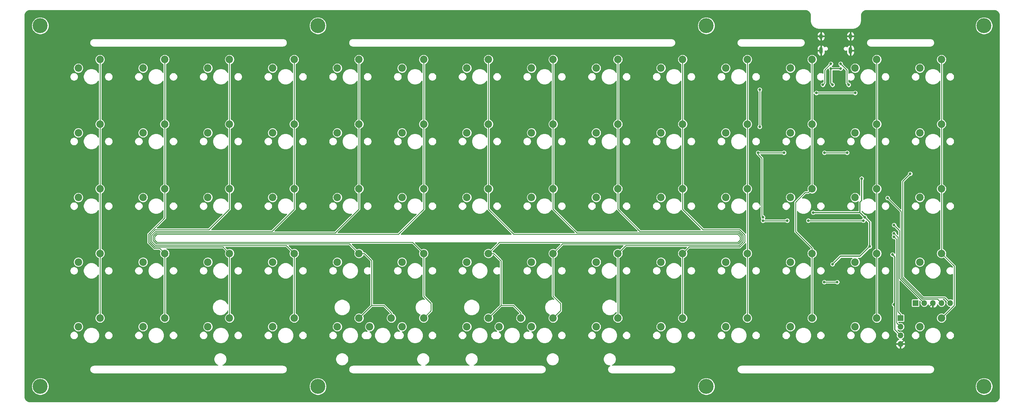
<source format=gtl>
G04 #@! TF.GenerationSoftware,KiCad,Pcbnew,(5.1.4)-1*
G04 #@! TF.CreationDate,2019-11-03T21:16:28+08:00*
G04 #@! TF.ProjectId,shichi-pcb,73686963-6869-42d7-9063-622e6b696361,1.0*
G04 #@! TF.SameCoordinates,Original*
G04 #@! TF.FileFunction,Copper,L1,Top*
G04 #@! TF.FilePolarity,Positive*
%FSLAX46Y46*%
G04 Gerber Fmt 4.6, Leading zero omitted, Abs format (unit mm)*
G04 Created by KiCad (PCBNEW (5.1.4)-1) date 2019-11-03 21:16:28*
%MOMM*%
%LPD*%
G04 APERTURE LIST*
%ADD10O,1.700000X1.700000*%
%ADD11R,1.700000X1.700000*%
%ADD12C,2.200000*%
%ADD13C,4.400000*%
%ADD14O,1.000000X2.100000*%
%ADD15O,1.000000X1.600000*%
%ADD16C,0.800000*%
%ADD17C,0.375000*%
%ADD18C,0.250000*%
%ADD19C,0.254000*%
G04 APERTURE END LIST*
D10*
X311580000Y-126000000D03*
X309040000Y-126000000D03*
X306500000Y-126000000D03*
X303960000Y-126000000D03*
D11*
X301420000Y-126000000D03*
D10*
X297000000Y-138040000D03*
X297000000Y-135500000D03*
X297000000Y-132960000D03*
D11*
X297000000Y-130420000D03*
D12*
X169690000Y-94960000D03*
X176040000Y-92420000D03*
X302690000Y-132960000D03*
X309040000Y-130420000D03*
X283690000Y-132960000D03*
X290040000Y-130420000D03*
X264690000Y-132960000D03*
X271040000Y-130420000D03*
X245690000Y-132960000D03*
X252040000Y-130420000D03*
X226690000Y-132960000D03*
X233040000Y-130420000D03*
X207690000Y-132960000D03*
X214040000Y-130420000D03*
X188690000Y-132960000D03*
X195040000Y-130420000D03*
X169690000Y-132960000D03*
X176040000Y-130420000D03*
X131690000Y-132960000D03*
X138040000Y-130420000D03*
X112690000Y-132960000D03*
X119040000Y-130420000D03*
X93690000Y-132960000D03*
X100040000Y-130420000D03*
X74690000Y-132960000D03*
X81040000Y-130420000D03*
X55690000Y-132960000D03*
X62040000Y-130420000D03*
X302690000Y-113960000D03*
X309040000Y-111420000D03*
X283690000Y-113960000D03*
X290040000Y-111420000D03*
X264690000Y-113960000D03*
X271040000Y-111420000D03*
X245690000Y-113960000D03*
X252040000Y-111420000D03*
X226690000Y-113960000D03*
X233040000Y-111420000D03*
X207690000Y-113960000D03*
X214040000Y-111420000D03*
X188690000Y-113960000D03*
X195040000Y-111420000D03*
X169690000Y-113960000D03*
X176040000Y-111420000D03*
X150690000Y-113960000D03*
X157040000Y-111420000D03*
X131690000Y-113960000D03*
X138040000Y-111420000D03*
X112690000Y-113960000D03*
X119040000Y-111420000D03*
X93690000Y-113960000D03*
X100040000Y-111420000D03*
X74690000Y-113960000D03*
X81040000Y-111420000D03*
X55690000Y-113960000D03*
X62040000Y-111420000D03*
X302690000Y-94960000D03*
X309040000Y-92420000D03*
X283690000Y-94960000D03*
X290040000Y-92420000D03*
X264690000Y-94960000D03*
X271040000Y-92420000D03*
X245690000Y-94960000D03*
X252040000Y-92420000D03*
X226690000Y-94960000D03*
X233040000Y-92420000D03*
X207690000Y-94960000D03*
X214040000Y-92420000D03*
X188690000Y-94960000D03*
X195040000Y-92420000D03*
X150690000Y-94960000D03*
X157040000Y-92420000D03*
X131690000Y-94960000D03*
X138040000Y-92420000D03*
X112690000Y-94960000D03*
X119040000Y-92420000D03*
X93690000Y-94960000D03*
X100040000Y-92420000D03*
X74690000Y-94960000D03*
X81040000Y-92420000D03*
X55690000Y-94960000D03*
X62040000Y-92420000D03*
X302690000Y-75960000D03*
X309040000Y-73420000D03*
X283690000Y-75960000D03*
X290040000Y-73420000D03*
X264690000Y-75960000D03*
X271040000Y-73420000D03*
X245690000Y-75960000D03*
X252040000Y-73420000D03*
X226690000Y-75960000D03*
X233040000Y-73420000D03*
X207690000Y-75960000D03*
X214040000Y-73420000D03*
X188690000Y-75960000D03*
X195040000Y-73420000D03*
X169690000Y-75960000D03*
X176040000Y-73420000D03*
X150690000Y-75960000D03*
X157040000Y-73420000D03*
X131690000Y-75960000D03*
X138040000Y-73420000D03*
X112690000Y-75960000D03*
X119040000Y-73420000D03*
X93690000Y-75960000D03*
X100040000Y-73420000D03*
X74690000Y-75960000D03*
X81040000Y-73420000D03*
X55690000Y-75960000D03*
X62040000Y-73420000D03*
X302690000Y-56960000D03*
X309040000Y-54420000D03*
X283690000Y-56960000D03*
X290040000Y-54420000D03*
X264690000Y-56960000D03*
X271040000Y-54420000D03*
X245690000Y-56960000D03*
X252040000Y-54420000D03*
X226690000Y-56960000D03*
X233040000Y-54420000D03*
X207690000Y-56960000D03*
X214040000Y-54420000D03*
X188690000Y-56960000D03*
X195040000Y-54420000D03*
X169690000Y-56960000D03*
X176040000Y-54420000D03*
X150690000Y-56960000D03*
X157040000Y-54420000D03*
X131690000Y-56960000D03*
X138040000Y-54420000D03*
X112690000Y-56960000D03*
X119040000Y-54420000D03*
X93690000Y-56960000D03*
X100040000Y-54420000D03*
X74690000Y-56960000D03*
X81040000Y-54420000D03*
X55690000Y-56960000D03*
X62040000Y-54420000D03*
X179190000Y-132960000D03*
X185540000Y-130420000D03*
X157040000Y-130420000D03*
X150690000Y-132960000D03*
X141190000Y-132960000D03*
X147540000Y-130420000D03*
D13*
X321500000Y-150500000D03*
X321500000Y-44500000D03*
X240000000Y-150500000D03*
X240000000Y-44500000D03*
X126000000Y-150500000D03*
X126000000Y-44500000D03*
X44500000Y-150500000D03*
X44500000Y-44500000D03*
D14*
X273680000Y-51780000D03*
D15*
X273680000Y-47600000D03*
X282320000Y-47600000D03*
D14*
X282320000Y-51780000D03*
D16*
X278950000Y-61875000D03*
X262800000Y-91800000D03*
X280375000Y-58075000D03*
X277050000Y-61875000D03*
X276575000Y-57125000D03*
X279425000Y-57125000D03*
X279425000Y-55700000D03*
X281800000Y-61875000D03*
X276575000Y-55700000D03*
X274200000Y-61875000D03*
X295100000Y-106525000D03*
X295112651Y-105512346D03*
X299850000Y-88000000D03*
X277050000Y-114600000D03*
X287975000Y-109375000D03*
X271350000Y-99400000D03*
X286550000Y-100825000D03*
X285600000Y-89425000D03*
X295099999Y-126475000D03*
X294625000Y-111750000D03*
X255675000Y-74225000D03*
X255675000Y-63300000D03*
X283700000Y-64250000D03*
X272300000Y-64250000D03*
X255200000Y-81825000D03*
X262800000Y-81825000D03*
X256625000Y-100825000D03*
X274675000Y-81825000D03*
X281325000Y-81825000D03*
X286075000Y-101775000D03*
X269925000Y-101775000D03*
X256625000Y-101825003D03*
X263750000Y-101775000D03*
X278425010Y-119825000D03*
X274624980Y-119825000D03*
X293200000Y-95125000D03*
X295110000Y-103086000D03*
D17*
X278950000Y-61875000D02*
X279425000Y-61400000D01*
X279425000Y-59025000D02*
X280375000Y-58075000D01*
X279425000Y-61400000D02*
X279425000Y-59025000D01*
X298237501Y-134262499D02*
X298237501Y-136802499D01*
X306500000Y-126000000D02*
X298237501Y-134262499D01*
X298237501Y-136802499D02*
X297000000Y-138040000D01*
X276575000Y-57125000D02*
X276575000Y-61400000D01*
X276575000Y-61400000D02*
X277050000Y-61875000D01*
X276575000Y-57125000D02*
X279425000Y-57125000D01*
D18*
X281244999Y-61319999D02*
X281800000Y-61875000D01*
X279425000Y-55700000D02*
X281244999Y-57519999D01*
X281244999Y-57519999D02*
X281244999Y-61319999D01*
X274755001Y-57519999D02*
X276575000Y-55700000D01*
X274755001Y-61319999D02*
X274755001Y-57519999D01*
X274200000Y-61875000D02*
X274755001Y-61319999D01*
X297000000Y-132960000D02*
X295824999Y-131784999D01*
X295100000Y-106525000D02*
X295824999Y-107249999D01*
X295824999Y-131784999D02*
X295824999Y-107249999D01*
X296275009Y-106674704D02*
X295112651Y-105512346D01*
X296275009Y-128595009D02*
X296275009Y-106674704D01*
X297000000Y-130420000D02*
X297000000Y-129320000D01*
X297000000Y-129320000D02*
X296275009Y-128595009D01*
X303607809Y-124374989D02*
X297625039Y-118392219D01*
X297625039Y-118392219D02*
X297625039Y-90224961D01*
X309954989Y-124374989D02*
X303607809Y-124374989D01*
X311580000Y-126000000D02*
X309954989Y-124374989D01*
X297625039Y-90224961D02*
X299850000Y-88000000D01*
D17*
X277050000Y-114600000D02*
X279425000Y-112225000D01*
X279425000Y-112225000D02*
X285125000Y-112225000D01*
X285125000Y-112225000D02*
X287975000Y-109375000D01*
X271350000Y-99400000D02*
X285125000Y-99400000D01*
X287975000Y-109375000D02*
X287975000Y-102242130D01*
X287967130Y-102242130D02*
X287975000Y-102242130D01*
X286550000Y-100825000D02*
X287967130Y-102242130D01*
X286550000Y-100825000D02*
X285125000Y-99400000D01*
X285600000Y-95866498D02*
X285600000Y-89425000D01*
X285112499Y-96353999D02*
X285600000Y-95866498D01*
X285125000Y-99400000D02*
X285112499Y-99387499D01*
X285112499Y-99387499D02*
X285112499Y-96353999D01*
X295312489Y-133812489D02*
X297000000Y-135500000D01*
X295100000Y-126475000D02*
X295312489Y-126687489D01*
X295312489Y-126687489D02*
X295312489Y-133812489D01*
X295099999Y-126475000D02*
X295100000Y-126475000D01*
X295312489Y-112437489D02*
X295312489Y-126262511D01*
X294625000Y-111750000D02*
X295312489Y-112437489D01*
X295312489Y-126262511D02*
X295100000Y-126475000D01*
D18*
X255675000Y-74225000D02*
X255675000Y-63300000D01*
X283700000Y-64250000D02*
X272300000Y-64250000D01*
X255200000Y-81825000D02*
X262800000Y-81825000D01*
X255200000Y-81825000D02*
X255200000Y-82300000D01*
X255200000Y-82300000D02*
X256299944Y-83399944D01*
X256299944Y-100499944D02*
X256299944Y-83399944D01*
X256299944Y-100499944D02*
X256625000Y-100825000D01*
X274675000Y-81825000D02*
X281325000Y-81825000D01*
X286075000Y-101775000D02*
X269925000Y-101775000D01*
X256625000Y-101825003D02*
X263699997Y-101825003D01*
X263699997Y-101825003D02*
X263750000Y-101775000D01*
X278425010Y-119825000D02*
X274624980Y-119825000D01*
X307864999Y-124824999D02*
X309040000Y-126000000D01*
X303421409Y-124824999D02*
X307864999Y-124824999D01*
X297175029Y-118578619D02*
X303421409Y-124824999D01*
X293200000Y-95125000D02*
X297175029Y-99100029D01*
X297175029Y-99100029D02*
X297175029Y-118578619D01*
X296725019Y-104701019D02*
X295110000Y-103086000D01*
X303960000Y-126000000D02*
X296725019Y-118765019D01*
X296725019Y-118765019D02*
X296725019Y-104701019D01*
X62040000Y-54420000D02*
X62040000Y-73420000D01*
X62040000Y-73420000D02*
X62040000Y-92420000D01*
X62040000Y-92420000D02*
X62040000Y-111420000D01*
X62040000Y-111420000D02*
X62040000Y-130420000D01*
X81040000Y-54420000D02*
X81040000Y-73420000D01*
X81040000Y-73420000D02*
X81040000Y-92420000D01*
X76275454Y-108240574D02*
X78009930Y-109975050D01*
X76275453Y-105752009D02*
X76275454Y-108240574D01*
X81040000Y-92420000D02*
X81040000Y-100987462D01*
X81040000Y-100987462D02*
X76275453Y-105752009D01*
X79595050Y-109975050D02*
X81040000Y-111420000D01*
X78009930Y-109975050D02*
X79595050Y-109975050D01*
X81040000Y-111420000D02*
X81040000Y-130420000D01*
X100040000Y-54420000D02*
X100040000Y-73420000D01*
X100040000Y-73420000D02*
X100040000Y-92420000D01*
X76725463Y-108054173D02*
X78196330Y-109525040D01*
X76725463Y-105938409D02*
X76725463Y-108054173D01*
X78188910Y-104474962D02*
X76725463Y-105938409D01*
X93966040Y-104474962D02*
X78188910Y-104474962D01*
X100040000Y-92420000D02*
X100040000Y-98401002D01*
X100040000Y-98401002D02*
X93966040Y-104474962D01*
X98145040Y-109525040D02*
X100040000Y-111420000D01*
X78196330Y-109525040D02*
X98145040Y-109525040D01*
X100040000Y-111420000D02*
X100040000Y-130420000D01*
X119040000Y-54420000D02*
X119040000Y-73420000D01*
X119040000Y-73420000D02*
X119040000Y-92420000D01*
X77175472Y-107867772D02*
X78382730Y-109075030D01*
X77175471Y-106124813D02*
X77175472Y-107867772D01*
X78375310Y-104924972D02*
X77175471Y-106124813D01*
X112516030Y-104924972D02*
X78375310Y-104924972D01*
X119040000Y-92420000D02*
X119040000Y-98401002D01*
X119040000Y-98401002D02*
X112516030Y-104924972D01*
X116695030Y-109075030D02*
X119040000Y-111420000D01*
X78382730Y-109075030D02*
X116695030Y-109075030D01*
X119040000Y-111420000D02*
X119040000Y-130420000D01*
X138040000Y-54420000D02*
X138040000Y-73420000D01*
X138040000Y-73420000D02*
X138040000Y-92420000D01*
X77625481Y-107681371D02*
X78569130Y-108625020D01*
X77625480Y-106311212D02*
X77625481Y-107681371D01*
X78561711Y-105374981D02*
X77625480Y-106311212D01*
X131066022Y-105374980D02*
X78561711Y-105374981D01*
X138040000Y-92420000D02*
X138040000Y-98401002D01*
X138040000Y-98401002D02*
X131066022Y-105374980D01*
X135245020Y-108625020D02*
X138040000Y-111420000D01*
X78569130Y-108625020D02*
X135245020Y-108625020D01*
X141755001Y-126704999D02*
X138040000Y-130420000D01*
X141755001Y-113579367D02*
X141755001Y-126704999D01*
X139595634Y-111420000D02*
X141755001Y-113579367D01*
X138040000Y-111420000D02*
X139595634Y-111420000D01*
X145380633Y-126704999D02*
X141755001Y-126704999D01*
X147540000Y-128864366D02*
X145380633Y-126704999D01*
X147540000Y-130420000D02*
X147540000Y-128864366D01*
X157040000Y-54420000D02*
X157040000Y-73420000D01*
X157040000Y-73420000D02*
X157040000Y-92420000D01*
X153795010Y-108175010D02*
X157040000Y-111420000D01*
X78755530Y-108175010D02*
X153795010Y-108175010D01*
X157040000Y-98401002D02*
X149616012Y-105824990D01*
X157040000Y-92420000D02*
X157040000Y-98401002D01*
X149616012Y-105824990D02*
X78748112Y-105824990D01*
X78748112Y-105824990D02*
X78075490Y-106497612D01*
X78075490Y-106497612D02*
X78075490Y-107494970D01*
X78075490Y-107494970D02*
X78755530Y-108175010D01*
X159225001Y-128234999D02*
X157040000Y-130420000D01*
X159225001Y-126143999D02*
X159225001Y-128234999D01*
X157040000Y-123958998D02*
X159225001Y-126143999D01*
X157040000Y-111420000D02*
X157040000Y-123958998D01*
X176040000Y-54420000D02*
X176040000Y-73420000D01*
X176040000Y-73420000D02*
X176040000Y-92420000D01*
X183451225Y-105812227D02*
X176040000Y-98401002D01*
X249231707Y-105812227D02*
X183451225Y-105812227D01*
X249933319Y-106513839D02*
X249231707Y-105812227D01*
X249933319Y-107493577D02*
X249933319Y-106513839D01*
X249251886Y-108175010D02*
X249933319Y-107493577D01*
X176040000Y-98401002D02*
X176040000Y-92420000D01*
X179284990Y-108175010D02*
X249251886Y-108175010D01*
X176040000Y-111420000D02*
X179284990Y-108175010D01*
X176040000Y-111420000D02*
X177595634Y-111420000D01*
X177595634Y-111420000D02*
X179755001Y-113579367D01*
X179755001Y-126704999D02*
X176040000Y-130420000D01*
X179755001Y-113579367D02*
X179755001Y-126704999D01*
X183380633Y-126704999D02*
X179755001Y-126704999D01*
X185540000Y-128864366D02*
X183380633Y-126704999D01*
X185540000Y-130420000D02*
X185540000Y-128864366D01*
X195040000Y-54420000D02*
X195040000Y-73420000D01*
X195040000Y-73420000D02*
X195040000Y-92420000D01*
X195040000Y-111420000D02*
X197834980Y-108625020D01*
X250383328Y-106327438D02*
X249418107Y-105362217D01*
X250383329Y-107679977D02*
X250383328Y-106327438D01*
X197834980Y-108625020D02*
X249438287Y-108625019D01*
X249438287Y-108625019D02*
X250383329Y-107679977D01*
X195040000Y-92420000D02*
X195040000Y-98402217D01*
X195040000Y-98402217D02*
X202000000Y-105362217D01*
X202000000Y-105362217D02*
X249418107Y-105362217D01*
X197225001Y-128234999D02*
X195040000Y-130420000D01*
X197225001Y-126143999D02*
X197225001Y-128234999D01*
X195040000Y-123958998D02*
X197225001Y-126143999D01*
X195040000Y-111420000D02*
X195040000Y-123958998D01*
X214040000Y-54420000D02*
X214040000Y-73420000D01*
X214040000Y-73420000D02*
X214040000Y-92420000D01*
X214040000Y-92420000D02*
X214040000Y-98427207D01*
X250833338Y-107866378D02*
X249624686Y-109075028D01*
X250833337Y-106141039D02*
X250833338Y-107866378D01*
X249604508Y-104912208D02*
X250833337Y-106141039D01*
X214040000Y-98427207D02*
X220525000Y-104912207D01*
X220525000Y-104912207D02*
X249604508Y-104912208D01*
X216384972Y-109075028D02*
X214040000Y-111420000D01*
X249624686Y-109075028D02*
X216384972Y-109075028D01*
X214040000Y-111420000D02*
X214040000Y-130420000D01*
X233040000Y-54420000D02*
X233040000Y-73420000D01*
X233040000Y-73420000D02*
X233040000Y-92420000D01*
X233040000Y-92420000D02*
X233040000Y-98452198D01*
X251283346Y-108052779D02*
X249811086Y-109525038D01*
X251283346Y-105954640D02*
X251283346Y-108052779D01*
X249790909Y-104462200D02*
X251283346Y-105954640D01*
X233040000Y-98452198D02*
X239050000Y-104462198D01*
X239050000Y-104462198D02*
X249790909Y-104462200D01*
X234934962Y-109525038D02*
X233040000Y-111420000D01*
X249811086Y-109525038D02*
X234934962Y-109525038D01*
X233040000Y-111420000D02*
X233040000Y-130420000D01*
X252040000Y-54420000D02*
X252040000Y-73420000D01*
X252040000Y-73420000D02*
X252040000Y-92420000D01*
X252040000Y-92420000D02*
X252040000Y-111420000D01*
X252040000Y-111420000D02*
X252040000Y-130420000D01*
X271040000Y-54420000D02*
X271040000Y-73420000D01*
X271040000Y-73420000D02*
X271040000Y-92420000D01*
X271040000Y-111420000D02*
X271040000Y-130420000D01*
X266174999Y-104999365D02*
X266174999Y-96383999D01*
X271040000Y-111420000D02*
X271040000Y-109864366D01*
X271040000Y-109864366D02*
X266174999Y-104999365D01*
X269038999Y-93519999D02*
X266174999Y-96383999D01*
X269940001Y-93519999D02*
X269038999Y-93519999D01*
X271040000Y-92420000D02*
X269940001Y-93519999D01*
X290040000Y-54420000D02*
X290040000Y-73420000D01*
X290040000Y-111420000D02*
X290040000Y-130420000D01*
X290040000Y-92420000D02*
X290040000Y-111420000D01*
X290040000Y-92420000D02*
X290040000Y-73420000D01*
X309040000Y-54420000D02*
X309040000Y-73420000D01*
X309040000Y-92420000D02*
X309040000Y-111420000D01*
X309040000Y-73420000D02*
X309040000Y-92420000D01*
X312755001Y-126704999D02*
X309040000Y-130420000D01*
X312755001Y-115135001D02*
X312755001Y-126704999D01*
X309040000Y-111420000D02*
X312755001Y-115135001D01*
D19*
G36*
X269294592Y-40012192D02*
G01*
X269577971Y-40097749D01*
X269839325Y-40236714D01*
X270068715Y-40423800D01*
X270257396Y-40651877D01*
X270398183Y-40912258D01*
X270485715Y-41195026D01*
X270519001Y-41511720D01*
X270519000Y-43023625D01*
X270521116Y-43045108D01*
X270521029Y-43057557D01*
X270521684Y-43064242D01*
X270562485Y-43452434D01*
X270571243Y-43495096D01*
X270579420Y-43537962D01*
X270581361Y-43544391D01*
X270696785Y-43917266D01*
X270713684Y-43957467D01*
X270730010Y-43997876D01*
X270733163Y-44003806D01*
X270918814Y-44347161D01*
X270943189Y-44383298D01*
X270967064Y-44419783D01*
X270971309Y-44424988D01*
X271220115Y-44725742D01*
X271251050Y-44756462D01*
X271281551Y-44787608D01*
X271286726Y-44791889D01*
X271589210Y-45038590D01*
X271625510Y-45062707D01*
X271661493Y-45087345D01*
X271667401Y-45090539D01*
X272012042Y-45273789D01*
X272052298Y-45290381D01*
X272092419Y-45307577D01*
X272098835Y-45309563D01*
X272472507Y-45422381D01*
X272515261Y-45430846D01*
X272557914Y-45439912D01*
X272564593Y-45440614D01*
X272953062Y-45478704D01*
X272976374Y-45481000D01*
X283023626Y-45481000D01*
X283045109Y-45478884D01*
X283057557Y-45478971D01*
X283064242Y-45478316D01*
X283452434Y-45437515D01*
X283495096Y-45428757D01*
X283537962Y-45420580D01*
X283544391Y-45418639D01*
X283917266Y-45303215D01*
X283957467Y-45286316D01*
X283997876Y-45269990D01*
X284003806Y-45266837D01*
X284347161Y-45081186D01*
X284383298Y-45056811D01*
X284419783Y-45032936D01*
X284424988Y-45028691D01*
X284725742Y-44779885D01*
X284756462Y-44748950D01*
X284787608Y-44718449D01*
X284791889Y-44713274D01*
X285038590Y-44410790D01*
X285062707Y-44374490D01*
X285087345Y-44338507D01*
X285090539Y-44332599D01*
X285136694Y-44245794D01*
X318919000Y-44245794D01*
X318919000Y-44754206D01*
X319018187Y-45252850D01*
X319212748Y-45722562D01*
X319495207Y-46145291D01*
X319854709Y-46504793D01*
X320277438Y-46787252D01*
X320747150Y-46981813D01*
X321245794Y-47081000D01*
X321754206Y-47081000D01*
X322252850Y-46981813D01*
X322722562Y-46787252D01*
X323145291Y-46504793D01*
X323504793Y-46145291D01*
X323787252Y-45722562D01*
X323981813Y-45252850D01*
X324081000Y-44754206D01*
X324081000Y-44245794D01*
X323981813Y-43747150D01*
X323787252Y-43277438D01*
X323504793Y-42854709D01*
X323145291Y-42495207D01*
X322722562Y-42212748D01*
X322252850Y-42018187D01*
X321754206Y-41919000D01*
X321245794Y-41919000D01*
X320747150Y-42018187D01*
X320277438Y-42212748D01*
X319854709Y-42495207D01*
X319495207Y-42854709D01*
X319212748Y-43277438D01*
X319018187Y-43747150D01*
X318919000Y-44245794D01*
X285136694Y-44245794D01*
X285273789Y-43987958D01*
X285290381Y-43947702D01*
X285307577Y-43907581D01*
X285309563Y-43901165D01*
X285422381Y-43527493D01*
X285430846Y-43484739D01*
X285439912Y-43442086D01*
X285440614Y-43435407D01*
X285478704Y-43046938D01*
X285481000Y-43023626D01*
X285481000Y-41523522D01*
X285512192Y-41205408D01*
X285597749Y-40922029D01*
X285736714Y-40660675D01*
X285923800Y-40431285D01*
X286151877Y-40242604D01*
X286412258Y-40101817D01*
X286695026Y-40014285D01*
X287011711Y-39981000D01*
X324476478Y-39981000D01*
X324794592Y-40012192D01*
X325077971Y-40097749D01*
X325339325Y-40236714D01*
X325568715Y-40423800D01*
X325757396Y-40651877D01*
X325898183Y-40912258D01*
X325985715Y-41195026D01*
X326019000Y-41511711D01*
X326019001Y-153476468D01*
X325987808Y-153794592D01*
X325902253Y-154077967D01*
X325763287Y-154339324D01*
X325576202Y-154568713D01*
X325348124Y-154757396D01*
X325087744Y-154898183D01*
X324804974Y-154985715D01*
X324488288Y-155019000D01*
X41523522Y-155019000D01*
X41205408Y-154987808D01*
X40922033Y-154902253D01*
X40660676Y-154763287D01*
X40431287Y-154576202D01*
X40242604Y-154348124D01*
X40101817Y-154087744D01*
X40014285Y-153804974D01*
X39981000Y-153488288D01*
X39981000Y-150245794D01*
X41919000Y-150245794D01*
X41919000Y-150754206D01*
X42018187Y-151252850D01*
X42212748Y-151722562D01*
X42495207Y-152145291D01*
X42854709Y-152504793D01*
X43277438Y-152787252D01*
X43747150Y-152981813D01*
X44245794Y-153081000D01*
X44754206Y-153081000D01*
X45252850Y-152981813D01*
X45722562Y-152787252D01*
X46145291Y-152504793D01*
X46504793Y-152145291D01*
X46787252Y-151722562D01*
X46981813Y-151252850D01*
X47081000Y-150754206D01*
X47081000Y-150245794D01*
X123419000Y-150245794D01*
X123419000Y-150754206D01*
X123518187Y-151252850D01*
X123712748Y-151722562D01*
X123995207Y-152145291D01*
X124354709Y-152504793D01*
X124777438Y-152787252D01*
X125247150Y-152981813D01*
X125745794Y-153081000D01*
X126254206Y-153081000D01*
X126752850Y-152981813D01*
X127222562Y-152787252D01*
X127645291Y-152504793D01*
X128004793Y-152145291D01*
X128287252Y-151722562D01*
X128481813Y-151252850D01*
X128581000Y-150754206D01*
X128581000Y-150245794D01*
X237419000Y-150245794D01*
X237419000Y-150754206D01*
X237518187Y-151252850D01*
X237712748Y-151722562D01*
X237995207Y-152145291D01*
X238354709Y-152504793D01*
X238777438Y-152787252D01*
X239247150Y-152981813D01*
X239745794Y-153081000D01*
X240254206Y-153081000D01*
X240752850Y-152981813D01*
X241222562Y-152787252D01*
X241645291Y-152504793D01*
X242004793Y-152145291D01*
X242287252Y-151722562D01*
X242481813Y-151252850D01*
X242581000Y-150754206D01*
X242581000Y-150245794D01*
X318919000Y-150245794D01*
X318919000Y-150754206D01*
X319018187Y-151252850D01*
X319212748Y-151722562D01*
X319495207Y-152145291D01*
X319854709Y-152504793D01*
X320277438Y-152787252D01*
X320747150Y-152981813D01*
X321245794Y-153081000D01*
X321754206Y-153081000D01*
X322252850Y-152981813D01*
X322722562Y-152787252D01*
X323145291Y-152504793D01*
X323504793Y-152145291D01*
X323787252Y-151722562D01*
X323981813Y-151252850D01*
X324081000Y-150754206D01*
X324081000Y-150245794D01*
X323981813Y-149747150D01*
X323787252Y-149277438D01*
X323504793Y-148854709D01*
X323145291Y-148495207D01*
X322722562Y-148212748D01*
X322252850Y-148018187D01*
X321754206Y-147919000D01*
X321245794Y-147919000D01*
X320747150Y-148018187D01*
X320277438Y-148212748D01*
X319854709Y-148495207D01*
X319495207Y-148854709D01*
X319212748Y-149277438D01*
X319018187Y-149747150D01*
X318919000Y-150245794D01*
X242581000Y-150245794D01*
X242481813Y-149747150D01*
X242287252Y-149277438D01*
X242004793Y-148854709D01*
X241645291Y-148495207D01*
X241222562Y-148212748D01*
X240752850Y-148018187D01*
X240254206Y-147919000D01*
X239745794Y-147919000D01*
X239247150Y-148018187D01*
X238777438Y-148212748D01*
X238354709Y-148495207D01*
X237995207Y-148854709D01*
X237712748Y-149277438D01*
X237518187Y-149747150D01*
X237419000Y-150245794D01*
X128581000Y-150245794D01*
X128481813Y-149747150D01*
X128287252Y-149277438D01*
X128004793Y-148854709D01*
X127645291Y-148495207D01*
X127222562Y-148212748D01*
X126752850Y-148018187D01*
X126254206Y-147919000D01*
X125745794Y-147919000D01*
X125247150Y-148018187D01*
X124777438Y-148212748D01*
X124354709Y-148495207D01*
X123995207Y-148854709D01*
X123712748Y-149277438D01*
X123518187Y-149747150D01*
X123419000Y-150245794D01*
X47081000Y-150245794D01*
X46981813Y-149747150D01*
X46787252Y-149277438D01*
X46504793Y-148854709D01*
X46145291Y-148495207D01*
X45722562Y-148212748D01*
X45252850Y-148018187D01*
X44754206Y-147919000D01*
X44245794Y-147919000D01*
X43747150Y-148018187D01*
X43277438Y-148212748D01*
X42854709Y-148495207D01*
X42495207Y-148854709D01*
X42212748Y-149277438D01*
X42018187Y-149747150D01*
X41919000Y-150245794D01*
X39981000Y-150245794D01*
X39981000Y-145461639D01*
X59020998Y-145461639D01*
X59021302Y-145505236D01*
X59020998Y-145548833D01*
X59021653Y-145555517D01*
X59036954Y-145701089D01*
X59045721Y-145743797D01*
X59053889Y-145786613D01*
X59055830Y-145793043D01*
X59099114Y-145932872D01*
X59116008Y-145973061D01*
X59132339Y-146013482D01*
X59135492Y-146019412D01*
X59205111Y-146148170D01*
X59229479Y-146184297D01*
X59253360Y-146220791D01*
X59257605Y-146225996D01*
X59350907Y-146338779D01*
X59381842Y-146369499D01*
X59412343Y-146400645D01*
X59417518Y-146404926D01*
X59530949Y-146497439D01*
X59567231Y-146521544D01*
X59603231Y-146546194D01*
X59609139Y-146549388D01*
X59738381Y-146618107D01*
X59778635Y-146634698D01*
X59818759Y-146651895D01*
X59825175Y-146653881D01*
X59965302Y-146696187D01*
X60008044Y-146704650D01*
X60050706Y-146713718D01*
X60057386Y-146714420D01*
X60203062Y-146728704D01*
X60226374Y-146731000D01*
X115773626Y-146731000D01*
X115797679Y-146728631D01*
X115807409Y-146728631D01*
X115814088Y-146727929D01*
X115959550Y-146711613D01*
X116002119Y-146702564D01*
X116044958Y-146694082D01*
X116051374Y-146692096D01*
X116190896Y-146647837D01*
X116230989Y-146630653D01*
X116271273Y-146614049D01*
X116277181Y-146610855D01*
X116405450Y-146540338D01*
X116441421Y-146515707D01*
X116477728Y-146491585D01*
X116482903Y-146487304D01*
X116595034Y-146393217D01*
X116625539Y-146362067D01*
X116656474Y-146331346D01*
X116660719Y-146326142D01*
X116752437Y-146212065D01*
X116776285Y-146175621D01*
X116800683Y-146139449D01*
X116803836Y-146133519D01*
X116871651Y-146003802D01*
X116887977Y-145963394D01*
X116904877Y-145923189D01*
X116906819Y-145916760D01*
X116948145Y-145776341D01*
X116956305Y-145733563D01*
X116965080Y-145690817D01*
X116965735Y-145684133D01*
X116979002Y-145538361D01*
X116978698Y-145494764D01*
X116978928Y-145461639D01*
X135020998Y-145461639D01*
X135021302Y-145505236D01*
X135020998Y-145548833D01*
X135021653Y-145555517D01*
X135036954Y-145701089D01*
X135045721Y-145743797D01*
X135053889Y-145786613D01*
X135055830Y-145793043D01*
X135099114Y-145932872D01*
X135116008Y-145973061D01*
X135132339Y-146013482D01*
X135135492Y-146019412D01*
X135205111Y-146148170D01*
X135229479Y-146184297D01*
X135253360Y-146220791D01*
X135257605Y-146225996D01*
X135350907Y-146338779D01*
X135381842Y-146369499D01*
X135412343Y-146400645D01*
X135417518Y-146404926D01*
X135530949Y-146497439D01*
X135567231Y-146521544D01*
X135603231Y-146546194D01*
X135609139Y-146549388D01*
X135738381Y-146618107D01*
X135778635Y-146634698D01*
X135818759Y-146651895D01*
X135825175Y-146653881D01*
X135965302Y-146696187D01*
X136008044Y-146704650D01*
X136050706Y-146713718D01*
X136057386Y-146714420D01*
X136203062Y-146728704D01*
X136226374Y-146731000D01*
X191773626Y-146731000D01*
X191797679Y-146728631D01*
X191807409Y-146728631D01*
X191814088Y-146727929D01*
X191959550Y-146711613D01*
X192002119Y-146702564D01*
X192044958Y-146694082D01*
X192051374Y-146692096D01*
X192190896Y-146647837D01*
X192230989Y-146630653D01*
X192271273Y-146614049D01*
X192277181Y-146610855D01*
X192405450Y-146540338D01*
X192441421Y-146515707D01*
X192477728Y-146491585D01*
X192482903Y-146487304D01*
X192595034Y-146393217D01*
X192625539Y-146362067D01*
X192656474Y-146331346D01*
X192660719Y-146326142D01*
X192752437Y-146212065D01*
X192776285Y-146175621D01*
X192800683Y-146139449D01*
X192803836Y-146133519D01*
X192871651Y-146003802D01*
X192887977Y-145963394D01*
X192904877Y-145923189D01*
X192906819Y-145916760D01*
X192948145Y-145776341D01*
X192956305Y-145733563D01*
X192965080Y-145690817D01*
X192965735Y-145684133D01*
X192979002Y-145538361D01*
X192978698Y-145494764D01*
X192979002Y-145451168D01*
X192978347Y-145444483D01*
X192963046Y-145298911D01*
X192954279Y-145256203D01*
X192946111Y-145213387D01*
X192944170Y-145206957D01*
X192900886Y-145067128D01*
X192883992Y-145026939D01*
X192867661Y-144986518D01*
X192864508Y-144980588D01*
X192794889Y-144851830D01*
X192770516Y-144815695D01*
X192746640Y-144779209D01*
X192742399Y-144774010D01*
X192742395Y-144774004D01*
X192742390Y-144773999D01*
X192649093Y-144661221D01*
X192618158Y-144630501D01*
X192587657Y-144599355D01*
X192582482Y-144595074D01*
X192469050Y-144502561D01*
X192432763Y-144478452D01*
X192396769Y-144453806D01*
X192390861Y-144450612D01*
X192261620Y-144381893D01*
X192221326Y-144365285D01*
X192181240Y-144348105D01*
X192174825Y-144346119D01*
X192034698Y-144303813D01*
X191991963Y-144295352D01*
X191949294Y-144286282D01*
X191942615Y-144285580D01*
X191796938Y-144271296D01*
X191773626Y-144269000D01*
X171809873Y-144269000D01*
X172002829Y-144189075D01*
X172315004Y-143980487D01*
X172580487Y-143715004D01*
X172789075Y-143402829D01*
X172932753Y-143055960D01*
X173006000Y-142687725D01*
X173006000Y-142312275D01*
X192994000Y-142312275D01*
X192994000Y-142687725D01*
X193067247Y-143055960D01*
X193210925Y-143402829D01*
X193419513Y-143715004D01*
X193684996Y-143980487D01*
X193997171Y-144189075D01*
X194344040Y-144332753D01*
X194712275Y-144406000D01*
X195087725Y-144406000D01*
X195455960Y-144332753D01*
X195802829Y-144189075D01*
X196115004Y-143980487D01*
X196380487Y-143715004D01*
X196589075Y-143402829D01*
X196732753Y-143055960D01*
X196806000Y-142687725D01*
X196806000Y-142312275D01*
X209744000Y-142312275D01*
X209744000Y-142687725D01*
X209817247Y-143055960D01*
X209960925Y-143402829D01*
X210169513Y-143715004D01*
X210434996Y-143980487D01*
X210747171Y-144189075D01*
X211094040Y-144332753D01*
X211462275Y-144406000D01*
X211692160Y-144406000D01*
X211594550Y-144459662D01*
X211558590Y-144484285D01*
X211522272Y-144508414D01*
X211517097Y-144512695D01*
X211404967Y-144606783D01*
X211374481Y-144637914D01*
X211343526Y-144668654D01*
X211339281Y-144673858D01*
X211247563Y-144787934D01*
X211223708Y-144824389D01*
X211199317Y-144860551D01*
X211196164Y-144866481D01*
X211128349Y-144996198D01*
X211112028Y-145036595D01*
X211095123Y-145076811D01*
X211093181Y-145083241D01*
X211051854Y-145223659D01*
X211043686Y-145266482D01*
X211034920Y-145309184D01*
X211034265Y-145315868D01*
X211020998Y-145461639D01*
X211021302Y-145505236D01*
X211020998Y-145548833D01*
X211021653Y-145555517D01*
X211036954Y-145701089D01*
X211045721Y-145743797D01*
X211053889Y-145786613D01*
X211055830Y-145793043D01*
X211099114Y-145932872D01*
X211116008Y-145973061D01*
X211132339Y-146013482D01*
X211135492Y-146019412D01*
X211205111Y-146148170D01*
X211229479Y-146184297D01*
X211253360Y-146220791D01*
X211257605Y-146225996D01*
X211350907Y-146338779D01*
X211381842Y-146369499D01*
X211412343Y-146400645D01*
X211417518Y-146404926D01*
X211530949Y-146497439D01*
X211567231Y-146521544D01*
X211603231Y-146546194D01*
X211609139Y-146549388D01*
X211738381Y-146618107D01*
X211778635Y-146634698D01*
X211818759Y-146651895D01*
X211825175Y-146653881D01*
X211965302Y-146696187D01*
X212008044Y-146704650D01*
X212050706Y-146713718D01*
X212057386Y-146714420D01*
X212203062Y-146728704D01*
X212226374Y-146731000D01*
X229773626Y-146731000D01*
X229797679Y-146728631D01*
X229807409Y-146728631D01*
X229814088Y-146727929D01*
X229959550Y-146711613D01*
X230002119Y-146702564D01*
X230044958Y-146694082D01*
X230051374Y-146692096D01*
X230190896Y-146647837D01*
X230230989Y-146630653D01*
X230271273Y-146614049D01*
X230277181Y-146610855D01*
X230405450Y-146540338D01*
X230441421Y-146515707D01*
X230477728Y-146491585D01*
X230482903Y-146487304D01*
X230595034Y-146393217D01*
X230625539Y-146362067D01*
X230656474Y-146331346D01*
X230660719Y-146326142D01*
X230752437Y-146212065D01*
X230776285Y-146175621D01*
X230800683Y-146139449D01*
X230803836Y-146133519D01*
X230871651Y-146003802D01*
X230887977Y-145963394D01*
X230904877Y-145923189D01*
X230906819Y-145916760D01*
X230948145Y-145776341D01*
X230956305Y-145733563D01*
X230965080Y-145690817D01*
X230965735Y-145684133D01*
X230979002Y-145538361D01*
X230978698Y-145494764D01*
X230978928Y-145461639D01*
X249020998Y-145461639D01*
X249021302Y-145505236D01*
X249020998Y-145548833D01*
X249021653Y-145555517D01*
X249036954Y-145701089D01*
X249045721Y-145743797D01*
X249053889Y-145786613D01*
X249055830Y-145793043D01*
X249099114Y-145932872D01*
X249116008Y-145973061D01*
X249132339Y-146013482D01*
X249135492Y-146019412D01*
X249205111Y-146148170D01*
X249229479Y-146184297D01*
X249253360Y-146220791D01*
X249257605Y-146225996D01*
X249350907Y-146338779D01*
X249381842Y-146369499D01*
X249412343Y-146400645D01*
X249417518Y-146404926D01*
X249530949Y-146497439D01*
X249567231Y-146521544D01*
X249603231Y-146546194D01*
X249609139Y-146549388D01*
X249738381Y-146618107D01*
X249778635Y-146634698D01*
X249818759Y-146651895D01*
X249825175Y-146653881D01*
X249965302Y-146696187D01*
X250008044Y-146704650D01*
X250050706Y-146713718D01*
X250057386Y-146714420D01*
X250203062Y-146728704D01*
X250226374Y-146731000D01*
X305773626Y-146731000D01*
X305797679Y-146728631D01*
X305807409Y-146728631D01*
X305814088Y-146727929D01*
X305959550Y-146711613D01*
X306002119Y-146702564D01*
X306044958Y-146694082D01*
X306051374Y-146692096D01*
X306190896Y-146647837D01*
X306230989Y-146630653D01*
X306271273Y-146614049D01*
X306277181Y-146610855D01*
X306405450Y-146540338D01*
X306441421Y-146515707D01*
X306477728Y-146491585D01*
X306482903Y-146487304D01*
X306595034Y-146393217D01*
X306625539Y-146362067D01*
X306656474Y-146331346D01*
X306660719Y-146326142D01*
X306752437Y-146212065D01*
X306776285Y-146175621D01*
X306800683Y-146139449D01*
X306803836Y-146133519D01*
X306871651Y-146003802D01*
X306887977Y-145963394D01*
X306904877Y-145923189D01*
X306906819Y-145916760D01*
X306948145Y-145776341D01*
X306956305Y-145733563D01*
X306965080Y-145690817D01*
X306965735Y-145684133D01*
X306979002Y-145538361D01*
X306978698Y-145494764D01*
X306979002Y-145451168D01*
X306978347Y-145444483D01*
X306963046Y-145298911D01*
X306954279Y-145256203D01*
X306946111Y-145213387D01*
X306944170Y-145206957D01*
X306900886Y-145067128D01*
X306883992Y-145026939D01*
X306867661Y-144986518D01*
X306864508Y-144980588D01*
X306794889Y-144851830D01*
X306770516Y-144815695D01*
X306746640Y-144779209D01*
X306742399Y-144774010D01*
X306742395Y-144774004D01*
X306742390Y-144773999D01*
X306649093Y-144661221D01*
X306618158Y-144630501D01*
X306587657Y-144599355D01*
X306582482Y-144595074D01*
X306469050Y-144502561D01*
X306432763Y-144478452D01*
X306396769Y-144453806D01*
X306390861Y-144450612D01*
X306261620Y-144381893D01*
X306221326Y-144365285D01*
X306181240Y-144348105D01*
X306174825Y-144346119D01*
X306034698Y-144303813D01*
X305991963Y-144295352D01*
X305949294Y-144286282D01*
X305942615Y-144285580D01*
X305796938Y-144271296D01*
X305773626Y-144269000D01*
X250226374Y-144269000D01*
X250202321Y-144271369D01*
X250192591Y-144271369D01*
X250185912Y-144272071D01*
X250040450Y-144288387D01*
X249997874Y-144297437D01*
X249955042Y-144305918D01*
X249948626Y-144307904D01*
X249809104Y-144352163D01*
X249769039Y-144369335D01*
X249728727Y-144385951D01*
X249722819Y-144389145D01*
X249594550Y-144459662D01*
X249558590Y-144484285D01*
X249522272Y-144508414D01*
X249517097Y-144512695D01*
X249404967Y-144606783D01*
X249374481Y-144637914D01*
X249343526Y-144668654D01*
X249339281Y-144673858D01*
X249247563Y-144787934D01*
X249223708Y-144824389D01*
X249199317Y-144860551D01*
X249196164Y-144866481D01*
X249128349Y-144996198D01*
X249112028Y-145036595D01*
X249095123Y-145076811D01*
X249093181Y-145083241D01*
X249051854Y-145223659D01*
X249043686Y-145266482D01*
X249034920Y-145309184D01*
X249034265Y-145315868D01*
X249020998Y-145461639D01*
X230978928Y-145461639D01*
X230979002Y-145451168D01*
X230978347Y-145444483D01*
X230963046Y-145298911D01*
X230954279Y-145256203D01*
X230946111Y-145213387D01*
X230944170Y-145206957D01*
X230900886Y-145067128D01*
X230883992Y-145026939D01*
X230867661Y-144986518D01*
X230864508Y-144980588D01*
X230794889Y-144851830D01*
X230770516Y-144815695D01*
X230746640Y-144779209D01*
X230742399Y-144774010D01*
X230742395Y-144774004D01*
X230742390Y-144773999D01*
X230649093Y-144661221D01*
X230618158Y-144630501D01*
X230587657Y-144599355D01*
X230582482Y-144595074D01*
X230469050Y-144502561D01*
X230432763Y-144478452D01*
X230396769Y-144453806D01*
X230390861Y-144450612D01*
X230261620Y-144381893D01*
X230221326Y-144365285D01*
X230181240Y-144348105D01*
X230174825Y-144346119D01*
X230034698Y-144303813D01*
X229991963Y-144295352D01*
X229949294Y-144286282D01*
X229942615Y-144285580D01*
X229796938Y-144271296D01*
X229773626Y-144269000D01*
X212359873Y-144269000D01*
X212552829Y-144189075D01*
X212865004Y-143980487D01*
X213130487Y-143715004D01*
X213339075Y-143402829D01*
X213482753Y-143055960D01*
X213556000Y-142687725D01*
X213556000Y-142312275D01*
X213482753Y-141944040D01*
X213339075Y-141597171D01*
X213130487Y-141284996D01*
X212865004Y-141019513D01*
X212552829Y-140810925D01*
X212205960Y-140667247D01*
X211837725Y-140594000D01*
X211462275Y-140594000D01*
X211094040Y-140667247D01*
X210747171Y-140810925D01*
X210434996Y-141019513D01*
X210169513Y-141284996D01*
X209960925Y-141597171D01*
X209817247Y-141944040D01*
X209744000Y-142312275D01*
X196806000Y-142312275D01*
X196732753Y-141944040D01*
X196589075Y-141597171D01*
X196380487Y-141284996D01*
X196115004Y-141019513D01*
X195802829Y-140810925D01*
X195455960Y-140667247D01*
X195087725Y-140594000D01*
X194712275Y-140594000D01*
X194344040Y-140667247D01*
X193997171Y-140810925D01*
X193684996Y-141019513D01*
X193419513Y-141284996D01*
X193210925Y-141597171D01*
X193067247Y-141944040D01*
X192994000Y-142312275D01*
X173006000Y-142312275D01*
X172932753Y-141944040D01*
X172789075Y-141597171D01*
X172580487Y-141284996D01*
X172315004Y-141019513D01*
X172002829Y-140810925D01*
X171655960Y-140667247D01*
X171287725Y-140594000D01*
X170912275Y-140594000D01*
X170544040Y-140667247D01*
X170197171Y-140810925D01*
X169884996Y-141019513D01*
X169619513Y-141284996D01*
X169410925Y-141597171D01*
X169267247Y-141944040D01*
X169194000Y-142312275D01*
X169194000Y-142687725D01*
X169267247Y-143055960D01*
X169410925Y-143402829D01*
X169619513Y-143715004D01*
X169884996Y-143980487D01*
X170197171Y-144189075D01*
X170390127Y-144269000D01*
X157609873Y-144269000D01*
X157802829Y-144189075D01*
X158115004Y-143980487D01*
X158380487Y-143715004D01*
X158589075Y-143402829D01*
X158732753Y-143055960D01*
X158806000Y-142687725D01*
X158806000Y-142312275D01*
X158732753Y-141944040D01*
X158589075Y-141597171D01*
X158380487Y-141284996D01*
X158115004Y-141019513D01*
X157802829Y-140810925D01*
X157455960Y-140667247D01*
X157087725Y-140594000D01*
X156712275Y-140594000D01*
X156344040Y-140667247D01*
X155997171Y-140810925D01*
X155684996Y-141019513D01*
X155419513Y-141284996D01*
X155210925Y-141597171D01*
X155067247Y-141944040D01*
X154994000Y-142312275D01*
X154994000Y-142687725D01*
X155067247Y-143055960D01*
X155210925Y-143402829D01*
X155419513Y-143715004D01*
X155684996Y-143980487D01*
X155997171Y-144189075D01*
X156190127Y-144269000D01*
X136226374Y-144269000D01*
X136202321Y-144271369D01*
X136192591Y-144271369D01*
X136185912Y-144272071D01*
X136040450Y-144288387D01*
X135997874Y-144297437D01*
X135955042Y-144305918D01*
X135948626Y-144307904D01*
X135809104Y-144352163D01*
X135769039Y-144369335D01*
X135728727Y-144385951D01*
X135722819Y-144389145D01*
X135594550Y-144459662D01*
X135558590Y-144484285D01*
X135522272Y-144508414D01*
X135517097Y-144512695D01*
X135404967Y-144606783D01*
X135374481Y-144637914D01*
X135343526Y-144668654D01*
X135339281Y-144673858D01*
X135247563Y-144787934D01*
X135223708Y-144824389D01*
X135199317Y-144860551D01*
X135196164Y-144866481D01*
X135128349Y-144996198D01*
X135112028Y-145036595D01*
X135095123Y-145076811D01*
X135093181Y-145083241D01*
X135051854Y-145223659D01*
X135043686Y-145266482D01*
X135034920Y-145309184D01*
X135034265Y-145315868D01*
X135020998Y-145461639D01*
X116978928Y-145461639D01*
X116979002Y-145451168D01*
X116978347Y-145444483D01*
X116963046Y-145298911D01*
X116954279Y-145256203D01*
X116946111Y-145213387D01*
X116944170Y-145206957D01*
X116900886Y-145067128D01*
X116883992Y-145026939D01*
X116867661Y-144986518D01*
X116864508Y-144980588D01*
X116794889Y-144851830D01*
X116770516Y-144815695D01*
X116746640Y-144779209D01*
X116742399Y-144774010D01*
X116742395Y-144774004D01*
X116742390Y-144773999D01*
X116649093Y-144661221D01*
X116618158Y-144630501D01*
X116587657Y-144599355D01*
X116582482Y-144595074D01*
X116469050Y-144502561D01*
X116432763Y-144478452D01*
X116396769Y-144453806D01*
X116390861Y-144450612D01*
X116261620Y-144381893D01*
X116221326Y-144365285D01*
X116181240Y-144348105D01*
X116174825Y-144346119D01*
X116034698Y-144303813D01*
X115991963Y-144295352D01*
X115949294Y-144286282D01*
X115942615Y-144285580D01*
X115796938Y-144271296D01*
X115773626Y-144269000D01*
X98059873Y-144269000D01*
X98252829Y-144189075D01*
X98565004Y-143980487D01*
X98830487Y-143715004D01*
X99039075Y-143402829D01*
X99182753Y-143055960D01*
X99256000Y-142687725D01*
X99256000Y-142312275D01*
X131194000Y-142312275D01*
X131194000Y-142687725D01*
X131267247Y-143055960D01*
X131410925Y-143402829D01*
X131619513Y-143715004D01*
X131884996Y-143980487D01*
X132197171Y-144189075D01*
X132544040Y-144332753D01*
X132912275Y-144406000D01*
X133287725Y-144406000D01*
X133655960Y-144332753D01*
X134002829Y-144189075D01*
X134315004Y-143980487D01*
X134580487Y-143715004D01*
X134789075Y-143402829D01*
X134932753Y-143055960D01*
X135006000Y-142687725D01*
X135006000Y-142312275D01*
X134932753Y-141944040D01*
X134789075Y-141597171D01*
X134580487Y-141284996D01*
X134315004Y-141019513D01*
X134002829Y-140810925D01*
X133655960Y-140667247D01*
X133287725Y-140594000D01*
X132912275Y-140594000D01*
X132544040Y-140667247D01*
X132197171Y-140810925D01*
X131884996Y-141019513D01*
X131619513Y-141284996D01*
X131410925Y-141597171D01*
X131267247Y-141944040D01*
X131194000Y-142312275D01*
X99256000Y-142312275D01*
X99182753Y-141944040D01*
X99039075Y-141597171D01*
X98830487Y-141284996D01*
X98565004Y-141019513D01*
X98252829Y-140810925D01*
X97905960Y-140667247D01*
X97537725Y-140594000D01*
X97162275Y-140594000D01*
X96794040Y-140667247D01*
X96447171Y-140810925D01*
X96134996Y-141019513D01*
X95869513Y-141284996D01*
X95660925Y-141597171D01*
X95517247Y-141944040D01*
X95444000Y-142312275D01*
X95444000Y-142687725D01*
X95517247Y-143055960D01*
X95660925Y-143402829D01*
X95869513Y-143715004D01*
X96134996Y-143980487D01*
X96447171Y-144189075D01*
X96640127Y-144269000D01*
X60226374Y-144269000D01*
X60202321Y-144271369D01*
X60192591Y-144271369D01*
X60185912Y-144272071D01*
X60040450Y-144288387D01*
X59997874Y-144297437D01*
X59955042Y-144305918D01*
X59948626Y-144307904D01*
X59809104Y-144352163D01*
X59769039Y-144369335D01*
X59728727Y-144385951D01*
X59722819Y-144389145D01*
X59594550Y-144459662D01*
X59558590Y-144484285D01*
X59522272Y-144508414D01*
X59517097Y-144512695D01*
X59404967Y-144606783D01*
X59374481Y-144637914D01*
X59343526Y-144668654D01*
X59339281Y-144673858D01*
X59247563Y-144787934D01*
X59223708Y-144824389D01*
X59199317Y-144860551D01*
X59196164Y-144866481D01*
X59128349Y-144996198D01*
X59112028Y-145036595D01*
X59095123Y-145076811D01*
X59093181Y-145083241D01*
X59051854Y-145223659D01*
X59043686Y-145266482D01*
X59034920Y-145309184D01*
X59034265Y-145315868D01*
X59020998Y-145461639D01*
X39981000Y-145461639D01*
X39981000Y-138396890D01*
X295558524Y-138396890D01*
X295603175Y-138544099D01*
X295728359Y-138806920D01*
X295902412Y-139040269D01*
X296118645Y-139235178D01*
X296368748Y-139384157D01*
X296643109Y-139481481D01*
X296873000Y-139360814D01*
X296873000Y-138167000D01*
X297127000Y-138167000D01*
X297127000Y-139360814D01*
X297356891Y-139481481D01*
X297631252Y-139384157D01*
X297881355Y-139235178D01*
X298097588Y-139040269D01*
X298271641Y-138806920D01*
X298396825Y-138544099D01*
X298441476Y-138396890D01*
X298320155Y-138167000D01*
X297127000Y-138167000D01*
X296873000Y-138167000D01*
X295679845Y-138167000D01*
X295558524Y-138396890D01*
X39981000Y-138396890D01*
X39981000Y-135378757D01*
X53189000Y-135378757D01*
X53189000Y-135621243D01*
X53236307Y-135859069D01*
X53329102Y-136083097D01*
X53463820Y-136284717D01*
X53635283Y-136456180D01*
X53836903Y-136590898D01*
X54060931Y-136683693D01*
X54298757Y-136731000D01*
X54541243Y-136731000D01*
X54779069Y-136683693D01*
X55003097Y-136590898D01*
X55204717Y-136456180D01*
X55376180Y-136284717D01*
X55510898Y-136083097D01*
X55603693Y-135859069D01*
X55651000Y-135621243D01*
X55651000Y-135378757D01*
X55628470Y-135265492D01*
X57119000Y-135265492D01*
X57119000Y-135734508D01*
X57210500Y-136194512D01*
X57389985Y-136627827D01*
X57650556Y-137017799D01*
X57982201Y-137349444D01*
X58372173Y-137610015D01*
X58805488Y-137789500D01*
X59265492Y-137881000D01*
X59734508Y-137881000D01*
X60194512Y-137789500D01*
X60627827Y-137610015D01*
X61017799Y-137349444D01*
X61349444Y-137017799D01*
X61610015Y-136627827D01*
X61789500Y-136194512D01*
X61881000Y-135734508D01*
X61881000Y-135378757D01*
X63349000Y-135378757D01*
X63349000Y-135621243D01*
X63396307Y-135859069D01*
X63489102Y-136083097D01*
X63623820Y-136284717D01*
X63795283Y-136456180D01*
X63996903Y-136590898D01*
X64220931Y-136683693D01*
X64458757Y-136731000D01*
X64701243Y-136731000D01*
X64939069Y-136683693D01*
X65163097Y-136590898D01*
X65364717Y-136456180D01*
X65536180Y-136284717D01*
X65670898Y-136083097D01*
X65763693Y-135859069D01*
X65811000Y-135621243D01*
X65811000Y-135378757D01*
X72189000Y-135378757D01*
X72189000Y-135621243D01*
X72236307Y-135859069D01*
X72329102Y-136083097D01*
X72463820Y-136284717D01*
X72635283Y-136456180D01*
X72836903Y-136590898D01*
X73060931Y-136683693D01*
X73298757Y-136731000D01*
X73541243Y-136731000D01*
X73779069Y-136683693D01*
X74003097Y-136590898D01*
X74204717Y-136456180D01*
X74376180Y-136284717D01*
X74510898Y-136083097D01*
X74603693Y-135859069D01*
X74651000Y-135621243D01*
X74651000Y-135378757D01*
X74628470Y-135265492D01*
X76119000Y-135265492D01*
X76119000Y-135734508D01*
X76210500Y-136194512D01*
X76389985Y-136627827D01*
X76650556Y-137017799D01*
X76982201Y-137349444D01*
X77372173Y-137610015D01*
X77805488Y-137789500D01*
X78265492Y-137881000D01*
X78734508Y-137881000D01*
X79194512Y-137789500D01*
X79627827Y-137610015D01*
X80017799Y-137349444D01*
X80349444Y-137017799D01*
X80610015Y-136627827D01*
X80789500Y-136194512D01*
X80881000Y-135734508D01*
X80881000Y-135378757D01*
X82349000Y-135378757D01*
X82349000Y-135621243D01*
X82396307Y-135859069D01*
X82489102Y-136083097D01*
X82623820Y-136284717D01*
X82795283Y-136456180D01*
X82996903Y-136590898D01*
X83220931Y-136683693D01*
X83458757Y-136731000D01*
X83701243Y-136731000D01*
X83939069Y-136683693D01*
X84163097Y-136590898D01*
X84364717Y-136456180D01*
X84536180Y-136284717D01*
X84670898Y-136083097D01*
X84763693Y-135859069D01*
X84811000Y-135621243D01*
X84811000Y-135378757D01*
X91189000Y-135378757D01*
X91189000Y-135621243D01*
X91236307Y-135859069D01*
X91329102Y-136083097D01*
X91463820Y-136284717D01*
X91635283Y-136456180D01*
X91836903Y-136590898D01*
X92060931Y-136683693D01*
X92298757Y-136731000D01*
X92541243Y-136731000D01*
X92779069Y-136683693D01*
X93003097Y-136590898D01*
X93204717Y-136456180D01*
X93376180Y-136284717D01*
X93510898Y-136083097D01*
X93603693Y-135859069D01*
X93651000Y-135621243D01*
X93651000Y-135378757D01*
X93628470Y-135265492D01*
X95119000Y-135265492D01*
X95119000Y-135734508D01*
X95210500Y-136194512D01*
X95389985Y-136627827D01*
X95650556Y-137017799D01*
X95982201Y-137349444D01*
X96372173Y-137610015D01*
X96805488Y-137789500D01*
X97265492Y-137881000D01*
X97734508Y-137881000D01*
X98194512Y-137789500D01*
X98627827Y-137610015D01*
X99017799Y-137349444D01*
X99349444Y-137017799D01*
X99610015Y-136627827D01*
X99789500Y-136194512D01*
X99881000Y-135734508D01*
X99881000Y-135378757D01*
X101349000Y-135378757D01*
X101349000Y-135621243D01*
X101396307Y-135859069D01*
X101489102Y-136083097D01*
X101623820Y-136284717D01*
X101795283Y-136456180D01*
X101996903Y-136590898D01*
X102220931Y-136683693D01*
X102458757Y-136731000D01*
X102701243Y-136731000D01*
X102939069Y-136683693D01*
X103163097Y-136590898D01*
X103364717Y-136456180D01*
X103536180Y-136284717D01*
X103670898Y-136083097D01*
X103763693Y-135859069D01*
X103811000Y-135621243D01*
X103811000Y-135378757D01*
X110189000Y-135378757D01*
X110189000Y-135621243D01*
X110236307Y-135859069D01*
X110329102Y-136083097D01*
X110463820Y-136284717D01*
X110635283Y-136456180D01*
X110836903Y-136590898D01*
X111060931Y-136683693D01*
X111298757Y-136731000D01*
X111541243Y-136731000D01*
X111779069Y-136683693D01*
X112003097Y-136590898D01*
X112204717Y-136456180D01*
X112376180Y-136284717D01*
X112510898Y-136083097D01*
X112603693Y-135859069D01*
X112651000Y-135621243D01*
X112651000Y-135378757D01*
X112628470Y-135265492D01*
X114119000Y-135265492D01*
X114119000Y-135734508D01*
X114210500Y-136194512D01*
X114389985Y-136627827D01*
X114650556Y-137017799D01*
X114982201Y-137349444D01*
X115372173Y-137610015D01*
X115805488Y-137789500D01*
X116265492Y-137881000D01*
X116734508Y-137881000D01*
X117194512Y-137789500D01*
X117627827Y-137610015D01*
X118017799Y-137349444D01*
X118349444Y-137017799D01*
X118610015Y-136627827D01*
X118789500Y-136194512D01*
X118881000Y-135734508D01*
X118881000Y-135378757D01*
X120349000Y-135378757D01*
X120349000Y-135621243D01*
X120396307Y-135859069D01*
X120489102Y-136083097D01*
X120623820Y-136284717D01*
X120795283Y-136456180D01*
X120996903Y-136590898D01*
X121220931Y-136683693D01*
X121458757Y-136731000D01*
X121701243Y-136731000D01*
X121939069Y-136683693D01*
X122163097Y-136590898D01*
X122364717Y-136456180D01*
X122536180Y-136284717D01*
X122670898Y-136083097D01*
X122763693Y-135859069D01*
X122811000Y-135621243D01*
X122811000Y-135378757D01*
X129189000Y-135378757D01*
X129189000Y-135621243D01*
X129236307Y-135859069D01*
X129329102Y-136083097D01*
X129463820Y-136284717D01*
X129635283Y-136456180D01*
X129836903Y-136590898D01*
X130060931Y-136683693D01*
X130298757Y-136731000D01*
X130541243Y-136731000D01*
X130779069Y-136683693D01*
X131003097Y-136590898D01*
X131204717Y-136456180D01*
X131376180Y-136284717D01*
X131510898Y-136083097D01*
X131603693Y-135859069D01*
X131651000Y-135621243D01*
X131651000Y-135378757D01*
X131628470Y-135265492D01*
X133119000Y-135265492D01*
X133119000Y-135734508D01*
X133210500Y-136194512D01*
X133389985Y-136627827D01*
X133650556Y-137017799D01*
X133982201Y-137349444D01*
X134372173Y-137610015D01*
X134805488Y-137789500D01*
X135265492Y-137881000D01*
X135734508Y-137881000D01*
X136194512Y-137789500D01*
X136627827Y-137610015D01*
X137017799Y-137349444D01*
X137349444Y-137017799D01*
X137610015Y-136627827D01*
X137789500Y-136194512D01*
X137881000Y-135734508D01*
X137881000Y-135378757D01*
X138689000Y-135378757D01*
X138689000Y-135621243D01*
X138736307Y-135859069D01*
X138829102Y-136083097D01*
X138963820Y-136284717D01*
X139135283Y-136456180D01*
X139336903Y-136590898D01*
X139560931Y-136683693D01*
X139798757Y-136731000D01*
X140041243Y-136731000D01*
X140250000Y-136689475D01*
X140458757Y-136731000D01*
X140701243Y-136731000D01*
X140939069Y-136683693D01*
X141163097Y-136590898D01*
X141364717Y-136456180D01*
X141536180Y-136284717D01*
X141670898Y-136083097D01*
X141763693Y-135859069D01*
X141811000Y-135621243D01*
X141811000Y-135378757D01*
X141788470Y-135265492D01*
X142619000Y-135265492D01*
X142619000Y-135734508D01*
X142710500Y-136194512D01*
X142889985Y-136627827D01*
X143150556Y-137017799D01*
X143482201Y-137349444D01*
X143872173Y-137610015D01*
X144305488Y-137789500D01*
X144765492Y-137881000D01*
X145234508Y-137881000D01*
X145694512Y-137789500D01*
X146127827Y-137610015D01*
X146517799Y-137349444D01*
X146849444Y-137017799D01*
X147110015Y-136627827D01*
X147289500Y-136194512D01*
X147381000Y-135734508D01*
X147381000Y-135378757D01*
X148189000Y-135378757D01*
X148189000Y-135621243D01*
X148236307Y-135859069D01*
X148329102Y-136083097D01*
X148463820Y-136284717D01*
X148635283Y-136456180D01*
X148836903Y-136590898D01*
X149060931Y-136683693D01*
X149298757Y-136731000D01*
X149541243Y-136731000D01*
X149750000Y-136689475D01*
X149958757Y-136731000D01*
X150201243Y-136731000D01*
X150439069Y-136683693D01*
X150663097Y-136590898D01*
X150864717Y-136456180D01*
X151036180Y-136284717D01*
X151170898Y-136083097D01*
X151263693Y-135859069D01*
X151311000Y-135621243D01*
X151311000Y-135378757D01*
X151288470Y-135265492D01*
X152119000Y-135265492D01*
X152119000Y-135734508D01*
X152210500Y-136194512D01*
X152389985Y-136627827D01*
X152650556Y-137017799D01*
X152982201Y-137349444D01*
X153372173Y-137610015D01*
X153805488Y-137789500D01*
X154265492Y-137881000D01*
X154734508Y-137881000D01*
X155194512Y-137789500D01*
X155627827Y-137610015D01*
X156017799Y-137349444D01*
X156349444Y-137017799D01*
X156610015Y-136627827D01*
X156789500Y-136194512D01*
X156881000Y-135734508D01*
X156881000Y-135378757D01*
X158349000Y-135378757D01*
X158349000Y-135621243D01*
X158396307Y-135859069D01*
X158489102Y-136083097D01*
X158623820Y-136284717D01*
X158795283Y-136456180D01*
X158996903Y-136590898D01*
X159220931Y-136683693D01*
X159458757Y-136731000D01*
X159701243Y-136731000D01*
X159939069Y-136683693D01*
X160163097Y-136590898D01*
X160364717Y-136456180D01*
X160536180Y-136284717D01*
X160670898Y-136083097D01*
X160763693Y-135859069D01*
X160811000Y-135621243D01*
X160811000Y-135378757D01*
X167189000Y-135378757D01*
X167189000Y-135621243D01*
X167236307Y-135859069D01*
X167329102Y-136083097D01*
X167463820Y-136284717D01*
X167635283Y-136456180D01*
X167836903Y-136590898D01*
X168060931Y-136683693D01*
X168298757Y-136731000D01*
X168541243Y-136731000D01*
X168779069Y-136683693D01*
X169003097Y-136590898D01*
X169204717Y-136456180D01*
X169376180Y-136284717D01*
X169510898Y-136083097D01*
X169603693Y-135859069D01*
X169651000Y-135621243D01*
X169651000Y-135378757D01*
X169628470Y-135265492D01*
X171119000Y-135265492D01*
X171119000Y-135734508D01*
X171210500Y-136194512D01*
X171389985Y-136627827D01*
X171650556Y-137017799D01*
X171982201Y-137349444D01*
X172372173Y-137610015D01*
X172805488Y-137789500D01*
X173265492Y-137881000D01*
X173734508Y-137881000D01*
X174194512Y-137789500D01*
X174627827Y-137610015D01*
X175017799Y-137349444D01*
X175349444Y-137017799D01*
X175610015Y-136627827D01*
X175789500Y-136194512D01*
X175881000Y-135734508D01*
X175881000Y-135378757D01*
X176689000Y-135378757D01*
X176689000Y-135621243D01*
X176736307Y-135859069D01*
X176829102Y-136083097D01*
X176963820Y-136284717D01*
X177135283Y-136456180D01*
X177336903Y-136590898D01*
X177560931Y-136683693D01*
X177798757Y-136731000D01*
X178041243Y-136731000D01*
X178250000Y-136689475D01*
X178458757Y-136731000D01*
X178701243Y-136731000D01*
X178939069Y-136683693D01*
X179163097Y-136590898D01*
X179364717Y-136456180D01*
X179536180Y-136284717D01*
X179670898Y-136083097D01*
X179763693Y-135859069D01*
X179811000Y-135621243D01*
X179811000Y-135378757D01*
X179788470Y-135265492D01*
X180619000Y-135265492D01*
X180619000Y-135734508D01*
X180710500Y-136194512D01*
X180889985Y-136627827D01*
X181150556Y-137017799D01*
X181482201Y-137349444D01*
X181872173Y-137610015D01*
X182305488Y-137789500D01*
X182765492Y-137881000D01*
X183234508Y-137881000D01*
X183694512Y-137789500D01*
X184127827Y-137610015D01*
X184517799Y-137349444D01*
X184849444Y-137017799D01*
X185110015Y-136627827D01*
X185289500Y-136194512D01*
X185381000Y-135734508D01*
X185381000Y-135378757D01*
X186189000Y-135378757D01*
X186189000Y-135621243D01*
X186236307Y-135859069D01*
X186329102Y-136083097D01*
X186463820Y-136284717D01*
X186635283Y-136456180D01*
X186836903Y-136590898D01*
X187060931Y-136683693D01*
X187298757Y-136731000D01*
X187541243Y-136731000D01*
X187750000Y-136689475D01*
X187958757Y-136731000D01*
X188201243Y-136731000D01*
X188439069Y-136683693D01*
X188663097Y-136590898D01*
X188864717Y-136456180D01*
X189036180Y-136284717D01*
X189170898Y-136083097D01*
X189263693Y-135859069D01*
X189311000Y-135621243D01*
X189311000Y-135378757D01*
X189288470Y-135265492D01*
X190119000Y-135265492D01*
X190119000Y-135734508D01*
X190210500Y-136194512D01*
X190389985Y-136627827D01*
X190650556Y-137017799D01*
X190982201Y-137349444D01*
X191372173Y-137610015D01*
X191805488Y-137789500D01*
X192265492Y-137881000D01*
X192734508Y-137881000D01*
X193194512Y-137789500D01*
X193627827Y-137610015D01*
X194017799Y-137349444D01*
X194349444Y-137017799D01*
X194610015Y-136627827D01*
X194789500Y-136194512D01*
X194881000Y-135734508D01*
X194881000Y-135378757D01*
X196349000Y-135378757D01*
X196349000Y-135621243D01*
X196396307Y-135859069D01*
X196489102Y-136083097D01*
X196623820Y-136284717D01*
X196795283Y-136456180D01*
X196996903Y-136590898D01*
X197220931Y-136683693D01*
X197458757Y-136731000D01*
X197701243Y-136731000D01*
X197939069Y-136683693D01*
X198163097Y-136590898D01*
X198364717Y-136456180D01*
X198536180Y-136284717D01*
X198670898Y-136083097D01*
X198763693Y-135859069D01*
X198811000Y-135621243D01*
X198811000Y-135378757D01*
X205189000Y-135378757D01*
X205189000Y-135621243D01*
X205236307Y-135859069D01*
X205329102Y-136083097D01*
X205463820Y-136284717D01*
X205635283Y-136456180D01*
X205836903Y-136590898D01*
X206060931Y-136683693D01*
X206298757Y-136731000D01*
X206541243Y-136731000D01*
X206779069Y-136683693D01*
X207003097Y-136590898D01*
X207204717Y-136456180D01*
X207376180Y-136284717D01*
X207510898Y-136083097D01*
X207603693Y-135859069D01*
X207651000Y-135621243D01*
X207651000Y-135378757D01*
X207628470Y-135265492D01*
X209119000Y-135265492D01*
X209119000Y-135734508D01*
X209210500Y-136194512D01*
X209389985Y-136627827D01*
X209650556Y-137017799D01*
X209982201Y-137349444D01*
X210372173Y-137610015D01*
X210805488Y-137789500D01*
X211265492Y-137881000D01*
X211734508Y-137881000D01*
X212194512Y-137789500D01*
X212627827Y-137610015D01*
X213017799Y-137349444D01*
X213349444Y-137017799D01*
X213610015Y-136627827D01*
X213789500Y-136194512D01*
X213881000Y-135734508D01*
X213881000Y-135378757D01*
X215349000Y-135378757D01*
X215349000Y-135621243D01*
X215396307Y-135859069D01*
X215489102Y-136083097D01*
X215623820Y-136284717D01*
X215795283Y-136456180D01*
X215996903Y-136590898D01*
X216220931Y-136683693D01*
X216458757Y-136731000D01*
X216701243Y-136731000D01*
X216939069Y-136683693D01*
X217163097Y-136590898D01*
X217364717Y-136456180D01*
X217536180Y-136284717D01*
X217670898Y-136083097D01*
X217763693Y-135859069D01*
X217811000Y-135621243D01*
X217811000Y-135378757D01*
X224189000Y-135378757D01*
X224189000Y-135621243D01*
X224236307Y-135859069D01*
X224329102Y-136083097D01*
X224463820Y-136284717D01*
X224635283Y-136456180D01*
X224836903Y-136590898D01*
X225060931Y-136683693D01*
X225298757Y-136731000D01*
X225541243Y-136731000D01*
X225779069Y-136683693D01*
X226003097Y-136590898D01*
X226204717Y-136456180D01*
X226376180Y-136284717D01*
X226510898Y-136083097D01*
X226603693Y-135859069D01*
X226651000Y-135621243D01*
X226651000Y-135378757D01*
X226628470Y-135265492D01*
X228119000Y-135265492D01*
X228119000Y-135734508D01*
X228210500Y-136194512D01*
X228389985Y-136627827D01*
X228650556Y-137017799D01*
X228982201Y-137349444D01*
X229372173Y-137610015D01*
X229805488Y-137789500D01*
X230265492Y-137881000D01*
X230734508Y-137881000D01*
X231194512Y-137789500D01*
X231627827Y-137610015D01*
X232017799Y-137349444D01*
X232349444Y-137017799D01*
X232610015Y-136627827D01*
X232789500Y-136194512D01*
X232881000Y-135734508D01*
X232881000Y-135378757D01*
X234349000Y-135378757D01*
X234349000Y-135621243D01*
X234396307Y-135859069D01*
X234489102Y-136083097D01*
X234623820Y-136284717D01*
X234795283Y-136456180D01*
X234996903Y-136590898D01*
X235220931Y-136683693D01*
X235458757Y-136731000D01*
X235701243Y-136731000D01*
X235939069Y-136683693D01*
X236163097Y-136590898D01*
X236364717Y-136456180D01*
X236536180Y-136284717D01*
X236670898Y-136083097D01*
X236763693Y-135859069D01*
X236811000Y-135621243D01*
X236811000Y-135378757D01*
X243189000Y-135378757D01*
X243189000Y-135621243D01*
X243236307Y-135859069D01*
X243329102Y-136083097D01*
X243463820Y-136284717D01*
X243635283Y-136456180D01*
X243836903Y-136590898D01*
X244060931Y-136683693D01*
X244298757Y-136731000D01*
X244541243Y-136731000D01*
X244779069Y-136683693D01*
X245003097Y-136590898D01*
X245204717Y-136456180D01*
X245376180Y-136284717D01*
X245510898Y-136083097D01*
X245603693Y-135859069D01*
X245651000Y-135621243D01*
X245651000Y-135378757D01*
X245628470Y-135265492D01*
X247119000Y-135265492D01*
X247119000Y-135734508D01*
X247210500Y-136194512D01*
X247389985Y-136627827D01*
X247650556Y-137017799D01*
X247982201Y-137349444D01*
X248372173Y-137610015D01*
X248805488Y-137789500D01*
X249265492Y-137881000D01*
X249734508Y-137881000D01*
X250194512Y-137789500D01*
X250627827Y-137610015D01*
X251017799Y-137349444D01*
X251349444Y-137017799D01*
X251610015Y-136627827D01*
X251789500Y-136194512D01*
X251881000Y-135734508D01*
X251881000Y-135378757D01*
X253349000Y-135378757D01*
X253349000Y-135621243D01*
X253396307Y-135859069D01*
X253489102Y-136083097D01*
X253623820Y-136284717D01*
X253795283Y-136456180D01*
X253996903Y-136590898D01*
X254220931Y-136683693D01*
X254458757Y-136731000D01*
X254701243Y-136731000D01*
X254939069Y-136683693D01*
X255163097Y-136590898D01*
X255364717Y-136456180D01*
X255536180Y-136284717D01*
X255670898Y-136083097D01*
X255763693Y-135859069D01*
X255811000Y-135621243D01*
X255811000Y-135378757D01*
X262189000Y-135378757D01*
X262189000Y-135621243D01*
X262236307Y-135859069D01*
X262329102Y-136083097D01*
X262463820Y-136284717D01*
X262635283Y-136456180D01*
X262836903Y-136590898D01*
X263060931Y-136683693D01*
X263298757Y-136731000D01*
X263541243Y-136731000D01*
X263779069Y-136683693D01*
X264003097Y-136590898D01*
X264204717Y-136456180D01*
X264376180Y-136284717D01*
X264510898Y-136083097D01*
X264603693Y-135859069D01*
X264651000Y-135621243D01*
X264651000Y-135378757D01*
X264628470Y-135265492D01*
X266119000Y-135265492D01*
X266119000Y-135734508D01*
X266210500Y-136194512D01*
X266389985Y-136627827D01*
X266650556Y-137017799D01*
X266982201Y-137349444D01*
X267372173Y-137610015D01*
X267805488Y-137789500D01*
X268265492Y-137881000D01*
X268734508Y-137881000D01*
X269194512Y-137789500D01*
X269627827Y-137610015D01*
X270017799Y-137349444D01*
X270349444Y-137017799D01*
X270610015Y-136627827D01*
X270789500Y-136194512D01*
X270881000Y-135734508D01*
X270881000Y-135378757D01*
X272349000Y-135378757D01*
X272349000Y-135621243D01*
X272396307Y-135859069D01*
X272489102Y-136083097D01*
X272623820Y-136284717D01*
X272795283Y-136456180D01*
X272996903Y-136590898D01*
X273220931Y-136683693D01*
X273458757Y-136731000D01*
X273701243Y-136731000D01*
X273939069Y-136683693D01*
X274163097Y-136590898D01*
X274364717Y-136456180D01*
X274536180Y-136284717D01*
X274670898Y-136083097D01*
X274763693Y-135859069D01*
X274811000Y-135621243D01*
X274811000Y-135378757D01*
X281189000Y-135378757D01*
X281189000Y-135621243D01*
X281236307Y-135859069D01*
X281329102Y-136083097D01*
X281463820Y-136284717D01*
X281635283Y-136456180D01*
X281836903Y-136590898D01*
X282060931Y-136683693D01*
X282298757Y-136731000D01*
X282541243Y-136731000D01*
X282779069Y-136683693D01*
X283003097Y-136590898D01*
X283204717Y-136456180D01*
X283376180Y-136284717D01*
X283510898Y-136083097D01*
X283603693Y-135859069D01*
X283651000Y-135621243D01*
X283651000Y-135378757D01*
X283628470Y-135265492D01*
X285119000Y-135265492D01*
X285119000Y-135734508D01*
X285210500Y-136194512D01*
X285389985Y-136627827D01*
X285650556Y-137017799D01*
X285982201Y-137349444D01*
X286372173Y-137610015D01*
X286805488Y-137789500D01*
X287265492Y-137881000D01*
X287734508Y-137881000D01*
X288194512Y-137789500D01*
X288627827Y-137610015D01*
X289017799Y-137349444D01*
X289349444Y-137017799D01*
X289610015Y-136627827D01*
X289789500Y-136194512D01*
X289881000Y-135734508D01*
X289881000Y-135378757D01*
X291349000Y-135378757D01*
X291349000Y-135621243D01*
X291396307Y-135859069D01*
X291489102Y-136083097D01*
X291623820Y-136284717D01*
X291795283Y-136456180D01*
X291996903Y-136590898D01*
X292220931Y-136683693D01*
X292458757Y-136731000D01*
X292701243Y-136731000D01*
X292939069Y-136683693D01*
X293163097Y-136590898D01*
X293364717Y-136456180D01*
X293536180Y-136284717D01*
X293670898Y-136083097D01*
X293763693Y-135859069D01*
X293811000Y-135621243D01*
X293811000Y-135378757D01*
X293763693Y-135140931D01*
X293670898Y-134916903D01*
X293536180Y-134715283D01*
X293364717Y-134543820D01*
X293163097Y-134409102D01*
X292939069Y-134316307D01*
X292701243Y-134269000D01*
X292458757Y-134269000D01*
X292220931Y-134316307D01*
X291996903Y-134409102D01*
X291795283Y-134543820D01*
X291623820Y-134715283D01*
X291489102Y-134916903D01*
X291396307Y-135140931D01*
X291349000Y-135378757D01*
X289881000Y-135378757D01*
X289881000Y-135265492D01*
X289789500Y-134805488D01*
X289610015Y-134372173D01*
X289349444Y-133982201D01*
X289017799Y-133650556D01*
X288627827Y-133389985D01*
X288194512Y-133210500D01*
X287734508Y-133119000D01*
X287265492Y-133119000D01*
X286805488Y-133210500D01*
X286372173Y-133389985D01*
X285982201Y-133650556D01*
X285650556Y-133982201D01*
X285389985Y-134372173D01*
X285210500Y-134805488D01*
X285119000Y-135265492D01*
X283628470Y-135265492D01*
X283603693Y-135140931D01*
X283510898Y-134916903D01*
X283376180Y-134715283D01*
X283204717Y-134543820D01*
X283003097Y-134409102D01*
X282779069Y-134316307D01*
X282541243Y-134269000D01*
X282298757Y-134269000D01*
X282060931Y-134316307D01*
X281836903Y-134409102D01*
X281635283Y-134543820D01*
X281463820Y-134715283D01*
X281329102Y-134916903D01*
X281236307Y-135140931D01*
X281189000Y-135378757D01*
X274811000Y-135378757D01*
X274763693Y-135140931D01*
X274670898Y-134916903D01*
X274536180Y-134715283D01*
X274364717Y-134543820D01*
X274163097Y-134409102D01*
X273939069Y-134316307D01*
X273701243Y-134269000D01*
X273458757Y-134269000D01*
X273220931Y-134316307D01*
X272996903Y-134409102D01*
X272795283Y-134543820D01*
X272623820Y-134715283D01*
X272489102Y-134916903D01*
X272396307Y-135140931D01*
X272349000Y-135378757D01*
X270881000Y-135378757D01*
X270881000Y-135265492D01*
X270789500Y-134805488D01*
X270610015Y-134372173D01*
X270349444Y-133982201D01*
X270017799Y-133650556D01*
X269627827Y-133389985D01*
X269194512Y-133210500D01*
X268734508Y-133119000D01*
X268265492Y-133119000D01*
X267805488Y-133210500D01*
X267372173Y-133389985D01*
X266982201Y-133650556D01*
X266650556Y-133982201D01*
X266389985Y-134372173D01*
X266210500Y-134805488D01*
X266119000Y-135265492D01*
X264628470Y-135265492D01*
X264603693Y-135140931D01*
X264510898Y-134916903D01*
X264376180Y-134715283D01*
X264204717Y-134543820D01*
X264003097Y-134409102D01*
X263779069Y-134316307D01*
X263541243Y-134269000D01*
X263298757Y-134269000D01*
X263060931Y-134316307D01*
X262836903Y-134409102D01*
X262635283Y-134543820D01*
X262463820Y-134715283D01*
X262329102Y-134916903D01*
X262236307Y-135140931D01*
X262189000Y-135378757D01*
X255811000Y-135378757D01*
X255763693Y-135140931D01*
X255670898Y-134916903D01*
X255536180Y-134715283D01*
X255364717Y-134543820D01*
X255163097Y-134409102D01*
X254939069Y-134316307D01*
X254701243Y-134269000D01*
X254458757Y-134269000D01*
X254220931Y-134316307D01*
X253996903Y-134409102D01*
X253795283Y-134543820D01*
X253623820Y-134715283D01*
X253489102Y-134916903D01*
X253396307Y-135140931D01*
X253349000Y-135378757D01*
X251881000Y-135378757D01*
X251881000Y-135265492D01*
X251789500Y-134805488D01*
X251610015Y-134372173D01*
X251349444Y-133982201D01*
X251017799Y-133650556D01*
X250627827Y-133389985D01*
X250194512Y-133210500D01*
X249734508Y-133119000D01*
X249265492Y-133119000D01*
X248805488Y-133210500D01*
X248372173Y-133389985D01*
X247982201Y-133650556D01*
X247650556Y-133982201D01*
X247389985Y-134372173D01*
X247210500Y-134805488D01*
X247119000Y-135265492D01*
X245628470Y-135265492D01*
X245603693Y-135140931D01*
X245510898Y-134916903D01*
X245376180Y-134715283D01*
X245204717Y-134543820D01*
X245003097Y-134409102D01*
X244779069Y-134316307D01*
X244541243Y-134269000D01*
X244298757Y-134269000D01*
X244060931Y-134316307D01*
X243836903Y-134409102D01*
X243635283Y-134543820D01*
X243463820Y-134715283D01*
X243329102Y-134916903D01*
X243236307Y-135140931D01*
X243189000Y-135378757D01*
X236811000Y-135378757D01*
X236763693Y-135140931D01*
X236670898Y-134916903D01*
X236536180Y-134715283D01*
X236364717Y-134543820D01*
X236163097Y-134409102D01*
X235939069Y-134316307D01*
X235701243Y-134269000D01*
X235458757Y-134269000D01*
X235220931Y-134316307D01*
X234996903Y-134409102D01*
X234795283Y-134543820D01*
X234623820Y-134715283D01*
X234489102Y-134916903D01*
X234396307Y-135140931D01*
X234349000Y-135378757D01*
X232881000Y-135378757D01*
X232881000Y-135265492D01*
X232789500Y-134805488D01*
X232610015Y-134372173D01*
X232349444Y-133982201D01*
X232017799Y-133650556D01*
X231627827Y-133389985D01*
X231194512Y-133210500D01*
X230734508Y-133119000D01*
X230265492Y-133119000D01*
X229805488Y-133210500D01*
X229372173Y-133389985D01*
X228982201Y-133650556D01*
X228650556Y-133982201D01*
X228389985Y-134372173D01*
X228210500Y-134805488D01*
X228119000Y-135265492D01*
X226628470Y-135265492D01*
X226603693Y-135140931D01*
X226510898Y-134916903D01*
X226376180Y-134715283D01*
X226204717Y-134543820D01*
X226003097Y-134409102D01*
X225779069Y-134316307D01*
X225541243Y-134269000D01*
X225298757Y-134269000D01*
X225060931Y-134316307D01*
X224836903Y-134409102D01*
X224635283Y-134543820D01*
X224463820Y-134715283D01*
X224329102Y-134916903D01*
X224236307Y-135140931D01*
X224189000Y-135378757D01*
X217811000Y-135378757D01*
X217763693Y-135140931D01*
X217670898Y-134916903D01*
X217536180Y-134715283D01*
X217364717Y-134543820D01*
X217163097Y-134409102D01*
X216939069Y-134316307D01*
X216701243Y-134269000D01*
X216458757Y-134269000D01*
X216220931Y-134316307D01*
X215996903Y-134409102D01*
X215795283Y-134543820D01*
X215623820Y-134715283D01*
X215489102Y-134916903D01*
X215396307Y-135140931D01*
X215349000Y-135378757D01*
X213881000Y-135378757D01*
X213881000Y-135265492D01*
X213789500Y-134805488D01*
X213610015Y-134372173D01*
X213349444Y-133982201D01*
X213017799Y-133650556D01*
X212627827Y-133389985D01*
X212194512Y-133210500D01*
X211734508Y-133119000D01*
X211265492Y-133119000D01*
X210805488Y-133210500D01*
X210372173Y-133389985D01*
X209982201Y-133650556D01*
X209650556Y-133982201D01*
X209389985Y-134372173D01*
X209210500Y-134805488D01*
X209119000Y-135265492D01*
X207628470Y-135265492D01*
X207603693Y-135140931D01*
X207510898Y-134916903D01*
X207376180Y-134715283D01*
X207204717Y-134543820D01*
X207003097Y-134409102D01*
X206779069Y-134316307D01*
X206541243Y-134269000D01*
X206298757Y-134269000D01*
X206060931Y-134316307D01*
X205836903Y-134409102D01*
X205635283Y-134543820D01*
X205463820Y-134715283D01*
X205329102Y-134916903D01*
X205236307Y-135140931D01*
X205189000Y-135378757D01*
X198811000Y-135378757D01*
X198763693Y-135140931D01*
X198670898Y-134916903D01*
X198536180Y-134715283D01*
X198364717Y-134543820D01*
X198163097Y-134409102D01*
X197939069Y-134316307D01*
X197701243Y-134269000D01*
X197458757Y-134269000D01*
X197220931Y-134316307D01*
X196996903Y-134409102D01*
X196795283Y-134543820D01*
X196623820Y-134715283D01*
X196489102Y-134916903D01*
X196396307Y-135140931D01*
X196349000Y-135378757D01*
X194881000Y-135378757D01*
X194881000Y-135265492D01*
X194789500Y-134805488D01*
X194610015Y-134372173D01*
X194349444Y-133982201D01*
X194017799Y-133650556D01*
X193627827Y-133389985D01*
X193194512Y-133210500D01*
X192734508Y-133119000D01*
X192265492Y-133119000D01*
X191805488Y-133210500D01*
X191372173Y-133389985D01*
X190982201Y-133650556D01*
X190650556Y-133982201D01*
X190389985Y-134372173D01*
X190210500Y-134805488D01*
X190119000Y-135265492D01*
X189288470Y-135265492D01*
X189263693Y-135140931D01*
X189170898Y-134916903D01*
X189036180Y-134715283D01*
X188864717Y-134543820D01*
X188710836Y-134441000D01*
X188835866Y-134441000D01*
X189121992Y-134384086D01*
X189391517Y-134272445D01*
X189634083Y-134110368D01*
X189840368Y-133904083D01*
X190002445Y-133661517D01*
X190114086Y-133391992D01*
X190171000Y-133105866D01*
X190171000Y-132814134D01*
X206209000Y-132814134D01*
X206209000Y-133105866D01*
X206265914Y-133391992D01*
X206377555Y-133661517D01*
X206539632Y-133904083D01*
X206745917Y-134110368D01*
X206988483Y-134272445D01*
X207258008Y-134384086D01*
X207544134Y-134441000D01*
X207835866Y-134441000D01*
X208121992Y-134384086D01*
X208391517Y-134272445D01*
X208634083Y-134110368D01*
X208840368Y-133904083D01*
X209002445Y-133661517D01*
X209114086Y-133391992D01*
X209171000Y-133105866D01*
X209171000Y-132814134D01*
X225209000Y-132814134D01*
X225209000Y-133105866D01*
X225265914Y-133391992D01*
X225377555Y-133661517D01*
X225539632Y-133904083D01*
X225745917Y-134110368D01*
X225988483Y-134272445D01*
X226258008Y-134384086D01*
X226544134Y-134441000D01*
X226835866Y-134441000D01*
X227121992Y-134384086D01*
X227391517Y-134272445D01*
X227634083Y-134110368D01*
X227840368Y-133904083D01*
X228002445Y-133661517D01*
X228114086Y-133391992D01*
X228171000Y-133105866D01*
X228171000Y-132814134D01*
X244209000Y-132814134D01*
X244209000Y-133105866D01*
X244265914Y-133391992D01*
X244377555Y-133661517D01*
X244539632Y-133904083D01*
X244745917Y-134110368D01*
X244988483Y-134272445D01*
X245258008Y-134384086D01*
X245544134Y-134441000D01*
X245835866Y-134441000D01*
X246121992Y-134384086D01*
X246391517Y-134272445D01*
X246634083Y-134110368D01*
X246840368Y-133904083D01*
X247002445Y-133661517D01*
X247114086Y-133391992D01*
X247171000Y-133105866D01*
X247171000Y-132814134D01*
X263209000Y-132814134D01*
X263209000Y-133105866D01*
X263265914Y-133391992D01*
X263377555Y-133661517D01*
X263539632Y-133904083D01*
X263745917Y-134110368D01*
X263988483Y-134272445D01*
X264258008Y-134384086D01*
X264544134Y-134441000D01*
X264835866Y-134441000D01*
X265121992Y-134384086D01*
X265391517Y-134272445D01*
X265634083Y-134110368D01*
X265840368Y-133904083D01*
X266002445Y-133661517D01*
X266114086Y-133391992D01*
X266171000Y-133105866D01*
X266171000Y-132814134D01*
X282209000Y-132814134D01*
X282209000Y-133105866D01*
X282265914Y-133391992D01*
X282377555Y-133661517D01*
X282539632Y-133904083D01*
X282745917Y-134110368D01*
X282988483Y-134272445D01*
X283258008Y-134384086D01*
X283544134Y-134441000D01*
X283835866Y-134441000D01*
X284121992Y-134384086D01*
X284391517Y-134272445D01*
X284634083Y-134110368D01*
X284840368Y-133904083D01*
X285002445Y-133661517D01*
X285114086Y-133391992D01*
X285171000Y-133105866D01*
X285171000Y-132814134D01*
X285114086Y-132528008D01*
X285002445Y-132258483D01*
X284840368Y-132015917D01*
X284634083Y-131809632D01*
X284391517Y-131647555D01*
X284121992Y-131535914D01*
X283835866Y-131479000D01*
X283544134Y-131479000D01*
X283258008Y-131535914D01*
X282988483Y-131647555D01*
X282745917Y-131809632D01*
X282539632Y-132015917D01*
X282377555Y-132258483D01*
X282265914Y-132528008D01*
X282209000Y-132814134D01*
X266171000Y-132814134D01*
X266114086Y-132528008D01*
X266002445Y-132258483D01*
X265840368Y-132015917D01*
X265634083Y-131809632D01*
X265391517Y-131647555D01*
X265121992Y-131535914D01*
X264835866Y-131479000D01*
X264544134Y-131479000D01*
X264258008Y-131535914D01*
X263988483Y-131647555D01*
X263745917Y-131809632D01*
X263539632Y-132015917D01*
X263377555Y-132258483D01*
X263265914Y-132528008D01*
X263209000Y-132814134D01*
X247171000Y-132814134D01*
X247114086Y-132528008D01*
X247002445Y-132258483D01*
X246840368Y-132015917D01*
X246634083Y-131809632D01*
X246391517Y-131647555D01*
X246121992Y-131535914D01*
X245835866Y-131479000D01*
X245544134Y-131479000D01*
X245258008Y-131535914D01*
X244988483Y-131647555D01*
X244745917Y-131809632D01*
X244539632Y-132015917D01*
X244377555Y-132258483D01*
X244265914Y-132528008D01*
X244209000Y-132814134D01*
X228171000Y-132814134D01*
X228114086Y-132528008D01*
X228002445Y-132258483D01*
X227840368Y-132015917D01*
X227634083Y-131809632D01*
X227391517Y-131647555D01*
X227121992Y-131535914D01*
X226835866Y-131479000D01*
X226544134Y-131479000D01*
X226258008Y-131535914D01*
X225988483Y-131647555D01*
X225745917Y-131809632D01*
X225539632Y-132015917D01*
X225377555Y-132258483D01*
X225265914Y-132528008D01*
X225209000Y-132814134D01*
X209171000Y-132814134D01*
X209114086Y-132528008D01*
X209002445Y-132258483D01*
X208840368Y-132015917D01*
X208634083Y-131809632D01*
X208391517Y-131647555D01*
X208121992Y-131535914D01*
X207835866Y-131479000D01*
X207544134Y-131479000D01*
X207258008Y-131535914D01*
X206988483Y-131647555D01*
X206745917Y-131809632D01*
X206539632Y-132015917D01*
X206377555Y-132258483D01*
X206265914Y-132528008D01*
X206209000Y-132814134D01*
X190171000Y-132814134D01*
X190114086Y-132528008D01*
X190002445Y-132258483D01*
X189840368Y-132015917D01*
X189634083Y-131809632D01*
X189391517Y-131647555D01*
X189121992Y-131535914D01*
X188835866Y-131479000D01*
X188544134Y-131479000D01*
X188258008Y-131535914D01*
X187988483Y-131647555D01*
X187745917Y-131809632D01*
X187539632Y-132015917D01*
X187377555Y-132258483D01*
X187265914Y-132528008D01*
X187209000Y-132814134D01*
X187209000Y-133105866D01*
X187265914Y-133391992D01*
X187377555Y-133661517D01*
X187539632Y-133904083D01*
X187745917Y-134110368D01*
X187983327Y-134269000D01*
X187958757Y-134269000D01*
X187750000Y-134310525D01*
X187541243Y-134269000D01*
X187298757Y-134269000D01*
X187060931Y-134316307D01*
X186836903Y-134409102D01*
X186635283Y-134543820D01*
X186463820Y-134715283D01*
X186329102Y-134916903D01*
X186236307Y-135140931D01*
X186189000Y-135378757D01*
X185381000Y-135378757D01*
X185381000Y-135265492D01*
X185289500Y-134805488D01*
X185110015Y-134372173D01*
X184849444Y-133982201D01*
X184517799Y-133650556D01*
X184127827Y-133389985D01*
X183694512Y-133210500D01*
X183234508Y-133119000D01*
X182765492Y-133119000D01*
X182305488Y-133210500D01*
X181872173Y-133389985D01*
X181482201Y-133650556D01*
X181150556Y-133982201D01*
X180889985Y-134372173D01*
X180710500Y-134805488D01*
X180619000Y-135265492D01*
X179788470Y-135265492D01*
X179763693Y-135140931D01*
X179670898Y-134916903D01*
X179536180Y-134715283D01*
X179364717Y-134543820D01*
X179210836Y-134441000D01*
X179335866Y-134441000D01*
X179621992Y-134384086D01*
X179891517Y-134272445D01*
X180134083Y-134110368D01*
X180340368Y-133904083D01*
X180502445Y-133661517D01*
X180614086Y-133391992D01*
X180671000Y-133105866D01*
X180671000Y-132814134D01*
X180614086Y-132528008D01*
X180502445Y-132258483D01*
X180340368Y-132015917D01*
X180134083Y-131809632D01*
X179891517Y-131647555D01*
X179621992Y-131535914D01*
X179335866Y-131479000D01*
X179044134Y-131479000D01*
X178758008Y-131535914D01*
X178488483Y-131647555D01*
X178245917Y-131809632D01*
X178039632Y-132015917D01*
X177877555Y-132258483D01*
X177765914Y-132528008D01*
X177709000Y-132814134D01*
X177709000Y-133105866D01*
X177765914Y-133391992D01*
X177877555Y-133661517D01*
X178039632Y-133904083D01*
X178245917Y-134110368D01*
X178483327Y-134269000D01*
X178458757Y-134269000D01*
X178250000Y-134310525D01*
X178041243Y-134269000D01*
X177798757Y-134269000D01*
X177560931Y-134316307D01*
X177336903Y-134409102D01*
X177135283Y-134543820D01*
X176963820Y-134715283D01*
X176829102Y-134916903D01*
X176736307Y-135140931D01*
X176689000Y-135378757D01*
X175881000Y-135378757D01*
X175881000Y-135265492D01*
X175789500Y-134805488D01*
X175610015Y-134372173D01*
X175349444Y-133982201D01*
X175017799Y-133650556D01*
X174627827Y-133389985D01*
X174194512Y-133210500D01*
X173734508Y-133119000D01*
X173265492Y-133119000D01*
X172805488Y-133210500D01*
X172372173Y-133389985D01*
X171982201Y-133650556D01*
X171650556Y-133982201D01*
X171389985Y-134372173D01*
X171210500Y-134805488D01*
X171119000Y-135265492D01*
X169628470Y-135265492D01*
X169603693Y-135140931D01*
X169510898Y-134916903D01*
X169376180Y-134715283D01*
X169204717Y-134543820D01*
X169003097Y-134409102D01*
X168779069Y-134316307D01*
X168541243Y-134269000D01*
X168298757Y-134269000D01*
X168060931Y-134316307D01*
X167836903Y-134409102D01*
X167635283Y-134543820D01*
X167463820Y-134715283D01*
X167329102Y-134916903D01*
X167236307Y-135140931D01*
X167189000Y-135378757D01*
X160811000Y-135378757D01*
X160763693Y-135140931D01*
X160670898Y-134916903D01*
X160536180Y-134715283D01*
X160364717Y-134543820D01*
X160163097Y-134409102D01*
X159939069Y-134316307D01*
X159701243Y-134269000D01*
X159458757Y-134269000D01*
X159220931Y-134316307D01*
X158996903Y-134409102D01*
X158795283Y-134543820D01*
X158623820Y-134715283D01*
X158489102Y-134916903D01*
X158396307Y-135140931D01*
X158349000Y-135378757D01*
X156881000Y-135378757D01*
X156881000Y-135265492D01*
X156789500Y-134805488D01*
X156610015Y-134372173D01*
X156349444Y-133982201D01*
X156017799Y-133650556D01*
X155627827Y-133389985D01*
X155194512Y-133210500D01*
X154734508Y-133119000D01*
X154265492Y-133119000D01*
X153805488Y-133210500D01*
X153372173Y-133389985D01*
X152982201Y-133650556D01*
X152650556Y-133982201D01*
X152389985Y-134372173D01*
X152210500Y-134805488D01*
X152119000Y-135265492D01*
X151288470Y-135265492D01*
X151263693Y-135140931D01*
X151170898Y-134916903D01*
X151036180Y-134715283D01*
X150864717Y-134543820D01*
X150710836Y-134441000D01*
X150835866Y-134441000D01*
X151121992Y-134384086D01*
X151391517Y-134272445D01*
X151634083Y-134110368D01*
X151840368Y-133904083D01*
X152002445Y-133661517D01*
X152114086Y-133391992D01*
X152171000Y-133105866D01*
X152171000Y-132814134D01*
X168209000Y-132814134D01*
X168209000Y-133105866D01*
X168265914Y-133391992D01*
X168377555Y-133661517D01*
X168539632Y-133904083D01*
X168745917Y-134110368D01*
X168988483Y-134272445D01*
X169258008Y-134384086D01*
X169544134Y-134441000D01*
X169835866Y-134441000D01*
X170121992Y-134384086D01*
X170391517Y-134272445D01*
X170634083Y-134110368D01*
X170840368Y-133904083D01*
X171002445Y-133661517D01*
X171114086Y-133391992D01*
X171171000Y-133105866D01*
X171171000Y-132814134D01*
X171114086Y-132528008D01*
X171002445Y-132258483D01*
X170840368Y-132015917D01*
X170634083Y-131809632D01*
X170391517Y-131647555D01*
X170121992Y-131535914D01*
X169835866Y-131479000D01*
X169544134Y-131479000D01*
X169258008Y-131535914D01*
X168988483Y-131647555D01*
X168745917Y-131809632D01*
X168539632Y-132015917D01*
X168377555Y-132258483D01*
X168265914Y-132528008D01*
X168209000Y-132814134D01*
X152171000Y-132814134D01*
X152114086Y-132528008D01*
X152002445Y-132258483D01*
X151840368Y-132015917D01*
X151634083Y-131809632D01*
X151391517Y-131647555D01*
X151121992Y-131535914D01*
X150835866Y-131479000D01*
X150544134Y-131479000D01*
X150258008Y-131535914D01*
X149988483Y-131647555D01*
X149745917Y-131809632D01*
X149539632Y-132015917D01*
X149377555Y-132258483D01*
X149265914Y-132528008D01*
X149209000Y-132814134D01*
X149209000Y-133105866D01*
X149265914Y-133391992D01*
X149377555Y-133661517D01*
X149539632Y-133904083D01*
X149745917Y-134110368D01*
X149983327Y-134269000D01*
X149958757Y-134269000D01*
X149750000Y-134310525D01*
X149541243Y-134269000D01*
X149298757Y-134269000D01*
X149060931Y-134316307D01*
X148836903Y-134409102D01*
X148635283Y-134543820D01*
X148463820Y-134715283D01*
X148329102Y-134916903D01*
X148236307Y-135140931D01*
X148189000Y-135378757D01*
X147381000Y-135378757D01*
X147381000Y-135265492D01*
X147289500Y-134805488D01*
X147110015Y-134372173D01*
X146849444Y-133982201D01*
X146517799Y-133650556D01*
X146127827Y-133389985D01*
X145694512Y-133210500D01*
X145234508Y-133119000D01*
X144765492Y-133119000D01*
X144305488Y-133210500D01*
X143872173Y-133389985D01*
X143482201Y-133650556D01*
X143150556Y-133982201D01*
X142889985Y-134372173D01*
X142710500Y-134805488D01*
X142619000Y-135265492D01*
X141788470Y-135265492D01*
X141763693Y-135140931D01*
X141670898Y-134916903D01*
X141536180Y-134715283D01*
X141364717Y-134543820D01*
X141210836Y-134441000D01*
X141335866Y-134441000D01*
X141621992Y-134384086D01*
X141891517Y-134272445D01*
X142134083Y-134110368D01*
X142340368Y-133904083D01*
X142502445Y-133661517D01*
X142614086Y-133391992D01*
X142671000Y-133105866D01*
X142671000Y-132814134D01*
X142614086Y-132528008D01*
X142502445Y-132258483D01*
X142340368Y-132015917D01*
X142134083Y-131809632D01*
X141891517Y-131647555D01*
X141621992Y-131535914D01*
X141335866Y-131479000D01*
X141044134Y-131479000D01*
X140758008Y-131535914D01*
X140488483Y-131647555D01*
X140245917Y-131809632D01*
X140039632Y-132015917D01*
X139877555Y-132258483D01*
X139765914Y-132528008D01*
X139709000Y-132814134D01*
X139709000Y-133105866D01*
X139765914Y-133391992D01*
X139877555Y-133661517D01*
X140039632Y-133904083D01*
X140245917Y-134110368D01*
X140483327Y-134269000D01*
X140458757Y-134269000D01*
X140250000Y-134310525D01*
X140041243Y-134269000D01*
X139798757Y-134269000D01*
X139560931Y-134316307D01*
X139336903Y-134409102D01*
X139135283Y-134543820D01*
X138963820Y-134715283D01*
X138829102Y-134916903D01*
X138736307Y-135140931D01*
X138689000Y-135378757D01*
X137881000Y-135378757D01*
X137881000Y-135265492D01*
X137789500Y-134805488D01*
X137610015Y-134372173D01*
X137349444Y-133982201D01*
X137017799Y-133650556D01*
X136627827Y-133389985D01*
X136194512Y-133210500D01*
X135734508Y-133119000D01*
X135265492Y-133119000D01*
X134805488Y-133210500D01*
X134372173Y-133389985D01*
X133982201Y-133650556D01*
X133650556Y-133982201D01*
X133389985Y-134372173D01*
X133210500Y-134805488D01*
X133119000Y-135265492D01*
X131628470Y-135265492D01*
X131603693Y-135140931D01*
X131510898Y-134916903D01*
X131376180Y-134715283D01*
X131204717Y-134543820D01*
X131003097Y-134409102D01*
X130779069Y-134316307D01*
X130541243Y-134269000D01*
X130298757Y-134269000D01*
X130060931Y-134316307D01*
X129836903Y-134409102D01*
X129635283Y-134543820D01*
X129463820Y-134715283D01*
X129329102Y-134916903D01*
X129236307Y-135140931D01*
X129189000Y-135378757D01*
X122811000Y-135378757D01*
X122763693Y-135140931D01*
X122670898Y-134916903D01*
X122536180Y-134715283D01*
X122364717Y-134543820D01*
X122163097Y-134409102D01*
X121939069Y-134316307D01*
X121701243Y-134269000D01*
X121458757Y-134269000D01*
X121220931Y-134316307D01*
X120996903Y-134409102D01*
X120795283Y-134543820D01*
X120623820Y-134715283D01*
X120489102Y-134916903D01*
X120396307Y-135140931D01*
X120349000Y-135378757D01*
X118881000Y-135378757D01*
X118881000Y-135265492D01*
X118789500Y-134805488D01*
X118610015Y-134372173D01*
X118349444Y-133982201D01*
X118017799Y-133650556D01*
X117627827Y-133389985D01*
X117194512Y-133210500D01*
X116734508Y-133119000D01*
X116265492Y-133119000D01*
X115805488Y-133210500D01*
X115372173Y-133389985D01*
X114982201Y-133650556D01*
X114650556Y-133982201D01*
X114389985Y-134372173D01*
X114210500Y-134805488D01*
X114119000Y-135265492D01*
X112628470Y-135265492D01*
X112603693Y-135140931D01*
X112510898Y-134916903D01*
X112376180Y-134715283D01*
X112204717Y-134543820D01*
X112003097Y-134409102D01*
X111779069Y-134316307D01*
X111541243Y-134269000D01*
X111298757Y-134269000D01*
X111060931Y-134316307D01*
X110836903Y-134409102D01*
X110635283Y-134543820D01*
X110463820Y-134715283D01*
X110329102Y-134916903D01*
X110236307Y-135140931D01*
X110189000Y-135378757D01*
X103811000Y-135378757D01*
X103763693Y-135140931D01*
X103670898Y-134916903D01*
X103536180Y-134715283D01*
X103364717Y-134543820D01*
X103163097Y-134409102D01*
X102939069Y-134316307D01*
X102701243Y-134269000D01*
X102458757Y-134269000D01*
X102220931Y-134316307D01*
X101996903Y-134409102D01*
X101795283Y-134543820D01*
X101623820Y-134715283D01*
X101489102Y-134916903D01*
X101396307Y-135140931D01*
X101349000Y-135378757D01*
X99881000Y-135378757D01*
X99881000Y-135265492D01*
X99789500Y-134805488D01*
X99610015Y-134372173D01*
X99349444Y-133982201D01*
X99017799Y-133650556D01*
X98627827Y-133389985D01*
X98194512Y-133210500D01*
X97734508Y-133119000D01*
X97265492Y-133119000D01*
X96805488Y-133210500D01*
X96372173Y-133389985D01*
X95982201Y-133650556D01*
X95650556Y-133982201D01*
X95389985Y-134372173D01*
X95210500Y-134805488D01*
X95119000Y-135265492D01*
X93628470Y-135265492D01*
X93603693Y-135140931D01*
X93510898Y-134916903D01*
X93376180Y-134715283D01*
X93204717Y-134543820D01*
X93003097Y-134409102D01*
X92779069Y-134316307D01*
X92541243Y-134269000D01*
X92298757Y-134269000D01*
X92060931Y-134316307D01*
X91836903Y-134409102D01*
X91635283Y-134543820D01*
X91463820Y-134715283D01*
X91329102Y-134916903D01*
X91236307Y-135140931D01*
X91189000Y-135378757D01*
X84811000Y-135378757D01*
X84763693Y-135140931D01*
X84670898Y-134916903D01*
X84536180Y-134715283D01*
X84364717Y-134543820D01*
X84163097Y-134409102D01*
X83939069Y-134316307D01*
X83701243Y-134269000D01*
X83458757Y-134269000D01*
X83220931Y-134316307D01*
X82996903Y-134409102D01*
X82795283Y-134543820D01*
X82623820Y-134715283D01*
X82489102Y-134916903D01*
X82396307Y-135140931D01*
X82349000Y-135378757D01*
X80881000Y-135378757D01*
X80881000Y-135265492D01*
X80789500Y-134805488D01*
X80610015Y-134372173D01*
X80349444Y-133982201D01*
X80017799Y-133650556D01*
X79627827Y-133389985D01*
X79194512Y-133210500D01*
X78734508Y-133119000D01*
X78265492Y-133119000D01*
X77805488Y-133210500D01*
X77372173Y-133389985D01*
X76982201Y-133650556D01*
X76650556Y-133982201D01*
X76389985Y-134372173D01*
X76210500Y-134805488D01*
X76119000Y-135265492D01*
X74628470Y-135265492D01*
X74603693Y-135140931D01*
X74510898Y-134916903D01*
X74376180Y-134715283D01*
X74204717Y-134543820D01*
X74003097Y-134409102D01*
X73779069Y-134316307D01*
X73541243Y-134269000D01*
X73298757Y-134269000D01*
X73060931Y-134316307D01*
X72836903Y-134409102D01*
X72635283Y-134543820D01*
X72463820Y-134715283D01*
X72329102Y-134916903D01*
X72236307Y-135140931D01*
X72189000Y-135378757D01*
X65811000Y-135378757D01*
X65763693Y-135140931D01*
X65670898Y-134916903D01*
X65536180Y-134715283D01*
X65364717Y-134543820D01*
X65163097Y-134409102D01*
X64939069Y-134316307D01*
X64701243Y-134269000D01*
X64458757Y-134269000D01*
X64220931Y-134316307D01*
X63996903Y-134409102D01*
X63795283Y-134543820D01*
X63623820Y-134715283D01*
X63489102Y-134916903D01*
X63396307Y-135140931D01*
X63349000Y-135378757D01*
X61881000Y-135378757D01*
X61881000Y-135265492D01*
X61789500Y-134805488D01*
X61610015Y-134372173D01*
X61349444Y-133982201D01*
X61017799Y-133650556D01*
X60627827Y-133389985D01*
X60194512Y-133210500D01*
X59734508Y-133119000D01*
X59265492Y-133119000D01*
X58805488Y-133210500D01*
X58372173Y-133389985D01*
X57982201Y-133650556D01*
X57650556Y-133982201D01*
X57389985Y-134372173D01*
X57210500Y-134805488D01*
X57119000Y-135265492D01*
X55628470Y-135265492D01*
X55603693Y-135140931D01*
X55510898Y-134916903D01*
X55376180Y-134715283D01*
X55204717Y-134543820D01*
X55003097Y-134409102D01*
X54779069Y-134316307D01*
X54541243Y-134269000D01*
X54298757Y-134269000D01*
X54060931Y-134316307D01*
X53836903Y-134409102D01*
X53635283Y-134543820D01*
X53463820Y-134715283D01*
X53329102Y-134916903D01*
X53236307Y-135140931D01*
X53189000Y-135378757D01*
X39981000Y-135378757D01*
X39981000Y-132814134D01*
X54209000Y-132814134D01*
X54209000Y-133105866D01*
X54265914Y-133391992D01*
X54377555Y-133661517D01*
X54539632Y-133904083D01*
X54745917Y-134110368D01*
X54988483Y-134272445D01*
X55258008Y-134384086D01*
X55544134Y-134441000D01*
X55835866Y-134441000D01*
X56121992Y-134384086D01*
X56391517Y-134272445D01*
X56634083Y-134110368D01*
X56840368Y-133904083D01*
X57002445Y-133661517D01*
X57114086Y-133391992D01*
X57171000Y-133105866D01*
X57171000Y-132814134D01*
X73209000Y-132814134D01*
X73209000Y-133105866D01*
X73265914Y-133391992D01*
X73377555Y-133661517D01*
X73539632Y-133904083D01*
X73745917Y-134110368D01*
X73988483Y-134272445D01*
X74258008Y-134384086D01*
X74544134Y-134441000D01*
X74835866Y-134441000D01*
X75121992Y-134384086D01*
X75391517Y-134272445D01*
X75634083Y-134110368D01*
X75840368Y-133904083D01*
X76002445Y-133661517D01*
X76114086Y-133391992D01*
X76171000Y-133105866D01*
X76171000Y-132814134D01*
X92209000Y-132814134D01*
X92209000Y-133105866D01*
X92265914Y-133391992D01*
X92377555Y-133661517D01*
X92539632Y-133904083D01*
X92745917Y-134110368D01*
X92988483Y-134272445D01*
X93258008Y-134384086D01*
X93544134Y-134441000D01*
X93835866Y-134441000D01*
X94121992Y-134384086D01*
X94391517Y-134272445D01*
X94634083Y-134110368D01*
X94840368Y-133904083D01*
X95002445Y-133661517D01*
X95114086Y-133391992D01*
X95171000Y-133105866D01*
X95171000Y-132814134D01*
X111209000Y-132814134D01*
X111209000Y-133105866D01*
X111265914Y-133391992D01*
X111377555Y-133661517D01*
X111539632Y-133904083D01*
X111745917Y-134110368D01*
X111988483Y-134272445D01*
X112258008Y-134384086D01*
X112544134Y-134441000D01*
X112835866Y-134441000D01*
X113121992Y-134384086D01*
X113391517Y-134272445D01*
X113634083Y-134110368D01*
X113840368Y-133904083D01*
X114002445Y-133661517D01*
X114114086Y-133391992D01*
X114171000Y-133105866D01*
X114171000Y-132814134D01*
X130209000Y-132814134D01*
X130209000Y-133105866D01*
X130265914Y-133391992D01*
X130377555Y-133661517D01*
X130539632Y-133904083D01*
X130745917Y-134110368D01*
X130988483Y-134272445D01*
X131258008Y-134384086D01*
X131544134Y-134441000D01*
X131835866Y-134441000D01*
X132121992Y-134384086D01*
X132391517Y-134272445D01*
X132634083Y-134110368D01*
X132840368Y-133904083D01*
X133002445Y-133661517D01*
X133114086Y-133391992D01*
X133171000Y-133105866D01*
X133171000Y-132814134D01*
X133114086Y-132528008D01*
X133002445Y-132258483D01*
X132840368Y-132015917D01*
X132634083Y-131809632D01*
X132391517Y-131647555D01*
X132121992Y-131535914D01*
X131835866Y-131479000D01*
X131544134Y-131479000D01*
X131258008Y-131535914D01*
X130988483Y-131647555D01*
X130745917Y-131809632D01*
X130539632Y-132015917D01*
X130377555Y-132258483D01*
X130265914Y-132528008D01*
X130209000Y-132814134D01*
X114171000Y-132814134D01*
X114114086Y-132528008D01*
X114002445Y-132258483D01*
X113840368Y-132015917D01*
X113634083Y-131809632D01*
X113391517Y-131647555D01*
X113121992Y-131535914D01*
X112835866Y-131479000D01*
X112544134Y-131479000D01*
X112258008Y-131535914D01*
X111988483Y-131647555D01*
X111745917Y-131809632D01*
X111539632Y-132015917D01*
X111377555Y-132258483D01*
X111265914Y-132528008D01*
X111209000Y-132814134D01*
X95171000Y-132814134D01*
X95114086Y-132528008D01*
X95002445Y-132258483D01*
X94840368Y-132015917D01*
X94634083Y-131809632D01*
X94391517Y-131647555D01*
X94121992Y-131535914D01*
X93835866Y-131479000D01*
X93544134Y-131479000D01*
X93258008Y-131535914D01*
X92988483Y-131647555D01*
X92745917Y-131809632D01*
X92539632Y-132015917D01*
X92377555Y-132258483D01*
X92265914Y-132528008D01*
X92209000Y-132814134D01*
X76171000Y-132814134D01*
X76114086Y-132528008D01*
X76002445Y-132258483D01*
X75840368Y-132015917D01*
X75634083Y-131809632D01*
X75391517Y-131647555D01*
X75121992Y-131535914D01*
X74835866Y-131479000D01*
X74544134Y-131479000D01*
X74258008Y-131535914D01*
X73988483Y-131647555D01*
X73745917Y-131809632D01*
X73539632Y-132015917D01*
X73377555Y-132258483D01*
X73265914Y-132528008D01*
X73209000Y-132814134D01*
X57171000Y-132814134D01*
X57114086Y-132528008D01*
X57002445Y-132258483D01*
X56840368Y-132015917D01*
X56634083Y-131809632D01*
X56391517Y-131647555D01*
X56121992Y-131535914D01*
X55835866Y-131479000D01*
X55544134Y-131479000D01*
X55258008Y-131535914D01*
X54988483Y-131647555D01*
X54745917Y-131809632D01*
X54539632Y-132015917D01*
X54377555Y-132258483D01*
X54265914Y-132528008D01*
X54209000Y-132814134D01*
X39981000Y-132814134D01*
X39981000Y-116378757D01*
X53189000Y-116378757D01*
X53189000Y-116621243D01*
X53236307Y-116859069D01*
X53329102Y-117083097D01*
X53463820Y-117284717D01*
X53635283Y-117456180D01*
X53836903Y-117590898D01*
X54060931Y-117683693D01*
X54298757Y-117731000D01*
X54541243Y-117731000D01*
X54779069Y-117683693D01*
X55003097Y-117590898D01*
X55204717Y-117456180D01*
X55376180Y-117284717D01*
X55510898Y-117083097D01*
X55603693Y-116859069D01*
X55651000Y-116621243D01*
X55651000Y-116378757D01*
X55603693Y-116140931D01*
X55510898Y-115916903D01*
X55376180Y-115715283D01*
X55204717Y-115543820D01*
X55003097Y-115409102D01*
X54779069Y-115316307D01*
X54541243Y-115269000D01*
X54298757Y-115269000D01*
X54060931Y-115316307D01*
X53836903Y-115409102D01*
X53635283Y-115543820D01*
X53463820Y-115715283D01*
X53329102Y-115916903D01*
X53236307Y-116140931D01*
X53189000Y-116378757D01*
X39981000Y-116378757D01*
X39981000Y-113814134D01*
X54209000Y-113814134D01*
X54209000Y-114105866D01*
X54265914Y-114391992D01*
X54377555Y-114661517D01*
X54539632Y-114904083D01*
X54745917Y-115110368D01*
X54988483Y-115272445D01*
X55258008Y-115384086D01*
X55544134Y-115441000D01*
X55835866Y-115441000D01*
X56121992Y-115384086D01*
X56391517Y-115272445D01*
X56634083Y-115110368D01*
X56840368Y-114904083D01*
X57002445Y-114661517D01*
X57114086Y-114391992D01*
X57171000Y-114105866D01*
X57171000Y-113814134D01*
X57114086Y-113528008D01*
X57002445Y-113258483D01*
X56840368Y-113015917D01*
X56634083Y-112809632D01*
X56391517Y-112647555D01*
X56121992Y-112535914D01*
X55835866Y-112479000D01*
X55544134Y-112479000D01*
X55258008Y-112535914D01*
X54988483Y-112647555D01*
X54745917Y-112809632D01*
X54539632Y-113015917D01*
X54377555Y-113258483D01*
X54265914Y-113528008D01*
X54209000Y-113814134D01*
X39981000Y-113814134D01*
X39981000Y-97378757D01*
X53189000Y-97378757D01*
X53189000Y-97621243D01*
X53236307Y-97859069D01*
X53329102Y-98083097D01*
X53463820Y-98284717D01*
X53635283Y-98456180D01*
X53836903Y-98590898D01*
X54060931Y-98683693D01*
X54298757Y-98731000D01*
X54541243Y-98731000D01*
X54779069Y-98683693D01*
X55003097Y-98590898D01*
X55204717Y-98456180D01*
X55376180Y-98284717D01*
X55510898Y-98083097D01*
X55603693Y-97859069D01*
X55651000Y-97621243D01*
X55651000Y-97378757D01*
X55603693Y-97140931D01*
X55510898Y-96916903D01*
X55376180Y-96715283D01*
X55204717Y-96543820D01*
X55003097Y-96409102D01*
X54779069Y-96316307D01*
X54541243Y-96269000D01*
X54298757Y-96269000D01*
X54060931Y-96316307D01*
X53836903Y-96409102D01*
X53635283Y-96543820D01*
X53463820Y-96715283D01*
X53329102Y-96916903D01*
X53236307Y-97140931D01*
X53189000Y-97378757D01*
X39981000Y-97378757D01*
X39981000Y-94814134D01*
X54209000Y-94814134D01*
X54209000Y-95105866D01*
X54265914Y-95391992D01*
X54377555Y-95661517D01*
X54539632Y-95904083D01*
X54745917Y-96110368D01*
X54988483Y-96272445D01*
X55258008Y-96384086D01*
X55544134Y-96441000D01*
X55835866Y-96441000D01*
X56121992Y-96384086D01*
X56391517Y-96272445D01*
X56634083Y-96110368D01*
X56840368Y-95904083D01*
X57002445Y-95661517D01*
X57114086Y-95391992D01*
X57171000Y-95105866D01*
X57171000Y-94814134D01*
X57114086Y-94528008D01*
X57002445Y-94258483D01*
X56840368Y-94015917D01*
X56634083Y-93809632D01*
X56391517Y-93647555D01*
X56121992Y-93535914D01*
X55835866Y-93479000D01*
X55544134Y-93479000D01*
X55258008Y-93535914D01*
X54988483Y-93647555D01*
X54745917Y-93809632D01*
X54539632Y-94015917D01*
X54377555Y-94258483D01*
X54265914Y-94528008D01*
X54209000Y-94814134D01*
X39981000Y-94814134D01*
X39981000Y-78378757D01*
X53189000Y-78378757D01*
X53189000Y-78621243D01*
X53236307Y-78859069D01*
X53329102Y-79083097D01*
X53463820Y-79284717D01*
X53635283Y-79456180D01*
X53836903Y-79590898D01*
X54060931Y-79683693D01*
X54298757Y-79731000D01*
X54541243Y-79731000D01*
X54779069Y-79683693D01*
X55003097Y-79590898D01*
X55204717Y-79456180D01*
X55376180Y-79284717D01*
X55510898Y-79083097D01*
X55603693Y-78859069D01*
X55651000Y-78621243D01*
X55651000Y-78378757D01*
X55603693Y-78140931D01*
X55510898Y-77916903D01*
X55376180Y-77715283D01*
X55204717Y-77543820D01*
X55003097Y-77409102D01*
X54779069Y-77316307D01*
X54541243Y-77269000D01*
X54298757Y-77269000D01*
X54060931Y-77316307D01*
X53836903Y-77409102D01*
X53635283Y-77543820D01*
X53463820Y-77715283D01*
X53329102Y-77916903D01*
X53236307Y-78140931D01*
X53189000Y-78378757D01*
X39981000Y-78378757D01*
X39981000Y-75814134D01*
X54209000Y-75814134D01*
X54209000Y-76105866D01*
X54265914Y-76391992D01*
X54377555Y-76661517D01*
X54539632Y-76904083D01*
X54745917Y-77110368D01*
X54988483Y-77272445D01*
X55258008Y-77384086D01*
X55544134Y-77441000D01*
X55835866Y-77441000D01*
X56121992Y-77384086D01*
X56391517Y-77272445D01*
X56634083Y-77110368D01*
X56840368Y-76904083D01*
X57002445Y-76661517D01*
X57114086Y-76391992D01*
X57171000Y-76105866D01*
X57171000Y-75814134D01*
X57114086Y-75528008D01*
X57002445Y-75258483D01*
X56840368Y-75015917D01*
X56634083Y-74809632D01*
X56391517Y-74647555D01*
X56121992Y-74535914D01*
X55835866Y-74479000D01*
X55544134Y-74479000D01*
X55258008Y-74535914D01*
X54988483Y-74647555D01*
X54745917Y-74809632D01*
X54539632Y-75015917D01*
X54377555Y-75258483D01*
X54265914Y-75528008D01*
X54209000Y-75814134D01*
X39981000Y-75814134D01*
X39981000Y-59378757D01*
X53189000Y-59378757D01*
X53189000Y-59621243D01*
X53236307Y-59859069D01*
X53329102Y-60083097D01*
X53463820Y-60284717D01*
X53635283Y-60456180D01*
X53836903Y-60590898D01*
X54060931Y-60683693D01*
X54298757Y-60731000D01*
X54541243Y-60731000D01*
X54779069Y-60683693D01*
X55003097Y-60590898D01*
X55204717Y-60456180D01*
X55376180Y-60284717D01*
X55510898Y-60083097D01*
X55603693Y-59859069D01*
X55651000Y-59621243D01*
X55651000Y-59378757D01*
X55628470Y-59265492D01*
X57119000Y-59265492D01*
X57119000Y-59734508D01*
X57210500Y-60194512D01*
X57389985Y-60627827D01*
X57650556Y-61017799D01*
X57982201Y-61349444D01*
X58372173Y-61610015D01*
X58805488Y-61789500D01*
X59265492Y-61881000D01*
X59734508Y-61881000D01*
X60194512Y-61789500D01*
X60627827Y-61610015D01*
X61017799Y-61349444D01*
X61349444Y-61017799D01*
X61534000Y-60741591D01*
X61534001Y-72026569D01*
X61338483Y-72107555D01*
X61095917Y-72269632D01*
X60889632Y-72475917D01*
X60727555Y-72718483D01*
X60615914Y-72988008D01*
X60559000Y-73274134D01*
X60559000Y-73565866D01*
X60615914Y-73851992D01*
X60727555Y-74121517D01*
X60889632Y-74364083D01*
X61095917Y-74570368D01*
X61338483Y-74732445D01*
X61534000Y-74813431D01*
X61534000Y-77258409D01*
X61349444Y-76982201D01*
X61017799Y-76650556D01*
X60627827Y-76389985D01*
X60194512Y-76210500D01*
X59734508Y-76119000D01*
X59265492Y-76119000D01*
X58805488Y-76210500D01*
X58372173Y-76389985D01*
X57982201Y-76650556D01*
X57650556Y-76982201D01*
X57389985Y-77372173D01*
X57210500Y-77805488D01*
X57119000Y-78265492D01*
X57119000Y-78734508D01*
X57210500Y-79194512D01*
X57389985Y-79627827D01*
X57650556Y-80017799D01*
X57982201Y-80349444D01*
X58372173Y-80610015D01*
X58805488Y-80789500D01*
X59265492Y-80881000D01*
X59734508Y-80881000D01*
X60194512Y-80789500D01*
X60627827Y-80610015D01*
X61017799Y-80349444D01*
X61349444Y-80017799D01*
X61534000Y-79741591D01*
X61534001Y-91026569D01*
X61338483Y-91107555D01*
X61095917Y-91269632D01*
X60889632Y-91475917D01*
X60727555Y-91718483D01*
X60615914Y-91988008D01*
X60559000Y-92274134D01*
X60559000Y-92565866D01*
X60615914Y-92851992D01*
X60727555Y-93121517D01*
X60889632Y-93364083D01*
X61095917Y-93570368D01*
X61338483Y-93732445D01*
X61534000Y-93813431D01*
X61534000Y-96258409D01*
X61349444Y-95982201D01*
X61017799Y-95650556D01*
X60627827Y-95389985D01*
X60194512Y-95210500D01*
X59734508Y-95119000D01*
X59265492Y-95119000D01*
X58805488Y-95210500D01*
X58372173Y-95389985D01*
X57982201Y-95650556D01*
X57650556Y-95982201D01*
X57389985Y-96372173D01*
X57210500Y-96805488D01*
X57119000Y-97265492D01*
X57119000Y-97734508D01*
X57210500Y-98194512D01*
X57389985Y-98627827D01*
X57650556Y-99017799D01*
X57982201Y-99349444D01*
X58372173Y-99610015D01*
X58805488Y-99789500D01*
X59265492Y-99881000D01*
X59734508Y-99881000D01*
X60194512Y-99789500D01*
X60627827Y-99610015D01*
X61017799Y-99349444D01*
X61349444Y-99017799D01*
X61534000Y-98741591D01*
X61534001Y-110026569D01*
X61338483Y-110107555D01*
X61095917Y-110269632D01*
X60889632Y-110475917D01*
X60727555Y-110718483D01*
X60615914Y-110988008D01*
X60559000Y-111274134D01*
X60559000Y-111565866D01*
X60615914Y-111851992D01*
X60727555Y-112121517D01*
X60889632Y-112364083D01*
X61095917Y-112570368D01*
X61338483Y-112732445D01*
X61534000Y-112813431D01*
X61534000Y-115258409D01*
X61349444Y-114982201D01*
X61017799Y-114650556D01*
X60627827Y-114389985D01*
X60194512Y-114210500D01*
X59734508Y-114119000D01*
X59265492Y-114119000D01*
X58805488Y-114210500D01*
X58372173Y-114389985D01*
X57982201Y-114650556D01*
X57650556Y-114982201D01*
X57389985Y-115372173D01*
X57210500Y-115805488D01*
X57119000Y-116265492D01*
X57119000Y-116734508D01*
X57210500Y-117194512D01*
X57389985Y-117627827D01*
X57650556Y-118017799D01*
X57982201Y-118349444D01*
X58372173Y-118610015D01*
X58805488Y-118789500D01*
X59265492Y-118881000D01*
X59734508Y-118881000D01*
X60194512Y-118789500D01*
X60627827Y-118610015D01*
X61017799Y-118349444D01*
X61349444Y-118017799D01*
X61534000Y-117741591D01*
X61534001Y-129026569D01*
X61338483Y-129107555D01*
X61095917Y-129269632D01*
X60889632Y-129475917D01*
X60727555Y-129718483D01*
X60615914Y-129988008D01*
X60559000Y-130274134D01*
X60559000Y-130565866D01*
X60615914Y-130851992D01*
X60727555Y-131121517D01*
X60889632Y-131364083D01*
X61095917Y-131570368D01*
X61338483Y-131732445D01*
X61608008Y-131844086D01*
X61894134Y-131901000D01*
X62185866Y-131901000D01*
X62471992Y-131844086D01*
X62741517Y-131732445D01*
X62984083Y-131570368D01*
X63190368Y-131364083D01*
X63352445Y-131121517D01*
X63464086Y-130851992D01*
X63521000Y-130565866D01*
X63521000Y-130274134D01*
X63464086Y-129988008D01*
X63352445Y-129718483D01*
X63190368Y-129475917D01*
X62984083Y-129269632D01*
X62741517Y-129107555D01*
X62546000Y-129026569D01*
X62546000Y-116378757D01*
X63349000Y-116378757D01*
X63349000Y-116621243D01*
X63396307Y-116859069D01*
X63489102Y-117083097D01*
X63623820Y-117284717D01*
X63795283Y-117456180D01*
X63996903Y-117590898D01*
X64220931Y-117683693D01*
X64458757Y-117731000D01*
X64701243Y-117731000D01*
X64939069Y-117683693D01*
X65163097Y-117590898D01*
X65364717Y-117456180D01*
X65536180Y-117284717D01*
X65670898Y-117083097D01*
X65763693Y-116859069D01*
X65811000Y-116621243D01*
X65811000Y-116378757D01*
X72189000Y-116378757D01*
X72189000Y-116621243D01*
X72236307Y-116859069D01*
X72329102Y-117083097D01*
X72463820Y-117284717D01*
X72635283Y-117456180D01*
X72836903Y-117590898D01*
X73060931Y-117683693D01*
X73298757Y-117731000D01*
X73541243Y-117731000D01*
X73779069Y-117683693D01*
X74003097Y-117590898D01*
X74204717Y-117456180D01*
X74376180Y-117284717D01*
X74510898Y-117083097D01*
X74603693Y-116859069D01*
X74651000Y-116621243D01*
X74651000Y-116378757D01*
X74603693Y-116140931D01*
X74510898Y-115916903D01*
X74376180Y-115715283D01*
X74204717Y-115543820D01*
X74003097Y-115409102D01*
X73779069Y-115316307D01*
X73541243Y-115269000D01*
X73298757Y-115269000D01*
X73060931Y-115316307D01*
X72836903Y-115409102D01*
X72635283Y-115543820D01*
X72463820Y-115715283D01*
X72329102Y-115916903D01*
X72236307Y-116140931D01*
X72189000Y-116378757D01*
X65811000Y-116378757D01*
X65763693Y-116140931D01*
X65670898Y-115916903D01*
X65536180Y-115715283D01*
X65364717Y-115543820D01*
X65163097Y-115409102D01*
X64939069Y-115316307D01*
X64701243Y-115269000D01*
X64458757Y-115269000D01*
X64220931Y-115316307D01*
X63996903Y-115409102D01*
X63795283Y-115543820D01*
X63623820Y-115715283D01*
X63489102Y-115916903D01*
X63396307Y-116140931D01*
X63349000Y-116378757D01*
X62546000Y-116378757D01*
X62546000Y-113814134D01*
X73209000Y-113814134D01*
X73209000Y-114105866D01*
X73265914Y-114391992D01*
X73377555Y-114661517D01*
X73539632Y-114904083D01*
X73745917Y-115110368D01*
X73988483Y-115272445D01*
X74258008Y-115384086D01*
X74544134Y-115441000D01*
X74835866Y-115441000D01*
X75121992Y-115384086D01*
X75391517Y-115272445D01*
X75634083Y-115110368D01*
X75840368Y-114904083D01*
X76002445Y-114661517D01*
X76114086Y-114391992D01*
X76171000Y-114105866D01*
X76171000Y-113814134D01*
X76114086Y-113528008D01*
X76002445Y-113258483D01*
X75840368Y-113015917D01*
X75634083Y-112809632D01*
X75391517Y-112647555D01*
X75121992Y-112535914D01*
X74835866Y-112479000D01*
X74544134Y-112479000D01*
X74258008Y-112535914D01*
X73988483Y-112647555D01*
X73745917Y-112809632D01*
X73539632Y-113015917D01*
X73377555Y-113258483D01*
X73265914Y-113528008D01*
X73209000Y-113814134D01*
X62546000Y-113814134D01*
X62546000Y-112813431D01*
X62741517Y-112732445D01*
X62984083Y-112570368D01*
X63190368Y-112364083D01*
X63352445Y-112121517D01*
X63464086Y-111851992D01*
X63521000Y-111565866D01*
X63521000Y-111274134D01*
X63464086Y-110988008D01*
X63352445Y-110718483D01*
X63190368Y-110475917D01*
X62984083Y-110269632D01*
X62741517Y-110107555D01*
X62546000Y-110026569D01*
X62546000Y-105752009D01*
X75767006Y-105752009D01*
X75769453Y-105776856D01*
X75769455Y-108215718D01*
X75767007Y-108240574D01*
X75776776Y-108339766D01*
X75805709Y-108435148D01*
X75817651Y-108457489D01*
X75852696Y-108523053D01*
X75915928Y-108600101D01*
X75935235Y-108615946D01*
X77634558Y-110315270D01*
X77650403Y-110334577D01*
X77727451Y-110397809D01*
X77815355Y-110444795D01*
X77888537Y-110466994D01*
X77910736Y-110473728D01*
X77920624Y-110474702D01*
X77985076Y-110481050D01*
X77985083Y-110481050D01*
X78009929Y-110483497D01*
X78034775Y-110481050D01*
X79385459Y-110481050D01*
X79696900Y-110792491D01*
X79615914Y-110988008D01*
X79559000Y-111274134D01*
X79559000Y-111565866D01*
X79615914Y-111851992D01*
X79727555Y-112121517D01*
X79889632Y-112364083D01*
X80095917Y-112570368D01*
X80338483Y-112732445D01*
X80534000Y-112813431D01*
X80534000Y-115258409D01*
X80349444Y-114982201D01*
X80017799Y-114650556D01*
X79627827Y-114389985D01*
X79194512Y-114210500D01*
X78734508Y-114119000D01*
X78265492Y-114119000D01*
X77805488Y-114210500D01*
X77372173Y-114389985D01*
X76982201Y-114650556D01*
X76650556Y-114982201D01*
X76389985Y-115372173D01*
X76210500Y-115805488D01*
X76119000Y-116265492D01*
X76119000Y-116734508D01*
X76210500Y-117194512D01*
X76389985Y-117627827D01*
X76650556Y-118017799D01*
X76982201Y-118349444D01*
X77372173Y-118610015D01*
X77805488Y-118789500D01*
X78265492Y-118881000D01*
X78734508Y-118881000D01*
X79194512Y-118789500D01*
X79627827Y-118610015D01*
X80017799Y-118349444D01*
X80349444Y-118017799D01*
X80534000Y-117741591D01*
X80534001Y-129026569D01*
X80338483Y-129107555D01*
X80095917Y-129269632D01*
X79889632Y-129475917D01*
X79727555Y-129718483D01*
X79615914Y-129988008D01*
X79559000Y-130274134D01*
X79559000Y-130565866D01*
X79615914Y-130851992D01*
X79727555Y-131121517D01*
X79889632Y-131364083D01*
X80095917Y-131570368D01*
X80338483Y-131732445D01*
X80608008Y-131844086D01*
X80894134Y-131901000D01*
X81185866Y-131901000D01*
X81471992Y-131844086D01*
X81741517Y-131732445D01*
X81984083Y-131570368D01*
X82190368Y-131364083D01*
X82352445Y-131121517D01*
X82464086Y-130851992D01*
X82521000Y-130565866D01*
X82521000Y-130274134D01*
X82464086Y-129988008D01*
X82352445Y-129718483D01*
X82190368Y-129475917D01*
X81984083Y-129269632D01*
X81741517Y-129107555D01*
X81546000Y-129026569D01*
X81546000Y-116378757D01*
X82349000Y-116378757D01*
X82349000Y-116621243D01*
X82396307Y-116859069D01*
X82489102Y-117083097D01*
X82623820Y-117284717D01*
X82795283Y-117456180D01*
X82996903Y-117590898D01*
X83220931Y-117683693D01*
X83458757Y-117731000D01*
X83701243Y-117731000D01*
X83939069Y-117683693D01*
X84163097Y-117590898D01*
X84364717Y-117456180D01*
X84536180Y-117284717D01*
X84670898Y-117083097D01*
X84763693Y-116859069D01*
X84811000Y-116621243D01*
X84811000Y-116378757D01*
X91189000Y-116378757D01*
X91189000Y-116621243D01*
X91236307Y-116859069D01*
X91329102Y-117083097D01*
X91463820Y-117284717D01*
X91635283Y-117456180D01*
X91836903Y-117590898D01*
X92060931Y-117683693D01*
X92298757Y-117731000D01*
X92541243Y-117731000D01*
X92779069Y-117683693D01*
X93003097Y-117590898D01*
X93204717Y-117456180D01*
X93376180Y-117284717D01*
X93510898Y-117083097D01*
X93603693Y-116859069D01*
X93651000Y-116621243D01*
X93651000Y-116378757D01*
X93603693Y-116140931D01*
X93510898Y-115916903D01*
X93376180Y-115715283D01*
X93204717Y-115543820D01*
X93003097Y-115409102D01*
X92779069Y-115316307D01*
X92541243Y-115269000D01*
X92298757Y-115269000D01*
X92060931Y-115316307D01*
X91836903Y-115409102D01*
X91635283Y-115543820D01*
X91463820Y-115715283D01*
X91329102Y-115916903D01*
X91236307Y-116140931D01*
X91189000Y-116378757D01*
X84811000Y-116378757D01*
X84763693Y-116140931D01*
X84670898Y-115916903D01*
X84536180Y-115715283D01*
X84364717Y-115543820D01*
X84163097Y-115409102D01*
X83939069Y-115316307D01*
X83701243Y-115269000D01*
X83458757Y-115269000D01*
X83220931Y-115316307D01*
X82996903Y-115409102D01*
X82795283Y-115543820D01*
X82623820Y-115715283D01*
X82489102Y-115916903D01*
X82396307Y-116140931D01*
X82349000Y-116378757D01*
X81546000Y-116378757D01*
X81546000Y-113814134D01*
X92209000Y-113814134D01*
X92209000Y-114105866D01*
X92265914Y-114391992D01*
X92377555Y-114661517D01*
X92539632Y-114904083D01*
X92745917Y-115110368D01*
X92988483Y-115272445D01*
X93258008Y-115384086D01*
X93544134Y-115441000D01*
X93835866Y-115441000D01*
X94121992Y-115384086D01*
X94391517Y-115272445D01*
X94634083Y-115110368D01*
X94840368Y-114904083D01*
X95002445Y-114661517D01*
X95114086Y-114391992D01*
X95171000Y-114105866D01*
X95171000Y-113814134D01*
X95114086Y-113528008D01*
X95002445Y-113258483D01*
X94840368Y-113015917D01*
X94634083Y-112809632D01*
X94391517Y-112647555D01*
X94121992Y-112535914D01*
X93835866Y-112479000D01*
X93544134Y-112479000D01*
X93258008Y-112535914D01*
X92988483Y-112647555D01*
X92745917Y-112809632D01*
X92539632Y-113015917D01*
X92377555Y-113258483D01*
X92265914Y-113528008D01*
X92209000Y-113814134D01*
X81546000Y-113814134D01*
X81546000Y-112813431D01*
X81741517Y-112732445D01*
X81984083Y-112570368D01*
X82190368Y-112364083D01*
X82352445Y-112121517D01*
X82464086Y-111851992D01*
X82521000Y-111565866D01*
X82521000Y-111274134D01*
X82464086Y-110988008D01*
X82352445Y-110718483D01*
X82190368Y-110475917D01*
X81984083Y-110269632D01*
X81741517Y-110107555D01*
X81556794Y-110031040D01*
X97935449Y-110031040D01*
X98696900Y-110792491D01*
X98615914Y-110988008D01*
X98559000Y-111274134D01*
X98559000Y-111565866D01*
X98615914Y-111851992D01*
X98727555Y-112121517D01*
X98889632Y-112364083D01*
X99095917Y-112570368D01*
X99338483Y-112732445D01*
X99534000Y-112813431D01*
X99534000Y-115258409D01*
X99349444Y-114982201D01*
X99017799Y-114650556D01*
X98627827Y-114389985D01*
X98194512Y-114210500D01*
X97734508Y-114119000D01*
X97265492Y-114119000D01*
X96805488Y-114210500D01*
X96372173Y-114389985D01*
X95982201Y-114650556D01*
X95650556Y-114982201D01*
X95389985Y-115372173D01*
X95210500Y-115805488D01*
X95119000Y-116265492D01*
X95119000Y-116734508D01*
X95210500Y-117194512D01*
X95389985Y-117627827D01*
X95650556Y-118017799D01*
X95982201Y-118349444D01*
X96372173Y-118610015D01*
X96805488Y-118789500D01*
X97265492Y-118881000D01*
X97734508Y-118881000D01*
X98194512Y-118789500D01*
X98627827Y-118610015D01*
X99017799Y-118349444D01*
X99349444Y-118017799D01*
X99534000Y-117741591D01*
X99534001Y-126310790D01*
X99460015Y-126132173D01*
X99199444Y-125742201D01*
X98867799Y-125410556D01*
X98477827Y-125149985D01*
X98044512Y-124970500D01*
X97584508Y-124879000D01*
X97115492Y-124879000D01*
X96655488Y-124970500D01*
X96222173Y-125149985D01*
X95832201Y-125410556D01*
X95500556Y-125742201D01*
X95239985Y-126132173D01*
X95060500Y-126565488D01*
X94969000Y-127025492D01*
X94969000Y-127494508D01*
X95060500Y-127954512D01*
X95239985Y-128387827D01*
X95500556Y-128777799D01*
X95832201Y-129109444D01*
X96222173Y-129370015D01*
X96655488Y-129549500D01*
X97115492Y-129641000D01*
X97584508Y-129641000D01*
X98044512Y-129549500D01*
X98477827Y-129370015D01*
X98867799Y-129109444D01*
X99199444Y-128777799D01*
X99460015Y-128387827D01*
X99534001Y-128209209D01*
X99534001Y-129026569D01*
X99338483Y-129107555D01*
X99095917Y-129269632D01*
X98889632Y-129475917D01*
X98727555Y-129718483D01*
X98615914Y-129988008D01*
X98559000Y-130274134D01*
X98559000Y-130565866D01*
X98615914Y-130851992D01*
X98727555Y-131121517D01*
X98889632Y-131364083D01*
X99095917Y-131570368D01*
X99338483Y-131732445D01*
X99608008Y-131844086D01*
X99894134Y-131901000D01*
X100185866Y-131901000D01*
X100471992Y-131844086D01*
X100741517Y-131732445D01*
X100984083Y-131570368D01*
X101190368Y-131364083D01*
X101352445Y-131121517D01*
X101464086Y-130851992D01*
X101521000Y-130565866D01*
X101521000Y-130274134D01*
X101464086Y-129988008D01*
X101352445Y-129718483D01*
X101190368Y-129475917D01*
X100984083Y-129269632D01*
X100741517Y-129107555D01*
X100546000Y-129026569D01*
X100546000Y-116378757D01*
X101349000Y-116378757D01*
X101349000Y-116621243D01*
X101396307Y-116859069D01*
X101489102Y-117083097D01*
X101623820Y-117284717D01*
X101795283Y-117456180D01*
X101996903Y-117590898D01*
X102220931Y-117683693D01*
X102458757Y-117731000D01*
X102701243Y-117731000D01*
X102939069Y-117683693D01*
X103163097Y-117590898D01*
X103364717Y-117456180D01*
X103536180Y-117284717D01*
X103670898Y-117083097D01*
X103763693Y-116859069D01*
X103811000Y-116621243D01*
X103811000Y-116378757D01*
X110189000Y-116378757D01*
X110189000Y-116621243D01*
X110236307Y-116859069D01*
X110329102Y-117083097D01*
X110463820Y-117284717D01*
X110635283Y-117456180D01*
X110836903Y-117590898D01*
X111060931Y-117683693D01*
X111298757Y-117731000D01*
X111541243Y-117731000D01*
X111779069Y-117683693D01*
X112003097Y-117590898D01*
X112204717Y-117456180D01*
X112376180Y-117284717D01*
X112510898Y-117083097D01*
X112603693Y-116859069D01*
X112651000Y-116621243D01*
X112651000Y-116378757D01*
X112603693Y-116140931D01*
X112510898Y-115916903D01*
X112376180Y-115715283D01*
X112204717Y-115543820D01*
X112003097Y-115409102D01*
X111779069Y-115316307D01*
X111541243Y-115269000D01*
X111298757Y-115269000D01*
X111060931Y-115316307D01*
X110836903Y-115409102D01*
X110635283Y-115543820D01*
X110463820Y-115715283D01*
X110329102Y-115916903D01*
X110236307Y-116140931D01*
X110189000Y-116378757D01*
X103811000Y-116378757D01*
X103763693Y-116140931D01*
X103670898Y-115916903D01*
X103536180Y-115715283D01*
X103364717Y-115543820D01*
X103163097Y-115409102D01*
X102939069Y-115316307D01*
X102701243Y-115269000D01*
X102458757Y-115269000D01*
X102220931Y-115316307D01*
X101996903Y-115409102D01*
X101795283Y-115543820D01*
X101623820Y-115715283D01*
X101489102Y-115916903D01*
X101396307Y-116140931D01*
X101349000Y-116378757D01*
X100546000Y-116378757D01*
X100546000Y-113814134D01*
X111209000Y-113814134D01*
X111209000Y-114105866D01*
X111265914Y-114391992D01*
X111377555Y-114661517D01*
X111539632Y-114904083D01*
X111745917Y-115110368D01*
X111988483Y-115272445D01*
X112258008Y-115384086D01*
X112544134Y-115441000D01*
X112835866Y-115441000D01*
X113121992Y-115384086D01*
X113391517Y-115272445D01*
X113634083Y-115110368D01*
X113840368Y-114904083D01*
X114002445Y-114661517D01*
X114114086Y-114391992D01*
X114171000Y-114105866D01*
X114171000Y-113814134D01*
X114114086Y-113528008D01*
X114002445Y-113258483D01*
X113840368Y-113015917D01*
X113634083Y-112809632D01*
X113391517Y-112647555D01*
X113121992Y-112535914D01*
X112835866Y-112479000D01*
X112544134Y-112479000D01*
X112258008Y-112535914D01*
X111988483Y-112647555D01*
X111745917Y-112809632D01*
X111539632Y-113015917D01*
X111377555Y-113258483D01*
X111265914Y-113528008D01*
X111209000Y-113814134D01*
X100546000Y-113814134D01*
X100546000Y-112813431D01*
X100741517Y-112732445D01*
X100984083Y-112570368D01*
X101190368Y-112364083D01*
X101352445Y-112121517D01*
X101464086Y-111851992D01*
X101521000Y-111565866D01*
X101521000Y-111274134D01*
X101464086Y-110988008D01*
X101352445Y-110718483D01*
X101190368Y-110475917D01*
X100984083Y-110269632D01*
X100741517Y-110107555D01*
X100471992Y-109995914D01*
X100185866Y-109939000D01*
X99894134Y-109939000D01*
X99608008Y-109995914D01*
X99412491Y-110076900D01*
X98916621Y-109581030D01*
X116485439Y-109581030D01*
X117696900Y-110792491D01*
X117615914Y-110988008D01*
X117559000Y-111274134D01*
X117559000Y-111565866D01*
X117615914Y-111851992D01*
X117727555Y-112121517D01*
X117889632Y-112364083D01*
X118095917Y-112570368D01*
X118338483Y-112732445D01*
X118534000Y-112813431D01*
X118534000Y-115258409D01*
X118349444Y-114982201D01*
X118017799Y-114650556D01*
X117627827Y-114389985D01*
X117194512Y-114210500D01*
X116734508Y-114119000D01*
X116265492Y-114119000D01*
X115805488Y-114210500D01*
X115372173Y-114389985D01*
X114982201Y-114650556D01*
X114650556Y-114982201D01*
X114389985Y-115372173D01*
X114210500Y-115805488D01*
X114119000Y-116265492D01*
X114119000Y-116734508D01*
X114210500Y-117194512D01*
X114389985Y-117627827D01*
X114650556Y-118017799D01*
X114982201Y-118349444D01*
X115372173Y-118610015D01*
X115805488Y-118789500D01*
X116265492Y-118881000D01*
X116734508Y-118881000D01*
X117194512Y-118789500D01*
X117627827Y-118610015D01*
X118017799Y-118349444D01*
X118349444Y-118017799D01*
X118534000Y-117741591D01*
X118534001Y-129026569D01*
X118338483Y-129107555D01*
X118095917Y-129269632D01*
X117889632Y-129475917D01*
X117727555Y-129718483D01*
X117615914Y-129988008D01*
X117559000Y-130274134D01*
X117559000Y-130565866D01*
X117615914Y-130851992D01*
X117727555Y-131121517D01*
X117889632Y-131364083D01*
X118095917Y-131570368D01*
X118338483Y-131732445D01*
X118608008Y-131844086D01*
X118894134Y-131901000D01*
X119185866Y-131901000D01*
X119471992Y-131844086D01*
X119741517Y-131732445D01*
X119984083Y-131570368D01*
X120190368Y-131364083D01*
X120352445Y-131121517D01*
X120464086Y-130851992D01*
X120521000Y-130565866D01*
X120521000Y-130274134D01*
X120464086Y-129988008D01*
X120352445Y-129718483D01*
X120190368Y-129475917D01*
X119984083Y-129269632D01*
X119741517Y-129107555D01*
X119546000Y-129026569D01*
X119546000Y-127025492D01*
X130719000Y-127025492D01*
X130719000Y-127494508D01*
X130810500Y-127954512D01*
X130989985Y-128387827D01*
X131250556Y-128777799D01*
X131582201Y-129109444D01*
X131972173Y-129370015D01*
X132405488Y-129549500D01*
X132865492Y-129641000D01*
X133334508Y-129641000D01*
X133794512Y-129549500D01*
X134227827Y-129370015D01*
X134617799Y-129109444D01*
X134949444Y-128777799D01*
X135210015Y-128387827D01*
X135389500Y-127954512D01*
X135481000Y-127494508D01*
X135481000Y-127025492D01*
X135389500Y-126565488D01*
X135210015Y-126132173D01*
X134949444Y-125742201D01*
X134617799Y-125410556D01*
X134227827Y-125149985D01*
X133794512Y-124970500D01*
X133334508Y-124879000D01*
X132865492Y-124879000D01*
X132405488Y-124970500D01*
X131972173Y-125149985D01*
X131582201Y-125410556D01*
X131250556Y-125742201D01*
X130989985Y-126132173D01*
X130810500Y-126565488D01*
X130719000Y-127025492D01*
X119546000Y-127025492D01*
X119546000Y-116378757D01*
X120349000Y-116378757D01*
X120349000Y-116621243D01*
X120396307Y-116859069D01*
X120489102Y-117083097D01*
X120623820Y-117284717D01*
X120795283Y-117456180D01*
X120996903Y-117590898D01*
X121220931Y-117683693D01*
X121458757Y-117731000D01*
X121701243Y-117731000D01*
X121939069Y-117683693D01*
X122163097Y-117590898D01*
X122364717Y-117456180D01*
X122536180Y-117284717D01*
X122670898Y-117083097D01*
X122763693Y-116859069D01*
X122811000Y-116621243D01*
X122811000Y-116378757D01*
X129189000Y-116378757D01*
X129189000Y-116621243D01*
X129236307Y-116859069D01*
X129329102Y-117083097D01*
X129463820Y-117284717D01*
X129635283Y-117456180D01*
X129836903Y-117590898D01*
X130060931Y-117683693D01*
X130298757Y-117731000D01*
X130541243Y-117731000D01*
X130779069Y-117683693D01*
X131003097Y-117590898D01*
X131204717Y-117456180D01*
X131376180Y-117284717D01*
X131510898Y-117083097D01*
X131603693Y-116859069D01*
X131651000Y-116621243D01*
X131651000Y-116378757D01*
X131628470Y-116265492D01*
X133119000Y-116265492D01*
X133119000Y-116734508D01*
X133210500Y-117194512D01*
X133389985Y-117627827D01*
X133650556Y-118017799D01*
X133982201Y-118349444D01*
X134372173Y-118610015D01*
X134805488Y-118789500D01*
X135265492Y-118881000D01*
X135734508Y-118881000D01*
X136194512Y-118789500D01*
X136627827Y-118610015D01*
X137017799Y-118349444D01*
X137349444Y-118017799D01*
X137610015Y-117627827D01*
X137789500Y-117194512D01*
X137881000Y-116734508D01*
X137881000Y-116265492D01*
X137789500Y-115805488D01*
X137610015Y-115372173D01*
X137349444Y-114982201D01*
X137017799Y-114650556D01*
X136627827Y-114389985D01*
X136194512Y-114210500D01*
X135734508Y-114119000D01*
X135265492Y-114119000D01*
X134805488Y-114210500D01*
X134372173Y-114389985D01*
X133982201Y-114650556D01*
X133650556Y-114982201D01*
X133389985Y-115372173D01*
X133210500Y-115805488D01*
X133119000Y-116265492D01*
X131628470Y-116265492D01*
X131603693Y-116140931D01*
X131510898Y-115916903D01*
X131376180Y-115715283D01*
X131204717Y-115543820D01*
X131003097Y-115409102D01*
X130779069Y-115316307D01*
X130541243Y-115269000D01*
X130298757Y-115269000D01*
X130060931Y-115316307D01*
X129836903Y-115409102D01*
X129635283Y-115543820D01*
X129463820Y-115715283D01*
X129329102Y-115916903D01*
X129236307Y-116140931D01*
X129189000Y-116378757D01*
X122811000Y-116378757D01*
X122763693Y-116140931D01*
X122670898Y-115916903D01*
X122536180Y-115715283D01*
X122364717Y-115543820D01*
X122163097Y-115409102D01*
X121939069Y-115316307D01*
X121701243Y-115269000D01*
X121458757Y-115269000D01*
X121220931Y-115316307D01*
X120996903Y-115409102D01*
X120795283Y-115543820D01*
X120623820Y-115715283D01*
X120489102Y-115916903D01*
X120396307Y-116140931D01*
X120349000Y-116378757D01*
X119546000Y-116378757D01*
X119546000Y-113814134D01*
X130209000Y-113814134D01*
X130209000Y-114105866D01*
X130265914Y-114391992D01*
X130377555Y-114661517D01*
X130539632Y-114904083D01*
X130745917Y-115110368D01*
X130988483Y-115272445D01*
X131258008Y-115384086D01*
X131544134Y-115441000D01*
X131835866Y-115441000D01*
X132121992Y-115384086D01*
X132391517Y-115272445D01*
X132634083Y-115110368D01*
X132840368Y-114904083D01*
X133002445Y-114661517D01*
X133114086Y-114391992D01*
X133171000Y-114105866D01*
X133171000Y-113814134D01*
X133114086Y-113528008D01*
X133002445Y-113258483D01*
X132840368Y-113015917D01*
X132634083Y-112809632D01*
X132391517Y-112647555D01*
X132121992Y-112535914D01*
X131835866Y-112479000D01*
X131544134Y-112479000D01*
X131258008Y-112535914D01*
X130988483Y-112647555D01*
X130745917Y-112809632D01*
X130539632Y-113015917D01*
X130377555Y-113258483D01*
X130265914Y-113528008D01*
X130209000Y-113814134D01*
X119546000Y-113814134D01*
X119546000Y-112813431D01*
X119741517Y-112732445D01*
X119984083Y-112570368D01*
X120190368Y-112364083D01*
X120352445Y-112121517D01*
X120464086Y-111851992D01*
X120521000Y-111565866D01*
X120521000Y-111274134D01*
X120464086Y-110988008D01*
X120352445Y-110718483D01*
X120190368Y-110475917D01*
X119984083Y-110269632D01*
X119741517Y-110107555D01*
X119471992Y-109995914D01*
X119185866Y-109939000D01*
X118894134Y-109939000D01*
X118608008Y-109995914D01*
X118412491Y-110076900D01*
X117466611Y-109131020D01*
X135035429Y-109131020D01*
X136696900Y-110792491D01*
X136615914Y-110988008D01*
X136559000Y-111274134D01*
X136559000Y-111565866D01*
X136615914Y-111851992D01*
X136727555Y-112121517D01*
X136889632Y-112364083D01*
X137095917Y-112570368D01*
X137338483Y-112732445D01*
X137608008Y-112844086D01*
X137894134Y-112901000D01*
X138185866Y-112901000D01*
X138471992Y-112844086D01*
X138741517Y-112732445D01*
X138984083Y-112570368D01*
X139190368Y-112364083D01*
X139352445Y-112121517D01*
X139419551Y-111959508D01*
X141249001Y-113788959D01*
X141249001Y-115466501D01*
X141163097Y-115409102D01*
X140939069Y-115316307D01*
X140701243Y-115269000D01*
X140458757Y-115269000D01*
X140220931Y-115316307D01*
X139996903Y-115409102D01*
X139795283Y-115543820D01*
X139623820Y-115715283D01*
X139489102Y-115916903D01*
X139396307Y-116140931D01*
X139349000Y-116378757D01*
X139349000Y-116621243D01*
X139396307Y-116859069D01*
X139489102Y-117083097D01*
X139623820Y-117284717D01*
X139795283Y-117456180D01*
X139996903Y-117590898D01*
X140220931Y-117683693D01*
X140458757Y-117731000D01*
X140701243Y-117731000D01*
X140939069Y-117683693D01*
X141163097Y-117590898D01*
X141249001Y-117533499D01*
X141249002Y-126495406D01*
X138667509Y-129076900D01*
X138471992Y-128995914D01*
X138185866Y-128939000D01*
X137894134Y-128939000D01*
X137608008Y-128995914D01*
X137338483Y-129107555D01*
X137095917Y-129269632D01*
X136889632Y-129475917D01*
X136727555Y-129718483D01*
X136615914Y-129988008D01*
X136559000Y-130274134D01*
X136559000Y-130565866D01*
X136615914Y-130851992D01*
X136727555Y-131121517D01*
X136889632Y-131364083D01*
X137095917Y-131570368D01*
X137338483Y-131732445D01*
X137608008Y-131844086D01*
X137894134Y-131901000D01*
X138185866Y-131901000D01*
X138471992Y-131844086D01*
X138741517Y-131732445D01*
X138984083Y-131570368D01*
X139190368Y-131364083D01*
X139352445Y-131121517D01*
X139464086Y-130851992D01*
X139521000Y-130565866D01*
X139521000Y-130274134D01*
X139464086Y-129988008D01*
X139383100Y-129792491D01*
X141964593Y-127210999D01*
X145171042Y-127210999D01*
X147000491Y-129040449D01*
X146838483Y-129107555D01*
X146595917Y-129269632D01*
X146389632Y-129475917D01*
X146227555Y-129718483D01*
X146115914Y-129988008D01*
X146059000Y-130274134D01*
X146059000Y-130565866D01*
X146115914Y-130851992D01*
X146227555Y-131121517D01*
X146389632Y-131364083D01*
X146595917Y-131570368D01*
X146838483Y-131732445D01*
X147108008Y-131844086D01*
X147394134Y-131901000D01*
X147685866Y-131901000D01*
X147971992Y-131844086D01*
X148241517Y-131732445D01*
X148484083Y-131570368D01*
X148690368Y-131364083D01*
X148852445Y-131121517D01*
X148964086Y-130851992D01*
X149021000Y-130565866D01*
X149021000Y-130274134D01*
X148964086Y-129988008D01*
X148852445Y-129718483D01*
X148690368Y-129475917D01*
X148484083Y-129269632D01*
X148241517Y-129107555D01*
X148046000Y-129026569D01*
X148046000Y-128889211D01*
X148048447Y-128864365D01*
X148046000Y-128839519D01*
X148046000Y-128839512D01*
X148038678Y-128765173D01*
X148017150Y-128694201D01*
X148009745Y-128669791D01*
X148003313Y-128657758D01*
X147962759Y-128581887D01*
X147899527Y-128504839D01*
X147880220Y-128488994D01*
X145756009Y-126364784D01*
X145740160Y-126345472D01*
X145663112Y-126282240D01*
X145575208Y-126235254D01*
X145479826Y-126206321D01*
X145405487Y-126198999D01*
X145405479Y-126198999D01*
X145380633Y-126196552D01*
X145355787Y-126198999D01*
X142261001Y-126198999D01*
X142261001Y-116378757D01*
X148189000Y-116378757D01*
X148189000Y-116621243D01*
X148236307Y-116859069D01*
X148329102Y-117083097D01*
X148463820Y-117284717D01*
X148635283Y-117456180D01*
X148836903Y-117590898D01*
X149060931Y-117683693D01*
X149298757Y-117731000D01*
X149541243Y-117731000D01*
X149779069Y-117683693D01*
X150003097Y-117590898D01*
X150204717Y-117456180D01*
X150376180Y-117284717D01*
X150510898Y-117083097D01*
X150603693Y-116859069D01*
X150651000Y-116621243D01*
X150651000Y-116378757D01*
X150603693Y-116140931D01*
X150510898Y-115916903D01*
X150376180Y-115715283D01*
X150204717Y-115543820D01*
X150003097Y-115409102D01*
X149779069Y-115316307D01*
X149541243Y-115269000D01*
X149298757Y-115269000D01*
X149060931Y-115316307D01*
X148836903Y-115409102D01*
X148635283Y-115543820D01*
X148463820Y-115715283D01*
X148329102Y-115916903D01*
X148236307Y-116140931D01*
X148189000Y-116378757D01*
X142261001Y-116378757D01*
X142261001Y-113814134D01*
X149209000Y-113814134D01*
X149209000Y-114105866D01*
X149265914Y-114391992D01*
X149377555Y-114661517D01*
X149539632Y-114904083D01*
X149745917Y-115110368D01*
X149988483Y-115272445D01*
X150258008Y-115384086D01*
X150544134Y-115441000D01*
X150835866Y-115441000D01*
X151121992Y-115384086D01*
X151391517Y-115272445D01*
X151634083Y-115110368D01*
X151840368Y-114904083D01*
X152002445Y-114661517D01*
X152114086Y-114391992D01*
X152171000Y-114105866D01*
X152171000Y-113814134D01*
X152114086Y-113528008D01*
X152002445Y-113258483D01*
X151840368Y-113015917D01*
X151634083Y-112809632D01*
X151391517Y-112647555D01*
X151121992Y-112535914D01*
X150835866Y-112479000D01*
X150544134Y-112479000D01*
X150258008Y-112535914D01*
X149988483Y-112647555D01*
X149745917Y-112809632D01*
X149539632Y-113015917D01*
X149377555Y-113258483D01*
X149265914Y-113528008D01*
X149209000Y-113814134D01*
X142261001Y-113814134D01*
X142261001Y-113604212D01*
X142263448Y-113579366D01*
X142261001Y-113554520D01*
X142261001Y-113554513D01*
X142253679Y-113480174D01*
X142224746Y-113384792D01*
X142177760Y-113296888D01*
X142114528Y-113219840D01*
X142095221Y-113203995D01*
X139971010Y-111079785D01*
X139955161Y-111060473D01*
X139878113Y-110997241D01*
X139790209Y-110950255D01*
X139694827Y-110921322D01*
X139620488Y-110914000D01*
X139620480Y-110914000D01*
X139595634Y-110911553D01*
X139570788Y-110914000D01*
X139433431Y-110914000D01*
X139352445Y-110718483D01*
X139190368Y-110475917D01*
X138984083Y-110269632D01*
X138741517Y-110107555D01*
X138471992Y-109995914D01*
X138185866Y-109939000D01*
X137894134Y-109939000D01*
X137608008Y-109995914D01*
X137412491Y-110076900D01*
X136016601Y-108681010D01*
X153585419Y-108681010D01*
X155696900Y-110792491D01*
X155615914Y-110988008D01*
X155559000Y-111274134D01*
X155559000Y-111565866D01*
X155615914Y-111851992D01*
X155727555Y-112121517D01*
X155889632Y-112364083D01*
X156095917Y-112570368D01*
X156338483Y-112732445D01*
X156534000Y-112813431D01*
X156534000Y-115258409D01*
X156349444Y-114982201D01*
X156017799Y-114650556D01*
X155627827Y-114389985D01*
X155194512Y-114210500D01*
X154734508Y-114119000D01*
X154265492Y-114119000D01*
X153805488Y-114210500D01*
X153372173Y-114389985D01*
X152982201Y-114650556D01*
X152650556Y-114982201D01*
X152389985Y-115372173D01*
X152210500Y-115805488D01*
X152119000Y-116265492D01*
X152119000Y-116734508D01*
X152210500Y-117194512D01*
X152389985Y-117627827D01*
X152650556Y-118017799D01*
X152982201Y-118349444D01*
X153372173Y-118610015D01*
X153805488Y-118789500D01*
X154265492Y-118881000D01*
X154734508Y-118881000D01*
X155194512Y-118789500D01*
X155627827Y-118610015D01*
X156017799Y-118349444D01*
X156349444Y-118017799D01*
X156534001Y-117741591D01*
X156534001Y-123934142D01*
X156531553Y-123958998D01*
X156541322Y-124058190D01*
X156570255Y-124153572D01*
X156570256Y-124153573D01*
X156617242Y-124241477D01*
X156680474Y-124318525D01*
X156699781Y-124334370D01*
X157271700Y-124906289D01*
X157134508Y-124879000D01*
X156665492Y-124879000D01*
X156205488Y-124970500D01*
X155772173Y-125149985D01*
X155382201Y-125410556D01*
X155050556Y-125742201D01*
X154789985Y-126132173D01*
X154610500Y-126565488D01*
X154519000Y-127025492D01*
X154519000Y-127494508D01*
X154610500Y-127954512D01*
X154789985Y-128387827D01*
X155050556Y-128777799D01*
X155382201Y-129109444D01*
X155772173Y-129370015D01*
X155930113Y-129435436D01*
X155889632Y-129475917D01*
X155727555Y-129718483D01*
X155615914Y-129988008D01*
X155559000Y-130274134D01*
X155559000Y-130565866D01*
X155615914Y-130851992D01*
X155727555Y-131121517D01*
X155889632Y-131364083D01*
X156095917Y-131570368D01*
X156338483Y-131732445D01*
X156608008Y-131844086D01*
X156894134Y-131901000D01*
X157185866Y-131901000D01*
X157471992Y-131844086D01*
X157741517Y-131732445D01*
X157984083Y-131570368D01*
X158190368Y-131364083D01*
X158352445Y-131121517D01*
X158464086Y-130851992D01*
X158521000Y-130565866D01*
X158521000Y-130274134D01*
X158464086Y-129988008D01*
X158383100Y-129792491D01*
X159565221Y-128610371D01*
X159584528Y-128594526D01*
X159647760Y-128517478D01*
X159694746Y-128429574D01*
X159723679Y-128334192D01*
X159731001Y-128259853D01*
X159731001Y-128259846D01*
X159733448Y-128235000D01*
X159731001Y-128210154D01*
X159731001Y-127025492D01*
X168719000Y-127025492D01*
X168719000Y-127494508D01*
X168810500Y-127954512D01*
X168989985Y-128387827D01*
X169250556Y-128777799D01*
X169582201Y-129109444D01*
X169972173Y-129370015D01*
X170405488Y-129549500D01*
X170865492Y-129641000D01*
X171334508Y-129641000D01*
X171794512Y-129549500D01*
X172227827Y-129370015D01*
X172617799Y-129109444D01*
X172949444Y-128777799D01*
X173210015Y-128387827D01*
X173389500Y-127954512D01*
X173481000Y-127494508D01*
X173481000Y-127025492D01*
X173389500Y-126565488D01*
X173210015Y-126132173D01*
X172949444Y-125742201D01*
X172617799Y-125410556D01*
X172227827Y-125149985D01*
X171794512Y-124970500D01*
X171334508Y-124879000D01*
X170865492Y-124879000D01*
X170405488Y-124970500D01*
X169972173Y-125149985D01*
X169582201Y-125410556D01*
X169250556Y-125742201D01*
X168989985Y-126132173D01*
X168810500Y-126565488D01*
X168719000Y-127025492D01*
X159731001Y-127025492D01*
X159731001Y-126168844D01*
X159733448Y-126143998D01*
X159731001Y-126119152D01*
X159731001Y-126119145D01*
X159723679Y-126044806D01*
X159694746Y-125949424D01*
X159647760Y-125861520D01*
X159584528Y-125784472D01*
X159565221Y-125768627D01*
X157546000Y-123749407D01*
X157546000Y-116378757D01*
X158349000Y-116378757D01*
X158349000Y-116621243D01*
X158396307Y-116859069D01*
X158489102Y-117083097D01*
X158623820Y-117284717D01*
X158795283Y-117456180D01*
X158996903Y-117590898D01*
X159220931Y-117683693D01*
X159458757Y-117731000D01*
X159701243Y-117731000D01*
X159939069Y-117683693D01*
X160163097Y-117590898D01*
X160364717Y-117456180D01*
X160536180Y-117284717D01*
X160670898Y-117083097D01*
X160763693Y-116859069D01*
X160811000Y-116621243D01*
X160811000Y-116378757D01*
X167189000Y-116378757D01*
X167189000Y-116621243D01*
X167236307Y-116859069D01*
X167329102Y-117083097D01*
X167463820Y-117284717D01*
X167635283Y-117456180D01*
X167836903Y-117590898D01*
X168060931Y-117683693D01*
X168298757Y-117731000D01*
X168541243Y-117731000D01*
X168779069Y-117683693D01*
X169003097Y-117590898D01*
X169204717Y-117456180D01*
X169376180Y-117284717D01*
X169510898Y-117083097D01*
X169603693Y-116859069D01*
X169651000Y-116621243D01*
X169651000Y-116378757D01*
X169628470Y-116265492D01*
X171119000Y-116265492D01*
X171119000Y-116734508D01*
X171210500Y-117194512D01*
X171389985Y-117627827D01*
X171650556Y-118017799D01*
X171982201Y-118349444D01*
X172372173Y-118610015D01*
X172805488Y-118789500D01*
X173265492Y-118881000D01*
X173734508Y-118881000D01*
X174194512Y-118789500D01*
X174627827Y-118610015D01*
X175017799Y-118349444D01*
X175349444Y-118017799D01*
X175610015Y-117627827D01*
X175789500Y-117194512D01*
X175881000Y-116734508D01*
X175881000Y-116265492D01*
X175789500Y-115805488D01*
X175610015Y-115372173D01*
X175349444Y-114982201D01*
X175017799Y-114650556D01*
X174627827Y-114389985D01*
X174194512Y-114210500D01*
X173734508Y-114119000D01*
X173265492Y-114119000D01*
X172805488Y-114210500D01*
X172372173Y-114389985D01*
X171982201Y-114650556D01*
X171650556Y-114982201D01*
X171389985Y-115372173D01*
X171210500Y-115805488D01*
X171119000Y-116265492D01*
X169628470Y-116265492D01*
X169603693Y-116140931D01*
X169510898Y-115916903D01*
X169376180Y-115715283D01*
X169204717Y-115543820D01*
X169003097Y-115409102D01*
X168779069Y-115316307D01*
X168541243Y-115269000D01*
X168298757Y-115269000D01*
X168060931Y-115316307D01*
X167836903Y-115409102D01*
X167635283Y-115543820D01*
X167463820Y-115715283D01*
X167329102Y-115916903D01*
X167236307Y-116140931D01*
X167189000Y-116378757D01*
X160811000Y-116378757D01*
X160763693Y-116140931D01*
X160670898Y-115916903D01*
X160536180Y-115715283D01*
X160364717Y-115543820D01*
X160163097Y-115409102D01*
X159939069Y-115316307D01*
X159701243Y-115269000D01*
X159458757Y-115269000D01*
X159220931Y-115316307D01*
X158996903Y-115409102D01*
X158795283Y-115543820D01*
X158623820Y-115715283D01*
X158489102Y-115916903D01*
X158396307Y-116140931D01*
X158349000Y-116378757D01*
X157546000Y-116378757D01*
X157546000Y-113814134D01*
X168209000Y-113814134D01*
X168209000Y-114105866D01*
X168265914Y-114391992D01*
X168377555Y-114661517D01*
X168539632Y-114904083D01*
X168745917Y-115110368D01*
X168988483Y-115272445D01*
X169258008Y-115384086D01*
X169544134Y-115441000D01*
X169835866Y-115441000D01*
X170121992Y-115384086D01*
X170391517Y-115272445D01*
X170634083Y-115110368D01*
X170840368Y-114904083D01*
X171002445Y-114661517D01*
X171114086Y-114391992D01*
X171171000Y-114105866D01*
X171171000Y-113814134D01*
X171114086Y-113528008D01*
X171002445Y-113258483D01*
X170840368Y-113015917D01*
X170634083Y-112809632D01*
X170391517Y-112647555D01*
X170121992Y-112535914D01*
X169835866Y-112479000D01*
X169544134Y-112479000D01*
X169258008Y-112535914D01*
X168988483Y-112647555D01*
X168745917Y-112809632D01*
X168539632Y-113015917D01*
X168377555Y-113258483D01*
X168265914Y-113528008D01*
X168209000Y-113814134D01*
X157546000Y-113814134D01*
X157546000Y-112813431D01*
X157741517Y-112732445D01*
X157984083Y-112570368D01*
X158190368Y-112364083D01*
X158352445Y-112121517D01*
X158464086Y-111851992D01*
X158521000Y-111565866D01*
X158521000Y-111274134D01*
X158464086Y-110988008D01*
X158352445Y-110718483D01*
X158190368Y-110475917D01*
X157984083Y-110269632D01*
X157741517Y-110107555D01*
X157471992Y-109995914D01*
X157185866Y-109939000D01*
X156894134Y-109939000D01*
X156608008Y-109995914D01*
X156412491Y-110076900D01*
X154566591Y-108231000D01*
X178513408Y-108231000D01*
X176667509Y-110076900D01*
X176471992Y-109995914D01*
X176185866Y-109939000D01*
X175894134Y-109939000D01*
X175608008Y-109995914D01*
X175338483Y-110107555D01*
X175095917Y-110269632D01*
X174889632Y-110475917D01*
X174727555Y-110718483D01*
X174615914Y-110988008D01*
X174559000Y-111274134D01*
X174559000Y-111565866D01*
X174615914Y-111851992D01*
X174727555Y-112121517D01*
X174889632Y-112364083D01*
X175095917Y-112570368D01*
X175338483Y-112732445D01*
X175608008Y-112844086D01*
X175894134Y-112901000D01*
X176185866Y-112901000D01*
X176471992Y-112844086D01*
X176741517Y-112732445D01*
X176984083Y-112570368D01*
X177190368Y-112364083D01*
X177352445Y-112121517D01*
X177419551Y-111959508D01*
X179249001Y-113788959D01*
X179249001Y-115466501D01*
X179163097Y-115409102D01*
X178939069Y-115316307D01*
X178701243Y-115269000D01*
X178458757Y-115269000D01*
X178220931Y-115316307D01*
X177996903Y-115409102D01*
X177795283Y-115543820D01*
X177623820Y-115715283D01*
X177489102Y-115916903D01*
X177396307Y-116140931D01*
X177349000Y-116378757D01*
X177349000Y-116621243D01*
X177396307Y-116859069D01*
X177489102Y-117083097D01*
X177623820Y-117284717D01*
X177795283Y-117456180D01*
X177996903Y-117590898D01*
X178220931Y-117683693D01*
X178458757Y-117731000D01*
X178701243Y-117731000D01*
X178939069Y-117683693D01*
X179163097Y-117590898D01*
X179249001Y-117533499D01*
X179249002Y-126495406D01*
X176667509Y-129076900D01*
X176471992Y-128995914D01*
X176185866Y-128939000D01*
X175894134Y-128939000D01*
X175608008Y-128995914D01*
X175338483Y-129107555D01*
X175095917Y-129269632D01*
X174889632Y-129475917D01*
X174727555Y-129718483D01*
X174615914Y-129988008D01*
X174559000Y-130274134D01*
X174559000Y-130565866D01*
X174615914Y-130851992D01*
X174727555Y-131121517D01*
X174889632Y-131364083D01*
X175095917Y-131570368D01*
X175338483Y-131732445D01*
X175608008Y-131844086D01*
X175894134Y-131901000D01*
X176185866Y-131901000D01*
X176471992Y-131844086D01*
X176741517Y-131732445D01*
X176984083Y-131570368D01*
X177190368Y-131364083D01*
X177352445Y-131121517D01*
X177464086Y-130851992D01*
X177521000Y-130565866D01*
X177521000Y-130274134D01*
X177464086Y-129988008D01*
X177383100Y-129792491D01*
X179964593Y-127210999D01*
X183171042Y-127210999D01*
X185000491Y-129040449D01*
X184838483Y-129107555D01*
X184595917Y-129269632D01*
X184389632Y-129475917D01*
X184227555Y-129718483D01*
X184115914Y-129988008D01*
X184059000Y-130274134D01*
X184059000Y-130565866D01*
X184115914Y-130851992D01*
X184227555Y-131121517D01*
X184389632Y-131364083D01*
X184595917Y-131570368D01*
X184838483Y-131732445D01*
X185108008Y-131844086D01*
X185394134Y-131901000D01*
X185685866Y-131901000D01*
X185971992Y-131844086D01*
X186241517Y-131732445D01*
X186484083Y-131570368D01*
X186690368Y-131364083D01*
X186852445Y-131121517D01*
X186964086Y-130851992D01*
X187021000Y-130565866D01*
X187021000Y-130274134D01*
X186964086Y-129988008D01*
X186852445Y-129718483D01*
X186690368Y-129475917D01*
X186484083Y-129269632D01*
X186241517Y-129107555D01*
X186046000Y-129026569D01*
X186046000Y-128889211D01*
X186048447Y-128864365D01*
X186046000Y-128839519D01*
X186046000Y-128839512D01*
X186038678Y-128765173D01*
X186017150Y-128694201D01*
X186009745Y-128669791D01*
X186003313Y-128657758D01*
X185962759Y-128581887D01*
X185899527Y-128504839D01*
X185880220Y-128488994D01*
X183756009Y-126364784D01*
X183740160Y-126345472D01*
X183663112Y-126282240D01*
X183575208Y-126235254D01*
X183479826Y-126206321D01*
X183405487Y-126198999D01*
X183405479Y-126198999D01*
X183380633Y-126196552D01*
X183355787Y-126198999D01*
X180261001Y-126198999D01*
X180261001Y-116378757D01*
X186189000Y-116378757D01*
X186189000Y-116621243D01*
X186236307Y-116859069D01*
X186329102Y-117083097D01*
X186463820Y-117284717D01*
X186635283Y-117456180D01*
X186836903Y-117590898D01*
X187060931Y-117683693D01*
X187298757Y-117731000D01*
X187541243Y-117731000D01*
X187779069Y-117683693D01*
X188003097Y-117590898D01*
X188204717Y-117456180D01*
X188376180Y-117284717D01*
X188510898Y-117083097D01*
X188603693Y-116859069D01*
X188651000Y-116621243D01*
X188651000Y-116378757D01*
X188603693Y-116140931D01*
X188510898Y-115916903D01*
X188376180Y-115715283D01*
X188204717Y-115543820D01*
X188003097Y-115409102D01*
X187779069Y-115316307D01*
X187541243Y-115269000D01*
X187298757Y-115269000D01*
X187060931Y-115316307D01*
X186836903Y-115409102D01*
X186635283Y-115543820D01*
X186463820Y-115715283D01*
X186329102Y-115916903D01*
X186236307Y-116140931D01*
X186189000Y-116378757D01*
X180261001Y-116378757D01*
X180261001Y-113814134D01*
X187209000Y-113814134D01*
X187209000Y-114105866D01*
X187265914Y-114391992D01*
X187377555Y-114661517D01*
X187539632Y-114904083D01*
X187745917Y-115110368D01*
X187988483Y-115272445D01*
X188258008Y-115384086D01*
X188544134Y-115441000D01*
X188835866Y-115441000D01*
X189121992Y-115384086D01*
X189391517Y-115272445D01*
X189634083Y-115110368D01*
X189840368Y-114904083D01*
X190002445Y-114661517D01*
X190114086Y-114391992D01*
X190171000Y-114105866D01*
X190171000Y-113814134D01*
X190114086Y-113528008D01*
X190002445Y-113258483D01*
X189840368Y-113015917D01*
X189634083Y-112809632D01*
X189391517Y-112647555D01*
X189121992Y-112535914D01*
X188835866Y-112479000D01*
X188544134Y-112479000D01*
X188258008Y-112535914D01*
X187988483Y-112647555D01*
X187745917Y-112809632D01*
X187539632Y-113015917D01*
X187377555Y-113258483D01*
X187265914Y-113528008D01*
X187209000Y-113814134D01*
X180261001Y-113814134D01*
X180261001Y-113604212D01*
X180263448Y-113579366D01*
X180261001Y-113554520D01*
X180261001Y-113554513D01*
X180253679Y-113480174D01*
X180224746Y-113384792D01*
X180177760Y-113296888D01*
X180114528Y-113219840D01*
X180095221Y-113203995D01*
X177971010Y-111079785D01*
X177955161Y-111060473D01*
X177878113Y-110997241D01*
X177790209Y-110950255D01*
X177694827Y-110921322D01*
X177620488Y-110914000D01*
X177620480Y-110914000D01*
X177595634Y-110911553D01*
X177570788Y-110914000D01*
X177433431Y-110914000D01*
X177383100Y-110792491D01*
X179494582Y-108681010D01*
X197063398Y-108681010D01*
X195667509Y-110076900D01*
X195471992Y-109995914D01*
X195185866Y-109939000D01*
X194894134Y-109939000D01*
X194608008Y-109995914D01*
X194338483Y-110107555D01*
X194095917Y-110269632D01*
X193889632Y-110475917D01*
X193727555Y-110718483D01*
X193615914Y-110988008D01*
X193559000Y-111274134D01*
X193559000Y-111565866D01*
X193615914Y-111851992D01*
X193727555Y-112121517D01*
X193889632Y-112364083D01*
X194095917Y-112570368D01*
X194338483Y-112732445D01*
X194534000Y-112813431D01*
X194534000Y-115258409D01*
X194349444Y-114982201D01*
X194017799Y-114650556D01*
X193627827Y-114389985D01*
X193194512Y-114210500D01*
X192734508Y-114119000D01*
X192265492Y-114119000D01*
X191805488Y-114210500D01*
X191372173Y-114389985D01*
X190982201Y-114650556D01*
X190650556Y-114982201D01*
X190389985Y-115372173D01*
X190210500Y-115805488D01*
X190119000Y-116265492D01*
X190119000Y-116734508D01*
X190210500Y-117194512D01*
X190389985Y-117627827D01*
X190650556Y-118017799D01*
X190982201Y-118349444D01*
X191372173Y-118610015D01*
X191805488Y-118789500D01*
X192265492Y-118881000D01*
X192734508Y-118881000D01*
X193194512Y-118789500D01*
X193627827Y-118610015D01*
X194017799Y-118349444D01*
X194349444Y-118017799D01*
X194534001Y-117741591D01*
X194534001Y-123934142D01*
X194531553Y-123958998D01*
X194541322Y-124058190D01*
X194570255Y-124153572D01*
X194570256Y-124153573D01*
X194617242Y-124241477D01*
X194680474Y-124318525D01*
X194699781Y-124334370D01*
X195271700Y-124906289D01*
X195134508Y-124879000D01*
X194665492Y-124879000D01*
X194205488Y-124970500D01*
X193772173Y-125149985D01*
X193382201Y-125410556D01*
X193050556Y-125742201D01*
X192789985Y-126132173D01*
X192610500Y-126565488D01*
X192519000Y-127025492D01*
X192519000Y-127494508D01*
X192610500Y-127954512D01*
X192789985Y-128387827D01*
X193050556Y-128777799D01*
X193382201Y-129109444D01*
X193772173Y-129370015D01*
X193930113Y-129435436D01*
X193889632Y-129475917D01*
X193727555Y-129718483D01*
X193615914Y-129988008D01*
X193559000Y-130274134D01*
X193559000Y-130565866D01*
X193615914Y-130851992D01*
X193727555Y-131121517D01*
X193889632Y-131364083D01*
X194095917Y-131570368D01*
X194338483Y-131732445D01*
X194608008Y-131844086D01*
X194894134Y-131901000D01*
X195185866Y-131901000D01*
X195471992Y-131844086D01*
X195741517Y-131732445D01*
X195984083Y-131570368D01*
X196190368Y-131364083D01*
X196352445Y-131121517D01*
X196464086Y-130851992D01*
X196521000Y-130565866D01*
X196521000Y-130274134D01*
X196464086Y-129988008D01*
X196383100Y-129792491D01*
X197565221Y-128610371D01*
X197584528Y-128594526D01*
X197647760Y-128517478D01*
X197694746Y-128429574D01*
X197723679Y-128334192D01*
X197731001Y-128259853D01*
X197731001Y-128259846D01*
X197733448Y-128235000D01*
X197731001Y-128210154D01*
X197731001Y-126168844D01*
X197733448Y-126143998D01*
X197731001Y-126119152D01*
X197731001Y-126119145D01*
X197723679Y-126044806D01*
X197694746Y-125949424D01*
X197647760Y-125861520D01*
X197584528Y-125784472D01*
X197565221Y-125768627D01*
X195546000Y-123749407D01*
X195546000Y-116378757D01*
X196349000Y-116378757D01*
X196349000Y-116621243D01*
X196396307Y-116859069D01*
X196489102Y-117083097D01*
X196623820Y-117284717D01*
X196795283Y-117456180D01*
X196996903Y-117590898D01*
X197220931Y-117683693D01*
X197458757Y-117731000D01*
X197701243Y-117731000D01*
X197939069Y-117683693D01*
X198163097Y-117590898D01*
X198364717Y-117456180D01*
X198536180Y-117284717D01*
X198670898Y-117083097D01*
X198763693Y-116859069D01*
X198811000Y-116621243D01*
X198811000Y-116378757D01*
X205189000Y-116378757D01*
X205189000Y-116621243D01*
X205236307Y-116859069D01*
X205329102Y-117083097D01*
X205463820Y-117284717D01*
X205635283Y-117456180D01*
X205836903Y-117590898D01*
X206060931Y-117683693D01*
X206298757Y-117731000D01*
X206541243Y-117731000D01*
X206779069Y-117683693D01*
X207003097Y-117590898D01*
X207204717Y-117456180D01*
X207376180Y-117284717D01*
X207510898Y-117083097D01*
X207603693Y-116859069D01*
X207651000Y-116621243D01*
X207651000Y-116378757D01*
X207603693Y-116140931D01*
X207510898Y-115916903D01*
X207376180Y-115715283D01*
X207204717Y-115543820D01*
X207003097Y-115409102D01*
X206779069Y-115316307D01*
X206541243Y-115269000D01*
X206298757Y-115269000D01*
X206060931Y-115316307D01*
X205836903Y-115409102D01*
X205635283Y-115543820D01*
X205463820Y-115715283D01*
X205329102Y-115916903D01*
X205236307Y-116140931D01*
X205189000Y-116378757D01*
X198811000Y-116378757D01*
X198763693Y-116140931D01*
X198670898Y-115916903D01*
X198536180Y-115715283D01*
X198364717Y-115543820D01*
X198163097Y-115409102D01*
X197939069Y-115316307D01*
X197701243Y-115269000D01*
X197458757Y-115269000D01*
X197220931Y-115316307D01*
X196996903Y-115409102D01*
X196795283Y-115543820D01*
X196623820Y-115715283D01*
X196489102Y-115916903D01*
X196396307Y-116140931D01*
X196349000Y-116378757D01*
X195546000Y-116378757D01*
X195546000Y-113814134D01*
X206209000Y-113814134D01*
X206209000Y-114105866D01*
X206265914Y-114391992D01*
X206377555Y-114661517D01*
X206539632Y-114904083D01*
X206745917Y-115110368D01*
X206988483Y-115272445D01*
X207258008Y-115384086D01*
X207544134Y-115441000D01*
X207835866Y-115441000D01*
X208121992Y-115384086D01*
X208391517Y-115272445D01*
X208634083Y-115110368D01*
X208840368Y-114904083D01*
X209002445Y-114661517D01*
X209114086Y-114391992D01*
X209171000Y-114105866D01*
X209171000Y-113814134D01*
X209114086Y-113528008D01*
X209002445Y-113258483D01*
X208840368Y-113015917D01*
X208634083Y-112809632D01*
X208391517Y-112647555D01*
X208121992Y-112535914D01*
X207835866Y-112479000D01*
X207544134Y-112479000D01*
X207258008Y-112535914D01*
X206988483Y-112647555D01*
X206745917Y-112809632D01*
X206539632Y-113015917D01*
X206377555Y-113258483D01*
X206265914Y-113528008D01*
X206209000Y-113814134D01*
X195546000Y-113814134D01*
X195546000Y-112813431D01*
X195741517Y-112732445D01*
X195984083Y-112570368D01*
X196190368Y-112364083D01*
X196352445Y-112121517D01*
X196464086Y-111851992D01*
X196521000Y-111565866D01*
X196521000Y-111274134D01*
X196464086Y-110988008D01*
X196383100Y-110792491D01*
X198044572Y-109131020D01*
X215613389Y-109131019D01*
X214667509Y-110076900D01*
X214471992Y-109995914D01*
X214185866Y-109939000D01*
X213894134Y-109939000D01*
X213608008Y-109995914D01*
X213338483Y-110107555D01*
X213095917Y-110269632D01*
X212889632Y-110475917D01*
X212727555Y-110718483D01*
X212615914Y-110988008D01*
X212559000Y-111274134D01*
X212559000Y-111565866D01*
X212615914Y-111851992D01*
X212727555Y-112121517D01*
X212889632Y-112364083D01*
X213095917Y-112570368D01*
X213338483Y-112732445D01*
X213534000Y-112813431D01*
X213534000Y-115258409D01*
X213349444Y-114982201D01*
X213017799Y-114650556D01*
X212627827Y-114389985D01*
X212194512Y-114210500D01*
X211734508Y-114119000D01*
X211265492Y-114119000D01*
X210805488Y-114210500D01*
X210372173Y-114389985D01*
X209982201Y-114650556D01*
X209650556Y-114982201D01*
X209389985Y-115372173D01*
X209210500Y-115805488D01*
X209119000Y-116265492D01*
X209119000Y-116734508D01*
X209210500Y-117194512D01*
X209389985Y-117627827D01*
X209650556Y-118017799D01*
X209982201Y-118349444D01*
X210372173Y-118610015D01*
X210805488Y-118789500D01*
X211265492Y-118881000D01*
X211734508Y-118881000D01*
X212194512Y-118789500D01*
X212627827Y-118610015D01*
X213017799Y-118349444D01*
X213349444Y-118017799D01*
X213534000Y-117741591D01*
X213534001Y-125793919D01*
X213499444Y-125742201D01*
X213167799Y-125410556D01*
X212777827Y-125149985D01*
X212344512Y-124970500D01*
X211884508Y-124879000D01*
X211415492Y-124879000D01*
X210955488Y-124970500D01*
X210522173Y-125149985D01*
X210132201Y-125410556D01*
X209800556Y-125742201D01*
X209539985Y-126132173D01*
X209360500Y-126565488D01*
X209269000Y-127025492D01*
X209269000Y-127494508D01*
X209360500Y-127954512D01*
X209539985Y-128387827D01*
X209800556Y-128777799D01*
X210132201Y-129109444D01*
X210522173Y-129370015D01*
X210955488Y-129549500D01*
X211415492Y-129641000D01*
X211884508Y-129641000D01*
X212344512Y-129549500D01*
X212777827Y-129370015D01*
X213167799Y-129109444D01*
X213499444Y-128777799D01*
X213534001Y-128726081D01*
X213534001Y-129026569D01*
X213338483Y-129107555D01*
X213095917Y-129269632D01*
X212889632Y-129475917D01*
X212727555Y-129718483D01*
X212615914Y-129988008D01*
X212559000Y-130274134D01*
X212559000Y-130565866D01*
X212615914Y-130851992D01*
X212727555Y-131121517D01*
X212889632Y-131364083D01*
X213095917Y-131570368D01*
X213338483Y-131732445D01*
X213608008Y-131844086D01*
X213894134Y-131901000D01*
X214185866Y-131901000D01*
X214471992Y-131844086D01*
X214741517Y-131732445D01*
X214984083Y-131570368D01*
X215190368Y-131364083D01*
X215352445Y-131121517D01*
X215464086Y-130851992D01*
X215521000Y-130565866D01*
X215521000Y-130274134D01*
X215464086Y-129988008D01*
X215352445Y-129718483D01*
X215190368Y-129475917D01*
X214984083Y-129269632D01*
X214741517Y-129107555D01*
X214546000Y-129026569D01*
X214546000Y-116378757D01*
X215349000Y-116378757D01*
X215349000Y-116621243D01*
X215396307Y-116859069D01*
X215489102Y-117083097D01*
X215623820Y-117284717D01*
X215795283Y-117456180D01*
X215996903Y-117590898D01*
X216220931Y-117683693D01*
X216458757Y-117731000D01*
X216701243Y-117731000D01*
X216939069Y-117683693D01*
X217163097Y-117590898D01*
X217364717Y-117456180D01*
X217536180Y-117284717D01*
X217670898Y-117083097D01*
X217763693Y-116859069D01*
X217811000Y-116621243D01*
X217811000Y-116378757D01*
X224189000Y-116378757D01*
X224189000Y-116621243D01*
X224236307Y-116859069D01*
X224329102Y-117083097D01*
X224463820Y-117284717D01*
X224635283Y-117456180D01*
X224836903Y-117590898D01*
X225060931Y-117683693D01*
X225298757Y-117731000D01*
X225541243Y-117731000D01*
X225779069Y-117683693D01*
X226003097Y-117590898D01*
X226204717Y-117456180D01*
X226376180Y-117284717D01*
X226510898Y-117083097D01*
X226603693Y-116859069D01*
X226651000Y-116621243D01*
X226651000Y-116378757D01*
X226603693Y-116140931D01*
X226510898Y-115916903D01*
X226376180Y-115715283D01*
X226204717Y-115543820D01*
X226003097Y-115409102D01*
X225779069Y-115316307D01*
X225541243Y-115269000D01*
X225298757Y-115269000D01*
X225060931Y-115316307D01*
X224836903Y-115409102D01*
X224635283Y-115543820D01*
X224463820Y-115715283D01*
X224329102Y-115916903D01*
X224236307Y-116140931D01*
X224189000Y-116378757D01*
X217811000Y-116378757D01*
X217763693Y-116140931D01*
X217670898Y-115916903D01*
X217536180Y-115715283D01*
X217364717Y-115543820D01*
X217163097Y-115409102D01*
X216939069Y-115316307D01*
X216701243Y-115269000D01*
X216458757Y-115269000D01*
X216220931Y-115316307D01*
X215996903Y-115409102D01*
X215795283Y-115543820D01*
X215623820Y-115715283D01*
X215489102Y-115916903D01*
X215396307Y-116140931D01*
X215349000Y-116378757D01*
X214546000Y-116378757D01*
X214546000Y-113814134D01*
X225209000Y-113814134D01*
X225209000Y-114105866D01*
X225265914Y-114391992D01*
X225377555Y-114661517D01*
X225539632Y-114904083D01*
X225745917Y-115110368D01*
X225988483Y-115272445D01*
X226258008Y-115384086D01*
X226544134Y-115441000D01*
X226835866Y-115441000D01*
X227121992Y-115384086D01*
X227391517Y-115272445D01*
X227634083Y-115110368D01*
X227840368Y-114904083D01*
X228002445Y-114661517D01*
X228114086Y-114391992D01*
X228171000Y-114105866D01*
X228171000Y-113814134D01*
X228114086Y-113528008D01*
X228002445Y-113258483D01*
X227840368Y-113015917D01*
X227634083Y-112809632D01*
X227391517Y-112647555D01*
X227121992Y-112535914D01*
X226835866Y-112479000D01*
X226544134Y-112479000D01*
X226258008Y-112535914D01*
X225988483Y-112647555D01*
X225745917Y-112809632D01*
X225539632Y-113015917D01*
X225377555Y-113258483D01*
X225265914Y-113528008D01*
X225209000Y-113814134D01*
X214546000Y-113814134D01*
X214546000Y-112813431D01*
X214741517Y-112732445D01*
X214984083Y-112570368D01*
X215190368Y-112364083D01*
X215352445Y-112121517D01*
X215464086Y-111851992D01*
X215521000Y-111565866D01*
X215521000Y-111274134D01*
X215464086Y-110988008D01*
X215383100Y-110792491D01*
X216594564Y-109581028D01*
X234163380Y-109581028D01*
X233667509Y-110076900D01*
X233471992Y-109995914D01*
X233185866Y-109939000D01*
X232894134Y-109939000D01*
X232608008Y-109995914D01*
X232338483Y-110107555D01*
X232095917Y-110269632D01*
X231889632Y-110475917D01*
X231727555Y-110718483D01*
X231615914Y-110988008D01*
X231559000Y-111274134D01*
X231559000Y-111565866D01*
X231615914Y-111851992D01*
X231727555Y-112121517D01*
X231889632Y-112364083D01*
X232095917Y-112570368D01*
X232338483Y-112732445D01*
X232534000Y-112813431D01*
X232534000Y-115258409D01*
X232349444Y-114982201D01*
X232017799Y-114650556D01*
X231627827Y-114389985D01*
X231194512Y-114210500D01*
X230734508Y-114119000D01*
X230265492Y-114119000D01*
X229805488Y-114210500D01*
X229372173Y-114389985D01*
X228982201Y-114650556D01*
X228650556Y-114982201D01*
X228389985Y-115372173D01*
X228210500Y-115805488D01*
X228119000Y-116265492D01*
X228119000Y-116734508D01*
X228210500Y-117194512D01*
X228389985Y-117627827D01*
X228650556Y-118017799D01*
X228982201Y-118349444D01*
X229372173Y-118610015D01*
X229805488Y-118789500D01*
X230265492Y-118881000D01*
X230734508Y-118881000D01*
X231194512Y-118789500D01*
X231627827Y-118610015D01*
X232017799Y-118349444D01*
X232349444Y-118017799D01*
X232534000Y-117741591D01*
X232534001Y-129026569D01*
X232338483Y-129107555D01*
X232095917Y-129269632D01*
X231889632Y-129475917D01*
X231727555Y-129718483D01*
X231615914Y-129988008D01*
X231559000Y-130274134D01*
X231559000Y-130565866D01*
X231615914Y-130851992D01*
X231727555Y-131121517D01*
X231889632Y-131364083D01*
X232095917Y-131570368D01*
X232338483Y-131732445D01*
X232608008Y-131844086D01*
X232894134Y-131901000D01*
X233185866Y-131901000D01*
X233471992Y-131844086D01*
X233741517Y-131732445D01*
X233984083Y-131570368D01*
X234190368Y-131364083D01*
X234352445Y-131121517D01*
X234464086Y-130851992D01*
X234521000Y-130565866D01*
X234521000Y-130274134D01*
X234464086Y-129988008D01*
X234352445Y-129718483D01*
X234190368Y-129475917D01*
X233984083Y-129269632D01*
X233741517Y-129107555D01*
X233546000Y-129026569D01*
X233546000Y-116378757D01*
X234349000Y-116378757D01*
X234349000Y-116621243D01*
X234396307Y-116859069D01*
X234489102Y-117083097D01*
X234623820Y-117284717D01*
X234795283Y-117456180D01*
X234996903Y-117590898D01*
X235220931Y-117683693D01*
X235458757Y-117731000D01*
X235701243Y-117731000D01*
X235939069Y-117683693D01*
X236163097Y-117590898D01*
X236364717Y-117456180D01*
X236536180Y-117284717D01*
X236670898Y-117083097D01*
X236763693Y-116859069D01*
X236811000Y-116621243D01*
X236811000Y-116378757D01*
X243189000Y-116378757D01*
X243189000Y-116621243D01*
X243236307Y-116859069D01*
X243329102Y-117083097D01*
X243463820Y-117284717D01*
X243635283Y-117456180D01*
X243836903Y-117590898D01*
X244060931Y-117683693D01*
X244298757Y-117731000D01*
X244541243Y-117731000D01*
X244779069Y-117683693D01*
X245003097Y-117590898D01*
X245204717Y-117456180D01*
X245376180Y-117284717D01*
X245510898Y-117083097D01*
X245603693Y-116859069D01*
X245651000Y-116621243D01*
X245651000Y-116378757D01*
X245603693Y-116140931D01*
X245510898Y-115916903D01*
X245376180Y-115715283D01*
X245204717Y-115543820D01*
X245003097Y-115409102D01*
X244779069Y-115316307D01*
X244541243Y-115269000D01*
X244298757Y-115269000D01*
X244060931Y-115316307D01*
X243836903Y-115409102D01*
X243635283Y-115543820D01*
X243463820Y-115715283D01*
X243329102Y-115916903D01*
X243236307Y-116140931D01*
X243189000Y-116378757D01*
X236811000Y-116378757D01*
X236763693Y-116140931D01*
X236670898Y-115916903D01*
X236536180Y-115715283D01*
X236364717Y-115543820D01*
X236163097Y-115409102D01*
X235939069Y-115316307D01*
X235701243Y-115269000D01*
X235458757Y-115269000D01*
X235220931Y-115316307D01*
X234996903Y-115409102D01*
X234795283Y-115543820D01*
X234623820Y-115715283D01*
X234489102Y-115916903D01*
X234396307Y-116140931D01*
X234349000Y-116378757D01*
X233546000Y-116378757D01*
X233546000Y-113814134D01*
X244209000Y-113814134D01*
X244209000Y-114105866D01*
X244265914Y-114391992D01*
X244377555Y-114661517D01*
X244539632Y-114904083D01*
X244745917Y-115110368D01*
X244988483Y-115272445D01*
X245258008Y-115384086D01*
X245544134Y-115441000D01*
X245835866Y-115441000D01*
X246121992Y-115384086D01*
X246391517Y-115272445D01*
X246634083Y-115110368D01*
X246840368Y-114904083D01*
X247002445Y-114661517D01*
X247114086Y-114391992D01*
X247171000Y-114105866D01*
X247171000Y-113814134D01*
X247114086Y-113528008D01*
X247002445Y-113258483D01*
X246840368Y-113015917D01*
X246634083Y-112809632D01*
X246391517Y-112647555D01*
X246121992Y-112535914D01*
X245835866Y-112479000D01*
X245544134Y-112479000D01*
X245258008Y-112535914D01*
X244988483Y-112647555D01*
X244745917Y-112809632D01*
X244539632Y-113015917D01*
X244377555Y-113258483D01*
X244265914Y-113528008D01*
X244209000Y-113814134D01*
X233546000Y-113814134D01*
X233546000Y-112813431D01*
X233741517Y-112732445D01*
X233984083Y-112570368D01*
X234190368Y-112364083D01*
X234352445Y-112121517D01*
X234464086Y-111851992D01*
X234521000Y-111565866D01*
X234521000Y-111274134D01*
X234464086Y-110988008D01*
X234383100Y-110792491D01*
X235144554Y-110031038D01*
X249786240Y-110031038D01*
X249811086Y-110033485D01*
X249835932Y-110031038D01*
X249835940Y-110031038D01*
X249910279Y-110023716D01*
X250005661Y-109994783D01*
X250093565Y-109947797D01*
X250170613Y-109884565D01*
X250186462Y-109865253D01*
X251534001Y-108517716D01*
X251534001Y-110026569D01*
X251338483Y-110107555D01*
X251095917Y-110269632D01*
X250889632Y-110475917D01*
X250727555Y-110718483D01*
X250615914Y-110988008D01*
X250559000Y-111274134D01*
X250559000Y-111565866D01*
X250615914Y-111851992D01*
X250727555Y-112121517D01*
X250889632Y-112364083D01*
X251095917Y-112570368D01*
X251338483Y-112732445D01*
X251534000Y-112813431D01*
X251534000Y-115258409D01*
X251349444Y-114982201D01*
X251017799Y-114650556D01*
X250627827Y-114389985D01*
X250194512Y-114210500D01*
X249734508Y-114119000D01*
X249265492Y-114119000D01*
X248805488Y-114210500D01*
X248372173Y-114389985D01*
X247982201Y-114650556D01*
X247650556Y-114982201D01*
X247389985Y-115372173D01*
X247210500Y-115805488D01*
X247119000Y-116265492D01*
X247119000Y-116734508D01*
X247210500Y-117194512D01*
X247389985Y-117627827D01*
X247650556Y-118017799D01*
X247982201Y-118349444D01*
X248372173Y-118610015D01*
X248805488Y-118789500D01*
X249265492Y-118881000D01*
X249734508Y-118881000D01*
X250194512Y-118789500D01*
X250627827Y-118610015D01*
X251017799Y-118349444D01*
X251349444Y-118017799D01*
X251534000Y-117741591D01*
X251534001Y-129026569D01*
X251338483Y-129107555D01*
X251095917Y-129269632D01*
X250889632Y-129475917D01*
X250727555Y-129718483D01*
X250615914Y-129988008D01*
X250559000Y-130274134D01*
X250559000Y-130565866D01*
X250615914Y-130851992D01*
X250727555Y-131121517D01*
X250889632Y-131364083D01*
X251095917Y-131570368D01*
X251338483Y-131732445D01*
X251608008Y-131844086D01*
X251894134Y-131901000D01*
X252185866Y-131901000D01*
X252471992Y-131844086D01*
X252741517Y-131732445D01*
X252984083Y-131570368D01*
X253190368Y-131364083D01*
X253352445Y-131121517D01*
X253464086Y-130851992D01*
X253521000Y-130565866D01*
X253521000Y-130274134D01*
X253464086Y-129988008D01*
X253352445Y-129718483D01*
X253190368Y-129475917D01*
X252984083Y-129269632D01*
X252741517Y-129107555D01*
X252546000Y-129026569D01*
X252546000Y-116378757D01*
X253349000Y-116378757D01*
X253349000Y-116621243D01*
X253396307Y-116859069D01*
X253489102Y-117083097D01*
X253623820Y-117284717D01*
X253795283Y-117456180D01*
X253996903Y-117590898D01*
X254220931Y-117683693D01*
X254458757Y-117731000D01*
X254701243Y-117731000D01*
X254939069Y-117683693D01*
X255163097Y-117590898D01*
X255364717Y-117456180D01*
X255536180Y-117284717D01*
X255670898Y-117083097D01*
X255763693Y-116859069D01*
X255811000Y-116621243D01*
X255811000Y-116378757D01*
X262189000Y-116378757D01*
X262189000Y-116621243D01*
X262236307Y-116859069D01*
X262329102Y-117083097D01*
X262463820Y-117284717D01*
X262635283Y-117456180D01*
X262836903Y-117590898D01*
X263060931Y-117683693D01*
X263298757Y-117731000D01*
X263541243Y-117731000D01*
X263779069Y-117683693D01*
X264003097Y-117590898D01*
X264204717Y-117456180D01*
X264376180Y-117284717D01*
X264510898Y-117083097D01*
X264603693Y-116859069D01*
X264651000Y-116621243D01*
X264651000Y-116378757D01*
X264603693Y-116140931D01*
X264510898Y-115916903D01*
X264376180Y-115715283D01*
X264204717Y-115543820D01*
X264003097Y-115409102D01*
X263779069Y-115316307D01*
X263541243Y-115269000D01*
X263298757Y-115269000D01*
X263060931Y-115316307D01*
X262836903Y-115409102D01*
X262635283Y-115543820D01*
X262463820Y-115715283D01*
X262329102Y-115916903D01*
X262236307Y-116140931D01*
X262189000Y-116378757D01*
X255811000Y-116378757D01*
X255763693Y-116140931D01*
X255670898Y-115916903D01*
X255536180Y-115715283D01*
X255364717Y-115543820D01*
X255163097Y-115409102D01*
X254939069Y-115316307D01*
X254701243Y-115269000D01*
X254458757Y-115269000D01*
X254220931Y-115316307D01*
X253996903Y-115409102D01*
X253795283Y-115543820D01*
X253623820Y-115715283D01*
X253489102Y-115916903D01*
X253396307Y-116140931D01*
X253349000Y-116378757D01*
X252546000Y-116378757D01*
X252546000Y-113814134D01*
X263209000Y-113814134D01*
X263209000Y-114105866D01*
X263265914Y-114391992D01*
X263377555Y-114661517D01*
X263539632Y-114904083D01*
X263745917Y-115110368D01*
X263988483Y-115272445D01*
X264258008Y-115384086D01*
X264544134Y-115441000D01*
X264835866Y-115441000D01*
X265121992Y-115384086D01*
X265391517Y-115272445D01*
X265634083Y-115110368D01*
X265840368Y-114904083D01*
X266002445Y-114661517D01*
X266114086Y-114391992D01*
X266171000Y-114105866D01*
X266171000Y-113814134D01*
X266114086Y-113528008D01*
X266002445Y-113258483D01*
X265840368Y-113015917D01*
X265634083Y-112809632D01*
X265391517Y-112647555D01*
X265121992Y-112535914D01*
X264835866Y-112479000D01*
X264544134Y-112479000D01*
X264258008Y-112535914D01*
X263988483Y-112647555D01*
X263745917Y-112809632D01*
X263539632Y-113015917D01*
X263377555Y-113258483D01*
X263265914Y-113528008D01*
X263209000Y-113814134D01*
X252546000Y-113814134D01*
X252546000Y-112813431D01*
X252741517Y-112732445D01*
X252984083Y-112570368D01*
X253190368Y-112364083D01*
X253352445Y-112121517D01*
X253464086Y-111851992D01*
X253521000Y-111565866D01*
X253521000Y-111274134D01*
X253464086Y-110988008D01*
X253352445Y-110718483D01*
X253190368Y-110475917D01*
X252984083Y-110269632D01*
X252741517Y-110107555D01*
X252546000Y-110026569D01*
X252546000Y-97378757D01*
X253349000Y-97378757D01*
X253349000Y-97621243D01*
X253396307Y-97859069D01*
X253489102Y-98083097D01*
X253623820Y-98284717D01*
X253795283Y-98456180D01*
X253996903Y-98590898D01*
X254220931Y-98683693D01*
X254458757Y-98731000D01*
X254701243Y-98731000D01*
X254939069Y-98683693D01*
X255163097Y-98590898D01*
X255364717Y-98456180D01*
X255536180Y-98284717D01*
X255670898Y-98083097D01*
X255763693Y-97859069D01*
X255793944Y-97706988D01*
X255793944Y-100475098D01*
X255791497Y-100499944D01*
X255793944Y-100524790D01*
X255793944Y-100524797D01*
X255801266Y-100599136D01*
X255830199Y-100694518D01*
X255848021Y-100727861D01*
X255844000Y-100748078D01*
X255844000Y-100901922D01*
X255874013Y-101052809D01*
X255932887Y-101194942D01*
X256018358Y-101322859D01*
X256020501Y-101325002D01*
X256018358Y-101327144D01*
X255932887Y-101455061D01*
X255874013Y-101597194D01*
X255844000Y-101748081D01*
X255844000Y-101901925D01*
X255874013Y-102052812D01*
X255932887Y-102194945D01*
X256018358Y-102322862D01*
X256127141Y-102431645D01*
X256255058Y-102517116D01*
X256397191Y-102575990D01*
X256548078Y-102606003D01*
X256701922Y-102606003D01*
X256852809Y-102575990D01*
X256994942Y-102517116D01*
X257122859Y-102431645D01*
X257223501Y-102331003D01*
X263201502Y-102331003D01*
X263252141Y-102381642D01*
X263380058Y-102467113D01*
X263522191Y-102525987D01*
X263673078Y-102556000D01*
X263826922Y-102556000D01*
X263977809Y-102525987D01*
X264119942Y-102467113D01*
X264247859Y-102381642D01*
X264356642Y-102272859D01*
X264442113Y-102144942D01*
X264500987Y-102002809D01*
X264531000Y-101851922D01*
X264531000Y-101698078D01*
X264500987Y-101547191D01*
X264442113Y-101405058D01*
X264356642Y-101277141D01*
X264247859Y-101168358D01*
X264119942Y-101082887D01*
X263977809Y-101024013D01*
X263826922Y-100994000D01*
X263673078Y-100994000D01*
X263522191Y-101024013D01*
X263380058Y-101082887D01*
X263252141Y-101168358D01*
X263143358Y-101277141D01*
X263115387Y-101319003D01*
X257234218Y-101319003D01*
X257317113Y-101194942D01*
X257375987Y-101052809D01*
X257406000Y-100901922D01*
X257406000Y-100748078D01*
X257375987Y-100597191D01*
X257317113Y-100455058D01*
X257231642Y-100327141D01*
X257122859Y-100218358D01*
X256994942Y-100132887D01*
X256852809Y-100074013D01*
X256805944Y-100064691D01*
X256805944Y-97378757D01*
X262189000Y-97378757D01*
X262189000Y-97621243D01*
X262236307Y-97859069D01*
X262329102Y-98083097D01*
X262463820Y-98284717D01*
X262635283Y-98456180D01*
X262836903Y-98590898D01*
X263060931Y-98683693D01*
X263298757Y-98731000D01*
X263541243Y-98731000D01*
X263779069Y-98683693D01*
X264003097Y-98590898D01*
X264204717Y-98456180D01*
X264376180Y-98284717D01*
X264510898Y-98083097D01*
X264603693Y-97859069D01*
X264651000Y-97621243D01*
X264651000Y-97378757D01*
X264603693Y-97140931D01*
X264510898Y-96916903D01*
X264376180Y-96715283D01*
X264204717Y-96543820D01*
X264003097Y-96409102D01*
X263779069Y-96316307D01*
X263541243Y-96269000D01*
X263298757Y-96269000D01*
X263060931Y-96316307D01*
X262836903Y-96409102D01*
X262635283Y-96543820D01*
X262463820Y-96715283D01*
X262329102Y-96916903D01*
X262236307Y-97140931D01*
X262189000Y-97378757D01*
X256805944Y-97378757D01*
X256805944Y-94814134D01*
X263209000Y-94814134D01*
X263209000Y-95105866D01*
X263265914Y-95391992D01*
X263377555Y-95661517D01*
X263539632Y-95904083D01*
X263745917Y-96110368D01*
X263988483Y-96272445D01*
X264258008Y-96384086D01*
X264544134Y-96441000D01*
X264835866Y-96441000D01*
X265121992Y-96384086D01*
X265122202Y-96383999D01*
X265666552Y-96383999D01*
X265669000Y-96408855D01*
X265668999Y-104974519D01*
X265666552Y-104999365D01*
X265668999Y-105024211D01*
X265668999Y-105024218D01*
X265676321Y-105098557D01*
X265705254Y-105193939D01*
X265752240Y-105281844D01*
X265815472Y-105358892D01*
X265834784Y-105374741D01*
X270500491Y-110040449D01*
X270338483Y-110107555D01*
X270095917Y-110269632D01*
X269889632Y-110475917D01*
X269727555Y-110718483D01*
X269615914Y-110988008D01*
X269559000Y-111274134D01*
X269559000Y-111565866D01*
X269615914Y-111851992D01*
X269727555Y-112121517D01*
X269889632Y-112364083D01*
X270095917Y-112570368D01*
X270338483Y-112732445D01*
X270534000Y-112813431D01*
X270534000Y-115258409D01*
X270349444Y-114982201D01*
X270017799Y-114650556D01*
X269627827Y-114389985D01*
X269194512Y-114210500D01*
X268734508Y-114119000D01*
X268265492Y-114119000D01*
X267805488Y-114210500D01*
X267372173Y-114389985D01*
X266982201Y-114650556D01*
X266650556Y-114982201D01*
X266389985Y-115372173D01*
X266210500Y-115805488D01*
X266119000Y-116265492D01*
X266119000Y-116734508D01*
X266210500Y-117194512D01*
X266389985Y-117627827D01*
X266650556Y-118017799D01*
X266982201Y-118349444D01*
X267372173Y-118610015D01*
X267805488Y-118789500D01*
X268265492Y-118881000D01*
X268734508Y-118881000D01*
X269194512Y-118789500D01*
X269627827Y-118610015D01*
X270017799Y-118349444D01*
X270349444Y-118017799D01*
X270534000Y-117741591D01*
X270534001Y-129026569D01*
X270338483Y-129107555D01*
X270095917Y-129269632D01*
X269889632Y-129475917D01*
X269727555Y-129718483D01*
X269615914Y-129988008D01*
X269559000Y-130274134D01*
X269559000Y-130565866D01*
X269615914Y-130851992D01*
X269727555Y-131121517D01*
X269889632Y-131364083D01*
X270095917Y-131570368D01*
X270338483Y-131732445D01*
X270608008Y-131844086D01*
X270894134Y-131901000D01*
X271185866Y-131901000D01*
X271471992Y-131844086D01*
X271741517Y-131732445D01*
X271984083Y-131570368D01*
X272190368Y-131364083D01*
X272352445Y-131121517D01*
X272464086Y-130851992D01*
X272521000Y-130565866D01*
X272521000Y-130274134D01*
X272464086Y-129988008D01*
X272352445Y-129718483D01*
X272190368Y-129475917D01*
X271984083Y-129269632D01*
X271741517Y-129107555D01*
X271546000Y-129026569D01*
X271546000Y-119748078D01*
X273843980Y-119748078D01*
X273843980Y-119901922D01*
X273873993Y-120052809D01*
X273932867Y-120194942D01*
X274018338Y-120322859D01*
X274127121Y-120431642D01*
X274255038Y-120517113D01*
X274397171Y-120575987D01*
X274548058Y-120606000D01*
X274701902Y-120606000D01*
X274852789Y-120575987D01*
X274994922Y-120517113D01*
X275122839Y-120431642D01*
X275223481Y-120331000D01*
X277826509Y-120331000D01*
X277927151Y-120431642D01*
X278055068Y-120517113D01*
X278197201Y-120575987D01*
X278348088Y-120606000D01*
X278501932Y-120606000D01*
X278652819Y-120575987D01*
X278794952Y-120517113D01*
X278922869Y-120431642D01*
X279031652Y-120322859D01*
X279117123Y-120194942D01*
X279175997Y-120052809D01*
X279206010Y-119901922D01*
X279206010Y-119748078D01*
X279175997Y-119597191D01*
X279117123Y-119455058D01*
X279031652Y-119327141D01*
X278922869Y-119218358D01*
X278794952Y-119132887D01*
X278652819Y-119074013D01*
X278501932Y-119044000D01*
X278348088Y-119044000D01*
X278197201Y-119074013D01*
X278055068Y-119132887D01*
X277927151Y-119218358D01*
X277826509Y-119319000D01*
X275223481Y-119319000D01*
X275122839Y-119218358D01*
X274994922Y-119132887D01*
X274852789Y-119074013D01*
X274701902Y-119044000D01*
X274548058Y-119044000D01*
X274397171Y-119074013D01*
X274255038Y-119132887D01*
X274127121Y-119218358D01*
X274018338Y-119327141D01*
X273932867Y-119455058D01*
X273873993Y-119597191D01*
X273843980Y-119748078D01*
X271546000Y-119748078D01*
X271546000Y-116378757D01*
X272349000Y-116378757D01*
X272349000Y-116621243D01*
X272396307Y-116859069D01*
X272489102Y-117083097D01*
X272623820Y-117284717D01*
X272795283Y-117456180D01*
X272996903Y-117590898D01*
X273220931Y-117683693D01*
X273458757Y-117731000D01*
X273701243Y-117731000D01*
X273939069Y-117683693D01*
X274163097Y-117590898D01*
X274364717Y-117456180D01*
X274536180Y-117284717D01*
X274670898Y-117083097D01*
X274763693Y-116859069D01*
X274811000Y-116621243D01*
X274811000Y-116378757D01*
X281189000Y-116378757D01*
X281189000Y-116621243D01*
X281236307Y-116859069D01*
X281329102Y-117083097D01*
X281463820Y-117284717D01*
X281635283Y-117456180D01*
X281836903Y-117590898D01*
X282060931Y-117683693D01*
X282298757Y-117731000D01*
X282541243Y-117731000D01*
X282779069Y-117683693D01*
X283003097Y-117590898D01*
X283204717Y-117456180D01*
X283376180Y-117284717D01*
X283510898Y-117083097D01*
X283603693Y-116859069D01*
X283651000Y-116621243D01*
X283651000Y-116378757D01*
X283603693Y-116140931D01*
X283510898Y-115916903D01*
X283376180Y-115715283D01*
X283204717Y-115543820D01*
X283003097Y-115409102D01*
X282779069Y-115316307D01*
X282541243Y-115269000D01*
X282298757Y-115269000D01*
X282060931Y-115316307D01*
X281836903Y-115409102D01*
X281635283Y-115543820D01*
X281463820Y-115715283D01*
X281329102Y-115916903D01*
X281236307Y-116140931D01*
X281189000Y-116378757D01*
X274811000Y-116378757D01*
X274763693Y-116140931D01*
X274670898Y-115916903D01*
X274536180Y-115715283D01*
X274364717Y-115543820D01*
X274163097Y-115409102D01*
X273939069Y-115316307D01*
X273701243Y-115269000D01*
X273458757Y-115269000D01*
X273220931Y-115316307D01*
X272996903Y-115409102D01*
X272795283Y-115543820D01*
X272623820Y-115715283D01*
X272489102Y-115916903D01*
X272396307Y-116140931D01*
X272349000Y-116378757D01*
X271546000Y-116378757D01*
X271546000Y-112813431D01*
X271741517Y-112732445D01*
X271984083Y-112570368D01*
X272190368Y-112364083D01*
X272352445Y-112121517D01*
X272464086Y-111851992D01*
X272521000Y-111565866D01*
X272521000Y-111274134D01*
X272464086Y-110988008D01*
X272352445Y-110718483D01*
X272190368Y-110475917D01*
X271984083Y-110269632D01*
X271741517Y-110107555D01*
X271546000Y-110026569D01*
X271546000Y-109889211D01*
X271548447Y-109864365D01*
X271546000Y-109839519D01*
X271546000Y-109839512D01*
X271538678Y-109765173D01*
X271509745Y-109669791D01*
X271462759Y-109581887D01*
X271399527Y-109504839D01*
X271380220Y-109488994D01*
X266680999Y-104789774D01*
X266680999Y-101698078D01*
X269144000Y-101698078D01*
X269144000Y-101851922D01*
X269174013Y-102002809D01*
X269232887Y-102144942D01*
X269318358Y-102272859D01*
X269427141Y-102381642D01*
X269555058Y-102467113D01*
X269697191Y-102525987D01*
X269848078Y-102556000D01*
X270001922Y-102556000D01*
X270152809Y-102525987D01*
X270294942Y-102467113D01*
X270422859Y-102381642D01*
X270523501Y-102281000D01*
X285476499Y-102281000D01*
X285577141Y-102381642D01*
X285705058Y-102467113D01*
X285847191Y-102525987D01*
X285998078Y-102556000D01*
X286151922Y-102556000D01*
X286302809Y-102525987D01*
X286444942Y-102467113D01*
X286572859Y-102381642D01*
X286681642Y-102272859D01*
X286767113Y-102144942D01*
X286825987Y-102002809D01*
X286842220Y-101921200D01*
X287406501Y-102485481D01*
X287406500Y-108838999D01*
X287368358Y-108877141D01*
X287282887Y-109005058D01*
X287224013Y-109147191D01*
X287194000Y-109298078D01*
X287194000Y-109352019D01*
X284889520Y-111656500D01*
X279452919Y-111656500D01*
X279424999Y-111653750D01*
X279397079Y-111656500D01*
X279397078Y-111656500D01*
X279313555Y-111664726D01*
X279206392Y-111697234D01*
X279114006Y-111746616D01*
X279107629Y-111750024D01*
X279075683Y-111776242D01*
X279021065Y-111821065D01*
X279003266Y-111842754D01*
X277027020Y-113819000D01*
X276973078Y-113819000D01*
X276822191Y-113849013D01*
X276680058Y-113907887D01*
X276552141Y-113993358D01*
X276443358Y-114102141D01*
X276357887Y-114230058D01*
X276299013Y-114372191D01*
X276269000Y-114523078D01*
X276269000Y-114676922D01*
X276299013Y-114827809D01*
X276357887Y-114969942D01*
X276443358Y-115097859D01*
X276552141Y-115206642D01*
X276680058Y-115292113D01*
X276822191Y-115350987D01*
X276973078Y-115381000D01*
X277126922Y-115381000D01*
X277277809Y-115350987D01*
X277419942Y-115292113D01*
X277547859Y-115206642D01*
X277656642Y-115097859D01*
X277742113Y-114969942D01*
X277800987Y-114827809D01*
X277831000Y-114676922D01*
X277831000Y-114622980D01*
X279660480Y-112793500D01*
X282770060Y-112793500D01*
X282745917Y-112809632D01*
X282539632Y-113015917D01*
X282377555Y-113258483D01*
X282265914Y-113528008D01*
X282209000Y-113814134D01*
X282209000Y-114105866D01*
X282265914Y-114391992D01*
X282377555Y-114661517D01*
X282539632Y-114904083D01*
X282745917Y-115110368D01*
X282988483Y-115272445D01*
X283258008Y-115384086D01*
X283544134Y-115441000D01*
X283835866Y-115441000D01*
X284121992Y-115384086D01*
X284391517Y-115272445D01*
X284634083Y-115110368D01*
X284840368Y-114904083D01*
X285002445Y-114661517D01*
X285114086Y-114391992D01*
X285171000Y-114105866D01*
X285171000Y-113814134D01*
X285114086Y-113528008D01*
X285002445Y-113258483D01*
X284840368Y-113015917D01*
X284634083Y-112809632D01*
X284609940Y-112793500D01*
X285097080Y-112793500D01*
X285125000Y-112796250D01*
X285152920Y-112793500D01*
X285152922Y-112793500D01*
X285236445Y-112785274D01*
X285343608Y-112752766D01*
X285392989Y-112726371D01*
X285442370Y-112699977D01*
X285506246Y-112647555D01*
X285528935Y-112628935D01*
X285546737Y-112607243D01*
X287997981Y-110156000D01*
X288051922Y-110156000D01*
X288202809Y-110125987D01*
X288344942Y-110067113D01*
X288472859Y-109981642D01*
X288581642Y-109872859D01*
X288667113Y-109744942D01*
X288725987Y-109602809D01*
X288756000Y-109451922D01*
X288756000Y-109298078D01*
X288725987Y-109147191D01*
X288667113Y-109005058D01*
X288581642Y-108877141D01*
X288543500Y-108838999D01*
X288543500Y-102270052D01*
X288546250Y-102242130D01*
X288535274Y-102130685D01*
X288502766Y-102023522D01*
X288449977Y-101924761D01*
X288378935Y-101838195D01*
X288313358Y-101784378D01*
X287331000Y-100802020D01*
X287331000Y-100748078D01*
X287300987Y-100597191D01*
X287242113Y-100455058D01*
X287156642Y-100327141D01*
X287047859Y-100218358D01*
X286919942Y-100132887D01*
X286777809Y-100074013D01*
X286626922Y-100044000D01*
X286572980Y-100044000D01*
X285680999Y-99152019D01*
X285680999Y-99048242D01*
X285982201Y-99349444D01*
X286372173Y-99610015D01*
X286805488Y-99789500D01*
X287265492Y-99881000D01*
X287734508Y-99881000D01*
X288194512Y-99789500D01*
X288627827Y-99610015D01*
X289017799Y-99349444D01*
X289349444Y-99017799D01*
X289534000Y-98741591D01*
X289534001Y-110026569D01*
X289338483Y-110107555D01*
X289095917Y-110269632D01*
X288889632Y-110475917D01*
X288727555Y-110718483D01*
X288615914Y-110988008D01*
X288559000Y-111274134D01*
X288559000Y-111565866D01*
X288615914Y-111851992D01*
X288727555Y-112121517D01*
X288889632Y-112364083D01*
X289095917Y-112570368D01*
X289338483Y-112732445D01*
X289534000Y-112813431D01*
X289534000Y-115258409D01*
X289349444Y-114982201D01*
X289017799Y-114650556D01*
X288627827Y-114389985D01*
X288194512Y-114210500D01*
X287734508Y-114119000D01*
X287265492Y-114119000D01*
X286805488Y-114210500D01*
X286372173Y-114389985D01*
X285982201Y-114650556D01*
X285650556Y-114982201D01*
X285389985Y-115372173D01*
X285210500Y-115805488D01*
X285119000Y-116265492D01*
X285119000Y-116734508D01*
X285210500Y-117194512D01*
X285389985Y-117627827D01*
X285650556Y-118017799D01*
X285982201Y-118349444D01*
X286372173Y-118610015D01*
X286805488Y-118789500D01*
X287265492Y-118881000D01*
X287734508Y-118881000D01*
X288194512Y-118789500D01*
X288627827Y-118610015D01*
X289017799Y-118349444D01*
X289349444Y-118017799D01*
X289534000Y-117741591D01*
X289534001Y-129026569D01*
X289338483Y-129107555D01*
X289095917Y-129269632D01*
X288889632Y-129475917D01*
X288727555Y-129718483D01*
X288615914Y-129988008D01*
X288559000Y-130274134D01*
X288559000Y-130565866D01*
X288615914Y-130851992D01*
X288727555Y-131121517D01*
X288889632Y-131364083D01*
X289095917Y-131570368D01*
X289338483Y-131732445D01*
X289608008Y-131844086D01*
X289894134Y-131901000D01*
X290185866Y-131901000D01*
X290471992Y-131844086D01*
X290741517Y-131732445D01*
X290984083Y-131570368D01*
X291190368Y-131364083D01*
X291352445Y-131121517D01*
X291464086Y-130851992D01*
X291521000Y-130565866D01*
X291521000Y-130274134D01*
X291464086Y-129988008D01*
X291352445Y-129718483D01*
X291190368Y-129475917D01*
X290984083Y-129269632D01*
X290741517Y-129107555D01*
X290546000Y-129026569D01*
X290546000Y-116378757D01*
X291349000Y-116378757D01*
X291349000Y-116621243D01*
X291396307Y-116859069D01*
X291489102Y-117083097D01*
X291623820Y-117284717D01*
X291795283Y-117456180D01*
X291996903Y-117590898D01*
X292220931Y-117683693D01*
X292458757Y-117731000D01*
X292701243Y-117731000D01*
X292939069Y-117683693D01*
X293163097Y-117590898D01*
X293364717Y-117456180D01*
X293536180Y-117284717D01*
X293670898Y-117083097D01*
X293763693Y-116859069D01*
X293811000Y-116621243D01*
X293811000Y-116378757D01*
X293763693Y-116140931D01*
X293670898Y-115916903D01*
X293536180Y-115715283D01*
X293364717Y-115543820D01*
X293163097Y-115409102D01*
X292939069Y-115316307D01*
X292701243Y-115269000D01*
X292458757Y-115269000D01*
X292220931Y-115316307D01*
X291996903Y-115409102D01*
X291795283Y-115543820D01*
X291623820Y-115715283D01*
X291489102Y-115916903D01*
X291396307Y-116140931D01*
X291349000Y-116378757D01*
X290546000Y-116378757D01*
X290546000Y-112813431D01*
X290741517Y-112732445D01*
X290984083Y-112570368D01*
X291190368Y-112364083D01*
X291352445Y-112121517D01*
X291464086Y-111851992D01*
X291521000Y-111565866D01*
X291521000Y-111274134D01*
X291464086Y-110988008D01*
X291352445Y-110718483D01*
X291190368Y-110475917D01*
X290984083Y-110269632D01*
X290741517Y-110107555D01*
X290546000Y-110026569D01*
X290546000Y-97378757D01*
X291349000Y-97378757D01*
X291349000Y-97621243D01*
X291396307Y-97859069D01*
X291489102Y-98083097D01*
X291623820Y-98284717D01*
X291795283Y-98456180D01*
X291996903Y-98590898D01*
X292220931Y-98683693D01*
X292458757Y-98731000D01*
X292701243Y-98731000D01*
X292939069Y-98683693D01*
X293163097Y-98590898D01*
X293364717Y-98456180D01*
X293536180Y-98284717D01*
X293670898Y-98083097D01*
X293763693Y-97859069D01*
X293811000Y-97621243D01*
X293811000Y-97378757D01*
X293763693Y-97140931D01*
X293670898Y-96916903D01*
X293536180Y-96715283D01*
X293364717Y-96543820D01*
X293163097Y-96409102D01*
X292939069Y-96316307D01*
X292701243Y-96269000D01*
X292458757Y-96269000D01*
X292220931Y-96316307D01*
X291996903Y-96409102D01*
X291795283Y-96543820D01*
X291623820Y-96715283D01*
X291489102Y-96916903D01*
X291396307Y-97140931D01*
X291349000Y-97378757D01*
X290546000Y-97378757D01*
X290546000Y-95048078D01*
X292419000Y-95048078D01*
X292419000Y-95201922D01*
X292449013Y-95352809D01*
X292507887Y-95494942D01*
X292593358Y-95622859D01*
X292702141Y-95731642D01*
X292830058Y-95817113D01*
X292972191Y-95875987D01*
X293123078Y-95906000D01*
X293265409Y-95906000D01*
X296669029Y-99309621D01*
X296669029Y-103929438D01*
X295891000Y-103151409D01*
X295891000Y-103009078D01*
X295860987Y-102858191D01*
X295802113Y-102716058D01*
X295716642Y-102588141D01*
X295607859Y-102479358D01*
X295479942Y-102393887D01*
X295337809Y-102335013D01*
X295186922Y-102305000D01*
X295033078Y-102305000D01*
X294882191Y-102335013D01*
X294740058Y-102393887D01*
X294612141Y-102479358D01*
X294503358Y-102588141D01*
X294417887Y-102716058D01*
X294359013Y-102858191D01*
X294329000Y-103009078D01*
X294329000Y-103162922D01*
X294359013Y-103313809D01*
X294417887Y-103455942D01*
X294503358Y-103583859D01*
X294612141Y-103692642D01*
X294740058Y-103778113D01*
X294882191Y-103836987D01*
X295033078Y-103867000D01*
X295175409Y-103867000D01*
X296219020Y-104910612D01*
X296219020Y-105903123D01*
X295893651Y-105577755D01*
X295893651Y-105435424D01*
X295863638Y-105284537D01*
X295804764Y-105142404D01*
X295719293Y-105014487D01*
X295610510Y-104905704D01*
X295482593Y-104820233D01*
X295340460Y-104761359D01*
X295189573Y-104731346D01*
X295035729Y-104731346D01*
X294884842Y-104761359D01*
X294742709Y-104820233D01*
X294614792Y-104905704D01*
X294506009Y-105014487D01*
X294420538Y-105142404D01*
X294361664Y-105284537D01*
X294331651Y-105435424D01*
X294331651Y-105589268D01*
X294361664Y-105740155D01*
X294420538Y-105882288D01*
X294506009Y-106010205D01*
X294508152Y-106012348D01*
X294493358Y-106027141D01*
X294407887Y-106155058D01*
X294349013Y-106297191D01*
X294319000Y-106448078D01*
X294319000Y-106601922D01*
X294349013Y-106752809D01*
X294407887Y-106894942D01*
X294493358Y-107022859D01*
X294602141Y-107131642D01*
X294730058Y-107217113D01*
X294872191Y-107275987D01*
X295023078Y-107306000D01*
X295165408Y-107306000D01*
X295319000Y-107459592D01*
X295319000Y-111384613D01*
X295317113Y-111380058D01*
X295231642Y-111252141D01*
X295122859Y-111143358D01*
X294994942Y-111057887D01*
X294852809Y-110999013D01*
X294701922Y-110969000D01*
X294548078Y-110969000D01*
X294397191Y-110999013D01*
X294255058Y-111057887D01*
X294127141Y-111143358D01*
X294018358Y-111252141D01*
X293932887Y-111380058D01*
X293874013Y-111522191D01*
X293844000Y-111673078D01*
X293844000Y-111826922D01*
X293874013Y-111977809D01*
X293932887Y-112119942D01*
X294018358Y-112247859D01*
X294127141Y-112356642D01*
X294255058Y-112442113D01*
X294397191Y-112500987D01*
X294548078Y-112531000D01*
X294602020Y-112531000D01*
X294743989Y-112672969D01*
X294743990Y-125777116D01*
X294730057Y-125782887D01*
X294602140Y-125868358D01*
X294493357Y-125977141D01*
X294407886Y-126105058D01*
X294349012Y-126247191D01*
X294318999Y-126398078D01*
X294318999Y-126551922D01*
X294349012Y-126702809D01*
X294407886Y-126844942D01*
X294493357Y-126972859D01*
X294602140Y-127081642D01*
X294730057Y-127167113D01*
X294743989Y-127172884D01*
X294743990Y-133784559D01*
X294741239Y-133812489D01*
X294752216Y-133923934D01*
X294784723Y-134031096D01*
X294837512Y-134129859D01*
X294890755Y-134194735D01*
X294890758Y-134194738D01*
X294908555Y-134216424D01*
X294930241Y-134234221D01*
X295825887Y-135129868D01*
X295786812Y-135258682D01*
X295763044Y-135500000D01*
X295786812Y-135741318D01*
X295857202Y-135973363D01*
X295971509Y-136187216D01*
X296125340Y-136374660D01*
X296312784Y-136528491D01*
X296523305Y-136641017D01*
X296368748Y-136695843D01*
X296118645Y-136844822D01*
X295902412Y-137039731D01*
X295728359Y-137273080D01*
X295603175Y-137535901D01*
X295558524Y-137683110D01*
X295679845Y-137913000D01*
X296873000Y-137913000D01*
X296873000Y-137893000D01*
X297127000Y-137893000D01*
X297127000Y-137913000D01*
X298320155Y-137913000D01*
X298441476Y-137683110D01*
X298396825Y-137535901D01*
X298271641Y-137273080D01*
X298097588Y-137039731D01*
X297881355Y-136844822D01*
X297631252Y-136695843D01*
X297476695Y-136641017D01*
X297687216Y-136528491D01*
X297874660Y-136374660D01*
X298028491Y-136187216D01*
X298142798Y-135973363D01*
X298213188Y-135741318D01*
X298236956Y-135500000D01*
X298225015Y-135378757D01*
X300189000Y-135378757D01*
X300189000Y-135621243D01*
X300236307Y-135859069D01*
X300329102Y-136083097D01*
X300463820Y-136284717D01*
X300635283Y-136456180D01*
X300836903Y-136590898D01*
X301060931Y-136683693D01*
X301298757Y-136731000D01*
X301541243Y-136731000D01*
X301779069Y-136683693D01*
X302003097Y-136590898D01*
X302204717Y-136456180D01*
X302376180Y-136284717D01*
X302510898Y-136083097D01*
X302603693Y-135859069D01*
X302651000Y-135621243D01*
X302651000Y-135378757D01*
X302628470Y-135265492D01*
X304119000Y-135265492D01*
X304119000Y-135734508D01*
X304210500Y-136194512D01*
X304389985Y-136627827D01*
X304650556Y-137017799D01*
X304982201Y-137349444D01*
X305372173Y-137610015D01*
X305805488Y-137789500D01*
X306265492Y-137881000D01*
X306734508Y-137881000D01*
X307194512Y-137789500D01*
X307627827Y-137610015D01*
X308017799Y-137349444D01*
X308349444Y-137017799D01*
X308610015Y-136627827D01*
X308789500Y-136194512D01*
X308881000Y-135734508D01*
X308881000Y-135378757D01*
X310349000Y-135378757D01*
X310349000Y-135621243D01*
X310396307Y-135859069D01*
X310489102Y-136083097D01*
X310623820Y-136284717D01*
X310795283Y-136456180D01*
X310996903Y-136590898D01*
X311220931Y-136683693D01*
X311458757Y-136731000D01*
X311701243Y-136731000D01*
X311939069Y-136683693D01*
X312163097Y-136590898D01*
X312364717Y-136456180D01*
X312536180Y-136284717D01*
X312670898Y-136083097D01*
X312763693Y-135859069D01*
X312811000Y-135621243D01*
X312811000Y-135378757D01*
X312763693Y-135140931D01*
X312670898Y-134916903D01*
X312536180Y-134715283D01*
X312364717Y-134543820D01*
X312163097Y-134409102D01*
X311939069Y-134316307D01*
X311701243Y-134269000D01*
X311458757Y-134269000D01*
X311220931Y-134316307D01*
X310996903Y-134409102D01*
X310795283Y-134543820D01*
X310623820Y-134715283D01*
X310489102Y-134916903D01*
X310396307Y-135140931D01*
X310349000Y-135378757D01*
X308881000Y-135378757D01*
X308881000Y-135265492D01*
X308789500Y-134805488D01*
X308610015Y-134372173D01*
X308349444Y-133982201D01*
X308017799Y-133650556D01*
X307627827Y-133389985D01*
X307194512Y-133210500D01*
X306734508Y-133119000D01*
X306265492Y-133119000D01*
X305805488Y-133210500D01*
X305372173Y-133389985D01*
X304982201Y-133650556D01*
X304650556Y-133982201D01*
X304389985Y-134372173D01*
X304210500Y-134805488D01*
X304119000Y-135265492D01*
X302628470Y-135265492D01*
X302603693Y-135140931D01*
X302510898Y-134916903D01*
X302376180Y-134715283D01*
X302204717Y-134543820D01*
X302003097Y-134409102D01*
X301779069Y-134316307D01*
X301541243Y-134269000D01*
X301298757Y-134269000D01*
X301060931Y-134316307D01*
X300836903Y-134409102D01*
X300635283Y-134543820D01*
X300463820Y-134715283D01*
X300329102Y-134916903D01*
X300236307Y-135140931D01*
X300189000Y-135378757D01*
X298225015Y-135378757D01*
X298213188Y-135258682D01*
X298142798Y-135026637D01*
X298028491Y-134812784D01*
X297874660Y-134625340D01*
X297687216Y-134471509D01*
X297473363Y-134357202D01*
X297241318Y-134286812D01*
X297060472Y-134269000D01*
X296939528Y-134269000D01*
X296758682Y-134286812D01*
X296629868Y-134325887D01*
X296199510Y-133895529D01*
X296312784Y-133988491D01*
X296526637Y-134102798D01*
X296758682Y-134173188D01*
X296939528Y-134191000D01*
X297060472Y-134191000D01*
X297241318Y-134173188D01*
X297473363Y-134102798D01*
X297687216Y-133988491D01*
X297874660Y-133834660D01*
X298028491Y-133647216D01*
X298142798Y-133433363D01*
X298213188Y-133201318D01*
X298236956Y-132960000D01*
X298222590Y-132814134D01*
X301209000Y-132814134D01*
X301209000Y-133105866D01*
X301265914Y-133391992D01*
X301377555Y-133661517D01*
X301539632Y-133904083D01*
X301745917Y-134110368D01*
X301988483Y-134272445D01*
X302258008Y-134384086D01*
X302544134Y-134441000D01*
X302835866Y-134441000D01*
X303121992Y-134384086D01*
X303391517Y-134272445D01*
X303634083Y-134110368D01*
X303840368Y-133904083D01*
X304002445Y-133661517D01*
X304114086Y-133391992D01*
X304171000Y-133105866D01*
X304171000Y-132814134D01*
X304114086Y-132528008D01*
X304002445Y-132258483D01*
X303840368Y-132015917D01*
X303634083Y-131809632D01*
X303391517Y-131647555D01*
X303121992Y-131535914D01*
X302835866Y-131479000D01*
X302544134Y-131479000D01*
X302258008Y-131535914D01*
X301988483Y-131647555D01*
X301745917Y-131809632D01*
X301539632Y-132015917D01*
X301377555Y-132258483D01*
X301265914Y-132528008D01*
X301209000Y-132814134D01*
X298222590Y-132814134D01*
X298213188Y-132718682D01*
X298142798Y-132486637D01*
X298028491Y-132272784D01*
X297874660Y-132085340D01*
X297687216Y-131931509D01*
X297473363Y-131817202D01*
X297241318Y-131746812D01*
X297060472Y-131729000D01*
X296939528Y-131729000D01*
X296758682Y-131746812D01*
X296562051Y-131806459D01*
X296408434Y-131652843D01*
X297850000Y-131652843D01*
X297924689Y-131645487D01*
X297996508Y-131623701D01*
X298062696Y-131588322D01*
X298120711Y-131540711D01*
X298168322Y-131482696D01*
X298203701Y-131416508D01*
X298225487Y-131344689D01*
X298232843Y-131270000D01*
X298232843Y-129570000D01*
X298225487Y-129495311D01*
X298203701Y-129423492D01*
X298168322Y-129357304D01*
X298120711Y-129299289D01*
X298062696Y-129251678D01*
X297996508Y-129216299D01*
X297924689Y-129194513D01*
X297850000Y-129187157D01*
X297488471Y-129187157D01*
X297469745Y-129125425D01*
X297422759Y-129037521D01*
X297359527Y-128960473D01*
X297340220Y-128944628D01*
X296781009Y-128385418D01*
X296781009Y-119536600D01*
X302011565Y-124767157D01*
X300570000Y-124767157D01*
X300495311Y-124774513D01*
X300423492Y-124796299D01*
X300357304Y-124831678D01*
X300299289Y-124879289D01*
X300251678Y-124937304D01*
X300216299Y-125003492D01*
X300194513Y-125075311D01*
X300187157Y-125150000D01*
X300187157Y-126850000D01*
X300194513Y-126924689D01*
X300216299Y-126996508D01*
X300251678Y-127062696D01*
X300299289Y-127120711D01*
X300357304Y-127168322D01*
X300423492Y-127203701D01*
X300495311Y-127225487D01*
X300570000Y-127232843D01*
X302270000Y-127232843D01*
X302344689Y-127225487D01*
X302416508Y-127203701D01*
X302482696Y-127168322D01*
X302540711Y-127120711D01*
X302588322Y-127062696D01*
X302623701Y-126996508D01*
X302645487Y-126924689D01*
X302652843Y-126850000D01*
X302652843Y-125408435D01*
X302806459Y-125562051D01*
X302746812Y-125758682D01*
X302723044Y-126000000D01*
X302746812Y-126241318D01*
X302817202Y-126473363D01*
X302931509Y-126687216D01*
X303085340Y-126874660D01*
X303272784Y-127028491D01*
X303486637Y-127142798D01*
X303718682Y-127213188D01*
X303899528Y-127231000D01*
X304020472Y-127231000D01*
X304201318Y-127213188D01*
X304433363Y-127142798D01*
X304647216Y-127028491D01*
X304834660Y-126874660D01*
X304988491Y-126687216D01*
X305101017Y-126476695D01*
X305155843Y-126631252D01*
X305304822Y-126881355D01*
X305499731Y-127097588D01*
X305733080Y-127271641D01*
X305995901Y-127396825D01*
X306143110Y-127441476D01*
X306373000Y-127320155D01*
X306373000Y-126127000D01*
X306353000Y-126127000D01*
X306353000Y-125873000D01*
X306373000Y-125873000D01*
X306373000Y-125853000D01*
X306627000Y-125853000D01*
X306627000Y-125873000D01*
X306647000Y-125873000D01*
X306647000Y-126127000D01*
X306627000Y-126127000D01*
X306627000Y-127320155D01*
X306856890Y-127441476D01*
X307004099Y-127396825D01*
X307266920Y-127271641D01*
X307500269Y-127097588D01*
X307695178Y-126881355D01*
X307844157Y-126631252D01*
X307898983Y-126476695D01*
X308011509Y-126687216D01*
X308165340Y-126874660D01*
X308352784Y-127028491D01*
X308566637Y-127142798D01*
X308798682Y-127213188D01*
X308979528Y-127231000D01*
X309100472Y-127231000D01*
X309281318Y-127213188D01*
X309513363Y-127142798D01*
X309727216Y-127028491D01*
X309914660Y-126874660D01*
X310068491Y-126687216D01*
X310182798Y-126473363D01*
X310253188Y-126241318D01*
X310276956Y-126000000D01*
X310253188Y-125758682D01*
X310182798Y-125526637D01*
X310068491Y-125312784D01*
X309914660Y-125125340D01*
X309727216Y-124971509D01*
X309557865Y-124880989D01*
X309745398Y-124880989D01*
X310426459Y-125562051D01*
X310366812Y-125758682D01*
X310343044Y-126000000D01*
X310366812Y-126241318D01*
X310437202Y-126473363D01*
X310551509Y-126687216D01*
X310705340Y-126874660D01*
X310892784Y-127028491D01*
X311106637Y-127142798D01*
X311338682Y-127213188D01*
X311513957Y-127230451D01*
X309667509Y-129076900D01*
X309471992Y-128995914D01*
X309185866Y-128939000D01*
X308894134Y-128939000D01*
X308608008Y-128995914D01*
X308338483Y-129107555D01*
X308095917Y-129269632D01*
X307889632Y-129475917D01*
X307727555Y-129718483D01*
X307615914Y-129988008D01*
X307559000Y-130274134D01*
X307559000Y-130565866D01*
X307615914Y-130851992D01*
X307727555Y-131121517D01*
X307889632Y-131364083D01*
X308095917Y-131570368D01*
X308338483Y-131732445D01*
X308608008Y-131844086D01*
X308894134Y-131901000D01*
X309185866Y-131901000D01*
X309471992Y-131844086D01*
X309741517Y-131732445D01*
X309984083Y-131570368D01*
X310190368Y-131364083D01*
X310352445Y-131121517D01*
X310464086Y-130851992D01*
X310521000Y-130565866D01*
X310521000Y-130274134D01*
X310464086Y-129988008D01*
X310383100Y-129792491D01*
X313095221Y-127080371D01*
X313114528Y-127064526D01*
X313177760Y-126987478D01*
X313224746Y-126899574D01*
X313253679Y-126804192D01*
X313261001Y-126729853D01*
X313263449Y-126704999D01*
X313261001Y-126680145D01*
X313261001Y-115159855D01*
X313263449Y-115135001D01*
X313253679Y-115035808D01*
X313224746Y-114940426D01*
X313205320Y-114904083D01*
X313177760Y-114852522D01*
X313114528Y-114775474D01*
X313095221Y-114759629D01*
X310383100Y-112047509D01*
X310464086Y-111851992D01*
X310521000Y-111565866D01*
X310521000Y-111274134D01*
X310464086Y-110988008D01*
X310352445Y-110718483D01*
X310190368Y-110475917D01*
X309984083Y-110269632D01*
X309741517Y-110107555D01*
X309546000Y-110026569D01*
X309546000Y-97378757D01*
X310349000Y-97378757D01*
X310349000Y-97621243D01*
X310396307Y-97859069D01*
X310489102Y-98083097D01*
X310623820Y-98284717D01*
X310795283Y-98456180D01*
X310996903Y-98590898D01*
X311220931Y-98683693D01*
X311458757Y-98731000D01*
X311701243Y-98731000D01*
X311939069Y-98683693D01*
X312163097Y-98590898D01*
X312364717Y-98456180D01*
X312536180Y-98284717D01*
X312670898Y-98083097D01*
X312763693Y-97859069D01*
X312811000Y-97621243D01*
X312811000Y-97378757D01*
X312763693Y-97140931D01*
X312670898Y-96916903D01*
X312536180Y-96715283D01*
X312364717Y-96543820D01*
X312163097Y-96409102D01*
X311939069Y-96316307D01*
X311701243Y-96269000D01*
X311458757Y-96269000D01*
X311220931Y-96316307D01*
X310996903Y-96409102D01*
X310795283Y-96543820D01*
X310623820Y-96715283D01*
X310489102Y-96916903D01*
X310396307Y-97140931D01*
X310349000Y-97378757D01*
X309546000Y-97378757D01*
X309546000Y-93813431D01*
X309741517Y-93732445D01*
X309984083Y-93570368D01*
X310190368Y-93364083D01*
X310352445Y-93121517D01*
X310464086Y-92851992D01*
X310521000Y-92565866D01*
X310521000Y-92274134D01*
X310464086Y-91988008D01*
X310352445Y-91718483D01*
X310190368Y-91475917D01*
X309984083Y-91269632D01*
X309741517Y-91107555D01*
X309546000Y-91026569D01*
X309546000Y-78378757D01*
X310349000Y-78378757D01*
X310349000Y-78621243D01*
X310396307Y-78859069D01*
X310489102Y-79083097D01*
X310623820Y-79284717D01*
X310795283Y-79456180D01*
X310996903Y-79590898D01*
X311220931Y-79683693D01*
X311458757Y-79731000D01*
X311701243Y-79731000D01*
X311939069Y-79683693D01*
X312163097Y-79590898D01*
X312364717Y-79456180D01*
X312536180Y-79284717D01*
X312670898Y-79083097D01*
X312763693Y-78859069D01*
X312811000Y-78621243D01*
X312811000Y-78378757D01*
X312763693Y-78140931D01*
X312670898Y-77916903D01*
X312536180Y-77715283D01*
X312364717Y-77543820D01*
X312163097Y-77409102D01*
X311939069Y-77316307D01*
X311701243Y-77269000D01*
X311458757Y-77269000D01*
X311220931Y-77316307D01*
X310996903Y-77409102D01*
X310795283Y-77543820D01*
X310623820Y-77715283D01*
X310489102Y-77916903D01*
X310396307Y-78140931D01*
X310349000Y-78378757D01*
X309546000Y-78378757D01*
X309546000Y-74813431D01*
X309741517Y-74732445D01*
X309984083Y-74570368D01*
X310190368Y-74364083D01*
X310352445Y-74121517D01*
X310464086Y-73851992D01*
X310521000Y-73565866D01*
X310521000Y-73274134D01*
X310464086Y-72988008D01*
X310352445Y-72718483D01*
X310190368Y-72475917D01*
X309984083Y-72269632D01*
X309741517Y-72107555D01*
X309546000Y-72026569D01*
X309546000Y-59378757D01*
X310349000Y-59378757D01*
X310349000Y-59621243D01*
X310396307Y-59859069D01*
X310489102Y-60083097D01*
X310623820Y-60284717D01*
X310795283Y-60456180D01*
X310996903Y-60590898D01*
X311220931Y-60683693D01*
X311458757Y-60731000D01*
X311701243Y-60731000D01*
X311939069Y-60683693D01*
X312163097Y-60590898D01*
X312364717Y-60456180D01*
X312536180Y-60284717D01*
X312670898Y-60083097D01*
X312763693Y-59859069D01*
X312811000Y-59621243D01*
X312811000Y-59378757D01*
X312763693Y-59140931D01*
X312670898Y-58916903D01*
X312536180Y-58715283D01*
X312364717Y-58543820D01*
X312163097Y-58409102D01*
X311939069Y-58316307D01*
X311701243Y-58269000D01*
X311458757Y-58269000D01*
X311220931Y-58316307D01*
X310996903Y-58409102D01*
X310795283Y-58543820D01*
X310623820Y-58715283D01*
X310489102Y-58916903D01*
X310396307Y-59140931D01*
X310349000Y-59378757D01*
X309546000Y-59378757D01*
X309546000Y-55813431D01*
X309741517Y-55732445D01*
X309984083Y-55570368D01*
X310190368Y-55364083D01*
X310352445Y-55121517D01*
X310464086Y-54851992D01*
X310521000Y-54565866D01*
X310521000Y-54274134D01*
X310464086Y-53988008D01*
X310352445Y-53718483D01*
X310190368Y-53475917D01*
X309984083Y-53269632D01*
X309741517Y-53107555D01*
X309471992Y-52995914D01*
X309185866Y-52939000D01*
X308894134Y-52939000D01*
X308608008Y-52995914D01*
X308338483Y-53107555D01*
X308095917Y-53269632D01*
X307889632Y-53475917D01*
X307727555Y-53718483D01*
X307615914Y-53988008D01*
X307559000Y-54274134D01*
X307559000Y-54565866D01*
X307615914Y-54851992D01*
X307727555Y-5512
... [577091 chars truncated]
</source>
